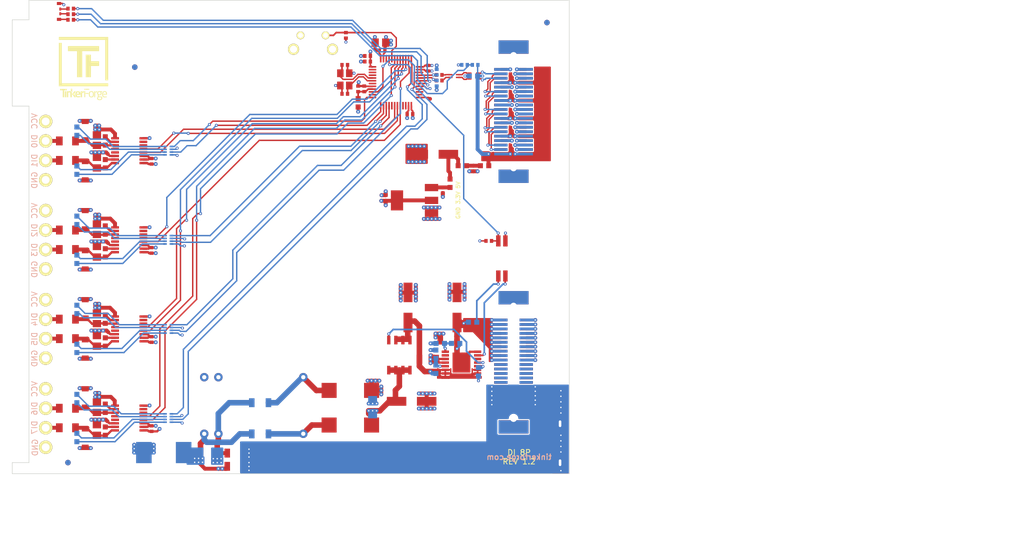
<source format=kicad_pcb>
(kicad_pcb (version 20221018) (generator pcbnew)
  (title_block (title "TNG DI 8P") (date "2020-09-04") (rev "1.2") (company "Tinkerforge GmbH") (comment 1 "Licensed under CERN OHL v.1.1") (comment 2 "Copyright (©) 2020, B.Nordmeyer <bastian@tinkerforge.com>"))
  (layers (0 "F.Cu" signal) (1 "In1.Cu" power "GND") (2 "In2.Cu" power "VCC") (31 "B.Cu" signal) (34 "B.Paste" user) (35 "F.Paste" user) (36 "B.SilkS" user "B.Silkscreen") (37 "F.SilkS" user "F.Silkscreen") (38 "B.Mask" user) (39 "F.Mask" user) (44 "Edge.Cuts" user))
  (net 0 "")
  (net 1 "GND")
  (net 2 "3V3")
  (net 3 "Net-(C102-Pad1)")
  (net 4 "Net-(C108-Pad2)")
  (net 5 "Net-(C109-Pad2)")
  (net 6 "+5V")
  (net 7 "Net-(C112-Pad1)")
  (net 8 "USB-DP")
  (net 9 "USB-DM")
  (net 10 "5VA")
  (net 11 "Net-(C117-Pad1)")
  (net 12 "Earth")
  (net 13 "AGND")
  (net 14 "Net-(C202-Pad2)")
  (net 15 "Net-(C203-Pad2)")
  (net 16 "Net-(C205-Pad2)")
  (net 17 "Net-(C206-Pad2)")
  (net 18 "Net-(C207-Pad2)")
  (net 19 "Net-(C208-Pad2)")
  (net 20 "Net-(C209-Pad2)")
  (net 21 "Net-(C210-Pad2)")
  (net 22 "Net-(D203-Pad2)")
  (net 23 "Net-(D203-Pad1)")
  (net 24 "Net-(D204-Pad1)")
  (net 25 "Net-(D204-Pad2)")
  (net 26 "Net-(D205-Pad2)")
  (net 27 "Net-(D205-Pad1)")
  (net 28 "Net-(D206-Pad1)")
  (net 29 "Net-(D206-Pad2)")
  (net 30 "Net-(D207-Pad2)")
  (net 31 "Net-(D207-Pad1)")
  (net 32 "Net-(D208-Pad1)")
  (net 33 "Net-(D208-Pad2)")
  (net 34 "Net-(D209-Pad2)")
  (net 35 "Net-(D209-Pad1)")
  (net 36 "Net-(D210-Pad1)")
  (net 37 "Net-(D210-Pad2)")
  (net 38 "VCC")
  (net 39 "Net-(J103-Pad29)")
  (net 40 "Net-(J103-Pad27)")
  (net 41 "Net-(J103-Pad21)")
  (net 42 "Net-(J103-Pad19)")
  (net 43 "Net-(J103-Pad13)")
  (net 44 "Net-(J103-Pad11)")
  (net 45 "Net-(J103-Pad5)")
  (net 46 "Net-(J103-Pad3)")
  (net 47 "Net-(LED101-Pad4)")
  (net 48 "Net-(LED101-Pad2)")
  (net 49 "Net-(LED101-Pad3)")
  (net 50 "LEDR")
  (net 51 "Net-(R203-Pad1)")
  (net 52 "Net-(R204-Pad1)")
  (net 53 "Net-(R211-Pad1)")
  (net 54 "Net-(R212-Pad1)")
  (net 55 "Net-(R213-Pad1)")
  (net 56 "Net-(R214-Pad1)")
  (net 57 "Net-(R215-Pad1)")
  (net 58 "Net-(R216-Pad1)")
  (net 59 "LED3")
  (net 60 "LED2")
  (net 61 "LED5")
  (net 62 "LED4")
  (net 63 "LED6")
  (net 64 "LED7")
  (net 65 "Net-(P201-Pad3)")
  (net 66 "Net-(P201-Pad2)")
  (net 67 "Net-(P202-Pad2)")
  (net 68 "Net-(P202-Pad3)")
  (net 69 "Net-(P203-Pad3)")
  (net 70 "Net-(P203-Pad2)")
  (net 71 "Net-(P204-Pad2)")
  (net 72 "Net-(P204-Pad3)")
  (net 73 "LEDG")
  (net 74 "LED1")
  (net 75 "LED0")
  (net 76 "IN0")
  (net 77 "IN1")
  (net 78 "IN2")
  (net 79 "IN3")
  (net 80 "IN5")
  (net 81 "IN4")
  (net 82 "IN7")
  (net 83 "IN6")
  (net 84 "LEDB")
  (net 85 "Net-(C119-Pad2)")
  (net 86 "USB-DMA")
  (net 87 "USB-DPA")
  (net 88 "USB-DMB")
  (net 89 "USB-DPB")
  (net 90 "AIN0")
  (net 91 "USB-DMC")
  (net 92 "USB-DPC")
  (net 93 "AGNDA")
  (net 94 "VCCPWRA")
  (net 95 "Net-(P102-Pad1)")
  (net 96 "Net-(C121-Pad1)")
  (net 97 "PWR_GOOD")
  (net 98 "Net-(R110-Pad2)")
  (net 99 "Net-(R111-Pad2)")
  (net 100 "Net-(R113-Pad2)")
  (net 101 "Net-(R114-Pad2)")
  (net 102 "PWR_PG")
  (net 103 "Net-(Q101-PadG)")
  (net 104 "Net-(C120-Pad2)")
  (net 105 "VO")
  (net 106 "Net-(R101-Pad2)")
  (net 107 "Net-(J101-Pad22)")
  (net 108 "Net-(J101-Pad24)")
  (net 109 "Net-(J101-Pad26)")
  (net 110 "Net-(J101-Pad28)")
  (net 111 "Net-(J101-Pad30)")
  (net 112 "Net-(J101-Pad21)")
  (net 113 "Net-(J101-Pad23)")
  (net 114 "Net-(J101-Pad25)")
  (net 115 "Net-(J101-Pad27)")
  (net 116 "Net-(J101-Pad29)")
  (net 117 "Net-(J102-Pad22)")
  (net 118 "Net-(J102-Pad24)")
  (net 119 "Net-(J102-Pad26)")
  (net 120 "Net-(J102-Pad28)")
  (net 121 "Net-(J102-Pad30)")
  (net 122 "Net-(J102-Pad21)")
  (net 123 "Net-(J102-Pad23)")
  (net 124 "Net-(J102-Pad25)")
  (net 125 "Net-(J102-Pad27)")
  (net 126 "Net-(J102-Pad29)")
  (net 127 "Net-(J103-Pad37)")
  (net 128 "Net-(J103-Pad35)")
  (net 129 "Net-(U101-Pad2)")
  (net 130 "Net-(U101-Pad3)")
  (net 131 "Net-(U101-Pad4)")
  (net 132 "Net-(U101-Pad7)")
  (net 133 "Net-(U101-Pad11)")
  (net 134 "Net-(U101-Pad17)")
  (net 135 "Net-(U101-Pad21)")
  (net 136 "Net-(U101-Pad22)")
  (net 137 "Net-(U101-Pad26)")
  (net 138 "Net-(U101-Pad27)")
  (net 139 "Net-(U101-Pad28)")
  (net 140 "Net-(U101-Pad46)")
  (net 141 "Net-(U104-Pad8)")
  (net 142 "Net-(U104-Pad7)")
  (net 143 "Net-(U106-Pad2)")
  (net 144 "Net-(U106-Pad12)")
  (net 145 "Net-(U201-Pad6)")
  (net 146 "Net-(U201-Pad7)")
  (net 147 "Net-(U201-Pad12)")
  (net 148 "Net-(U201-Pad13)")
  (net 149 "Net-(U202-Pad6)")
  (net 150 "Net-(U202-Pad7)")
  (net 151 "Net-(U202-Pad12)")
  (net 152 "Net-(U202-Pad13)")
  (net 153 "Net-(U203-Pad13)")
  (net 154 "Net-(U203-Pad12)")
  (net 155 "Net-(U203-Pad7)")
  (net 156 "Net-(U203-Pad6)")
  (net 157 "Net-(U204-Pad13)")
  (net 158 "Net-(U204-Pad12)")
  (net 159 "Net-(U204-Pad7)")
  (net 160 "Net-(U204-Pad6)")
  (footprint "kicad-libraries:LQFP48" (layer "F.Cu") (at 158.7 77.2 -90)
    (fp_text reference "U101")
    (fp_text value "STM32F070CBT6")
  )
  (footprint "kicad-libraries:CRYSTAL_3225" (layer "F.Cu") (at 149.5 76.7 90)
    (fp_text reference "X101")
    (fp_text value "8MHz")
  )
  (footprint "kicad-libraries:Logo_TF_10x12" (layer "F.Cu") (at 102.6 74.6)
    (fp_text reference "G***" hide)
    (fp_text value "LOGO" hide)
  )
  (footprint "kicad-libraries:DEBUG_PAD" (layer "F.Cu") (at 164.8 80.2)
    (fp_text reference "P102")
    (fp_text value "Debug")
  )
  (footprint "kicad-libraries:SOP4" (layer "F.Cu") (at 177.7 108.85 180)
    (fp_text reference "U105")
    (fp_text value "TLP293")
  )
  (footprint "kicad-libraries:SOT-223" (layer "F.Cu") (at 161.975 98.425 90)
    (fp_text reference "U102")
    (fp_text value "AZ1117EH")
  )
  (footprint "kicad-libraries:SOIC-8-MOSFET" (layer "F.Cu") (at 159.3 126.2 180)
    (fp_text reference "Q101")
    (fp_text value "FDS8449")
  )
  (footprint "kicad-libraries:PE_Hook" (layer "F.Cu") (at 188.3 139.6)
    (fp_text reference "P103")
    (fp_text value "PE")
  )
  (footprint "kicad-libraries:HTSSOP14" (layer "F.Cu") (at 170.45 127.55 180)
    (fp_text reference "U106")
    (fp_text value "STEF01")
  )
  (footprint "kicad-libraries:TEL10" (layer "F.Cu") (at 133.15 135.25 180)
    (fp_text reference "U104")
    (fp_text value "DNP")
  )
  (footprint "kicad-libraries:WE-SL5" (layer "F.Cu") (at 150.5 135.65 180)
    (fp_text reference "T101")
    (fp_text value "744273222")
  )
  (footprint "kicad-libraries:Fiducial_Mark" (layer "F.Cu") (at 185.8 66.5)
    (fp_text reference "Fiducial_Mark" hide)
    (fp_text value "VAL**" hide)
  )
  (footprint "kicad-libraries:Fiducial_Mark" (layer "F.Cu") (at 99.8 145.5)
    (fp_text reference "Fiducial_Mark" hide)
    (fp_text value "VAL**" hide)
  )
  (footprint "kicad-libraries:Fiducial_Mark" (layer "F.Cu") (at 111.8 74.5)
    (fp_text reference "Fiducial_Mark" hide)
    (fp_text value "VAL**" hide)
  )
  (footprint "kicad-libraries:Fiducial_Mark" (layer "F.Cu") (at 175.8 142.5)
    (fp_text reference "Fiducial_Mark" hide)
    (fp_text value "VAL**" hide)
  )
  (footprint "kicad-libraries:TACT-6MM-HOR" (layer "F.Cu") (at 143.8 68.8)
    (fp_text reference "SW101")
    (fp_text value "BOOT")
  )
  (footprint "kicad-libraries:ELKO_63" (layer "F.Cu") (at 165.4 90.15)
    (fp_text reference "C111")
    (fp_text value "100uF")
  )
  (footprint "kicad-libraries:ELKO_63" (layer "F.Cu") (at 169.65 117.65 -90)
    (fp_text reference "C122")
    (fp_text value "100uF/35V")
  )
  (footprint "kicad-libraries:ELKO_63" (layer "F.Cu") (at 161.5 134.5 180)
    (fp_text reference "C123")
    (fp_text value "100uF/35V")
  )
  (footprint "kicad-libraries:ELKO_63" (layer "F.Cu") (at 160.85 117.65 -90)
    (fp_text reference "C124")
    (fp_text value "100uF/35V")
  )
  (footprint "kicad-libraries:R0402F" (layer "F.Cu") (at 175.35 105.7 180)
    (fp_text reference "R109")
    (fp_text value "10k")
  )
  (footprint "kicad-libraries:SOD-123FL" (layer "F.Cu") (at 102.9 85.9 -90)
    (fp_text reference "D201")
    (fp_text value "SMF36CA")
  )
  (footprint "kicad-libraries:SOD-123FL" (layer "F.Cu") (at 102.9 93.1 90)
    (fp_text reference "D202")
    (fp_text value "SMF36CA")
  )
  (footprint "kicad-libraries:SOD-123FL" (layer "F.Cu") (at 102.9 101.9 -90)
    (fp_text reference "D211")
    (fp_text value "SMF36CA")
  )
  (footprint "kicad-libraries:SOD-123FL" (layer "F.Cu") (at 102.9 117.9 -90)
    (fp_text reference "D212")
    (fp_text value "SMF36CA")
  )
  (footprint "kicad-libraries:SOD-123FL" (layer "F.Cu") (at 102.9 133.9 -90)
    (fp_text reference "D213")
    (fp_text value "SMF36CA")
  )
  (footprint "kicad-libraries:SOD-123FL" (layer "F.Cu") (at 102.9 109.1 90)
    (fp_text reference "D214")
    (fp_text value "SMF36CA")
  )
  (footprint "kicad-libraries:SOD-123FL" (layer "F.Cu") (at 102.9 125.1 90)
    (fp_text reference "D215")
    (fp_text value "SMF36CA")
  )
  (footprint "kicad-libraries:SOD-123FL" (layer "F.Cu") (at 102.9 141.1 90)
    (fp_text reference "D216")
    (fp_text value "SMF36CA")
  )
  (footprint "kicad-libraries:C0805E" (layer "F.Cu") (at 155.9 70.1)
    (fp_text reference "C110")
    (fp_text value "10uF")
  )
  (footprint "kicad-libraries:C0805E" (layer "F.Cu") (at 105 91.65 -90)
    (fp_text reference "C202")
    (fp_text value "DNP")
  )
  (footprint "kicad-libraries:C0805E" (layer "F.Cu") (at 105 87.6 -90)
    (fp_text reference "C203")
    (fp_text value "DNP")
  )
  (footprint "kicad-libraries:C0805E" (layer "F.Cu") (at 105 107.65 -90)
    (fp_text reference "C205")
    (fp_text value "DNP")
  )
  (footprint "kicad-libraries:C0805E" (layer "F.Cu") (at 105 103.6 -90)
    (fp_text reference "C206")
    (fp_text value "DNP")
  )
  (footprint "kicad-libraries:C0805E" (layer "F.Cu") (at 105 123.65 -90)
    (fp_text reference "C207")
    (fp_text value "DNP")
  )
  (footprint "kicad-libraries:C0805E" (layer "F.Cu") (at 105 119.6 -90)
    (fp_text reference "C208")
    (fp_text value "DNP")
  )
  (footprint "kicad-libraries:C0805E" (layer "F.Cu") (at 105 139.65 -90)
    (fp_text reference "C209")
    (fp_text value "DNP")
  )
  (footprint "kicad-libraries:C0805E" (layer "F.Cu") (at 105 135.55 -90)
    (fp_text reference "C210")
    (fp_text value "DNP")
  )
  (footprint "kicad-libraries:C0402F" (layer "F.Cu") (at 153.6 72.5 180)
    (fp_text reference "C101")
    (fp_text value "1uF")
  )
  (footprint "kicad-libraries:C0402F" (layer "F.Cu") (at 151.9 78.4 90)
    (fp_text reference "C102")
    (fp_text value "1uF")
  )
  (footprint "kicad-libraries:C0402F" (layer "F.Cu") (at 161.2 82.9 180)
    (fp_text reference "C103")
    (fp_text value "100nF")
  )
  (footprint "kicad-libraries:C0402F" (layer "F.Cu") (at 164.4 74.7 -90)
    (fp_text reference "C104")
    (fp_text value "100nF")
  )
  (footprint "kicad-libraries:C0402F" (layer "F.Cu") (at 156.2 71.5)
    (fp_text reference "C105")
    (fp_text value "100nF")
  )
  (footprint "kicad-libraries:C0402F" (layer "F.Cu") (at 153.6 73.5 180)
    (fp_text reference "C106")
    (fp_text value "100nF")
  )
  (footprint "kicad-libraries:C0402F" (layer "F.Cu") (at 153 78.4 90)
    (fp_text reference "C107")
    (fp_text value "100nF")
  )
  (footprint "kicad-libraries:C0402F" (layer "F.Cu") (at 149.5 74.1 180)
    (fp_text reference "C108")
    (fp_text value "33pF")
  )
  (footprint "kicad-libraries:C0402F" (layer "F.Cu") (at 149.5 79.3)
    (fp_text reference "C109")
    (fp_text value "33pF")
  )
  (footprint "kicad-libraries:C0402F" (layer "F.Cu") (at 172.6 92.7 -90)
    (fp_text reference "C112")
    (fp_text value "100nF")
  )
  (footprint "kicad-libraries:C0402F" (layer "F.Cu") (at 156.85 98 90)
    (fp_text reference "C116")
    (fp_text value "1uF")
  )
  (footprint "kicad-libraries:C0402F" (layer "F.Cu") (at 167.1 96.6 -90)
    (fp_text reference "C117")
    (fp_text value "1uF")
  )
  (footprint "kicad-libraries:C1206" (layer "F.Cu") (at 125.1 143.6)
    (fp_text reference "C118")
    (fp_text value "10uF/50V")
  )
  (footprint "kicad-libraries:C1206" (layer "F.Cu") (at 164.4 126.95)
    (fp_text reference "C125")
    (fp_text value "10uF/35V")
  )
  (footprint "kicad-libraries:C1206" (layer "F.Cu") (at 168.15 123.5 180)
    (fp_text reference "C126")
    (fp_text value "10uF/35V")
  )
  (footprint "kicad-libraries:C1206" (layer "F.Cu") (at 129.9 146.175)
    (fp_text reference "C127")
    (fp_text value "1nF/2kV")
  )
  (footprint "kicad-libraries:C1206" (layer "F.Cu") (at 129.9 143.8 180)
    (fp_text reference "C128")
    (fp_text value "1nF/2kV")
  )
  (footprint "kicad-libraries:C0402F" (layer "F.Cu") (at 114.8 91.4 90)
    (fp_text reference "C204")
    (fp_text value "100nF")
  )
  (footprint "kicad-libraries:C0402F" (layer "F.Cu") (at 114.8 107.4 90)
    (fp_text reference "C211")
    (fp_text value "100nF")
  )
  (footprint "kicad-libraries:C0402F" (layer "F.Cu") (at 114.8 123.4 90)
    (fp_text reference "C212")
    (fp_text value "100nF")
  )
  (footprint "kicad-libraries:C0402F" (layer "F.Cu") (at 114.8 139.4 90)
    (fp_text reference "C213")
    (fp_text value "100nF")
  )
  (footprint "kicad-libraries:TNG-40-TOP" (layer "F.Cu") (at 179.8 127.5 -90)
    (fp_text reference "J101")
    (fp_text value "TNG-Power-TOP")
  )
  (footprint "kicad-libraries:TNG-40-TOP" (layer "F.Cu") (at 179.8 82.5 -90)
    (fp_text reference "J103")
    (fp_text value "TNG-Data-TOP")
  )
  (footprint "kicad-libraries:R0603F" (layer "F.Cu") (at 151.9 80.9 90)
    (fp_text reference "L101")
    (fp_text value "FB")
  )
  (footprint "kicad-libraries:R0603F" (layer "F.Cu") (at 168.4 95.35 -90)
    (fp_text reference "L102")
    (fp_text value "INDUCTs")
  )
  (footprint "kicad-libraries:R0603F" (layer "F.Cu") (at 170.6 92.2 180)
    (fp_text reference "L103")
    (fp_text value "INDUCTs")
  )
  (footprint "kicad-libraries:R0603F" (layer "F.Cu") (at 174.6 92.2 180)
    (fp_text reference "L104")
    (fp_text value "INDUCTs")
  )
  (footprint "kicad-libraries:WE-CNSW-0603" (layer "F.Cu") (at 169.15 76.1 180)
    (fp_text reference "L105")
    (fp_text value "744230900")
  )
  (footprint "kicad-libraries:LED-RGB-LP" (layer "F.Cu") (at 98.2 64.5 90)
    (fp_text reference "LED101")
    (fp_text value "EASV3015RGBA0")
  )
  (footprint "kicad-libraries:OQ_4P" (layer "F.Cu") (at 95.8 89.5 -90)
    (fp_text reference "P201")
    (fp_text value "INPUT0")
  )
  (footprint "kicad-libraries:OQ_4P" (layer "F.Cu") (at 95.8 105.5 -90)
    (fp_text reference "P202")
    (fp_text value "INPUT1")
  )
  (footprint "kicad-libraries:OQ_4P" (layer "F.Cu") (at 95.8 121.5 -90)
    (fp_text reference "P203")
    (fp_text value "INPUT2")
  )
  (footprint "kicad-libraries:OQ_4P" (layer "F.Cu") (at 95.8 137.5 -90)
    (fp_text reference "P204")
    (fp_text value "INPUT3")
  )
  (footprint "kicad-libraries:R0402F" (layer "F.Cu") (at 149.7 68.8 90)
    (fp_text reference "R101")
    (fp_text value "1k")
  )
  (footprint "kicad-libraries:R0402F" (layer "F.Cu") (at 100.3 66 180)
    (fp_text reference "R102")
    (fp_text value "0")
  )
  (footprint "kicad-libraries:R0402F" (layer "F.Cu") (at 166.45 75.9 180)
    (fp_text reference "R103")
    (fp_text value "22")
  )
  (footprint "kicad-libraries:R0402F" (layer "F.Cu") (at 166.45 76.9 180)
    (fp_text reference "R104")
    (fp_text value "22")
  )
  (footprint "kicad-libraries:R0402F" (layer "F.Cu") (at 100.3 65 180)
    (fp_text reference "R105")
    (fp_text value "0")
  )
  (footprint "kicad-libraries:R0402F" (layer "F.Cu") (at 100.3 64 180)
    (fp_text reference "R106")
    (fp_text value "56")
  )
  (footprint "kicad-libraries:RMELF" (layer "F.Cu") (at 99.7 91.25 180)
    (fp_text reference "R201")
    (fp_text value "1k")
  )
  (footprint "kicad-libraries:RMELF" (layer "F.Cu") (at 99.7 87.75 180)
    (fp_text reference "R202")
    (fp_text value "1k")
  )
  (footprint "kicad-libraries:R0603F" (layer "F.Cu") (at 106.5 91.85 -90)
    (fp_text reference "R203")
    (fp_text value "562")
  )
  (footprint "kicad-libraries:R0603F" (layer "F.Cu") (at 106.5 87.75 -90)
    (fp_text reference "R204")
    (fp_text value "562")
  )
  (footprint "kicad-libraries:RMELF" (layer "F.Cu") (at 99.7 107.25 180)
    (fp_text reference "R205")
    (fp_text value "1k")
  )
  (footprint "kicad-libraries:RMELF" (layer "F.Cu") (at 99.7 103.75 180)
    (fp_text reference "R206")
    (fp_text value "1k")
  )
  (footprint "kicad-libraries:RMELF" (layer "F.Cu") (at 99.7 123.25 180)
    (fp_text reference "R207")
    (fp_text value "1k")
  )
  (footprint "kicad-libraries:RMELF" (layer "F.Cu") (at 99.7 119.75 180)
    (fp_text reference "R208")
    (fp_text value "1k")
  )
  (footprint "kicad-libraries:RMELF" (layer "F.Cu") (at 99.7 139.25 180)
    (fp_text reference "R209")
    (fp_text value "1k")
  )
  (footprint "kicad-libraries:RMELF" (layer "F.Cu") (at 99.7 135.75 180)
    (fp_text reference "R210")
    (fp_text value "1k")
  )
  (footprint "kicad-libraries:R0603F" (layer "F.Cu") (at 106.5 107.85 -90)
    (fp_text reference "R211")
    (fp_text value "562")
  )
  (footprint "kicad-libraries:R0603F" (layer "F.Cu") (at 106.5 103.75 -90)
    (fp_text reference "R212")
    (fp_text value "562")
  )
  (footprint "kicad-libraries:R0603F" (layer "F.Cu") (at 106.5 123.85 -90)
    (fp_text reference "R213")
    (fp_text value "562")
  )
  (footprint "kicad-libraries:R0603F" (layer "F.Cu") (at 106.5 119.75 -90)
    (fp_text reference "R214")
    (fp_text value "562")
  )
  (footprint "kicad-libraries:R0603F" (layer "F.Cu") (at 106.5 139.85 -90)
    (fp_text reference "R215")
    (fp_text value "562")
  )
  (footprint "kicad-libraries:R0603F" (layer "F.Cu") (at 106.5 135.75 -90)
    (fp_text reference "R216")
    (fp_text value "562")
  )
  (footprint "kicad-libraries:SOT563-SPEC" (layer "F.Cu") (at 172.65 76.1 -90)
    (fp_text reference "U103")
    (fp_text value "82400152")
  )
  (footprint "kicad-libraries:SSOP16" (layer "F.Cu") (at 110.8 89.5 90)
    (fp_text reference "U201")
    (fp_text value "ISO1212")
  )
  (footprint "kicad-libraries:SSOP16" (layer "F.Cu") (at 110.8 105.5 90)
    (fp_text reference "U202")
    (fp_text value "ISO1212")
  )
  (footprint "kicad-libraries:SSOP16" (layer "F.Cu") (at 110.8 121.5 90)
    (fp_text reference "U203")
    (fp_text value "ISO1212")
  )
  (footprint "kicad-libraries:SSOP16" (layer "F.Cu") (at 110.8 137.5 90)
    (fp_text reference "U204")
    (fp_text value "ISO1212")
  )
  (footprint "kicad-libraries:4X0402" (layer "B.Cu") (at 117.8 89.5 -90)
    (fp_text reference "RP201")
    (fp_text value "470")
  )
  (footprint "kicad-libraries:4X0402" (layer "B.Cu") (at 117.8 105.5 -90)
    (fp_text reference "RP202")
    (fp_text value "470")
  )
  (footprint "kicad-libraries:4X0402" (layer "B.Cu") (at 117.8 121.5 -90)
    (fp_text reference "RP203")
    (fp_text value "470")
  )
  (footprint "kicad-libraries:4X0402" (layer "B.Cu") (at 117.8 137.5 -90)
    (fp_text reference "RP204")
    (fp_text value "470")
  )
  (footprint "kicad-libraries:R0603F" (layer "B.Cu") (at 172.45 120.3)
    (fp_text reference "R110")
    (fp_text value "10k")
  )
  (footprint "kicad-libraries:R0603F" (layer "B.Cu") (at 165.85 128.75 90)
    (fp_text reference "R111")
    (fp_text value "DNP")
  )
  (footprint "kicad-libraries:R0603F" (layer "B.Cu") (at 165.85 126.05 90)
    (fp_text reference "R112")
    (fp_text value "DNP")
  )
  (footprint "kicad-libraries:R0603F" (layer "B.Cu") (at 173.5 129.2 90)
    (fp_text reference "R113")
    (fp_text value "22")
  )
  (footprint "kicad-libraries:R0603F" (layer "B.Cu") (at 169.4 124.1 180)
    (fp_text reference "R114")
    (fp_text value "68k")
  )
  (footprint "kicad-libraries:R0603F" (layer "B.Cu") (at 166.65 124.1 180)
    (fp_text reference "R115")
    (fp_text value "10k")
  )
  (footprint "kicad-libraries:Fiducial_Mark" (layer "B.Cu") (at 111.8 74.5)
    (fp_text reference "Fiducial_Mark" hide)
    (fp_text value "VAL**" hide)
  )
  (footprint "kicad-libraries:Fiducial_Mark" (layer "B.Cu") (at 185.8 66.5)
    (fp_text reference "Fiducial_Mark" hide)
    (fp_text value "VAL**" hide)
  )
  (footprint "kicad-libraries:Fiducial_Mark" (layer "B.Cu") (at 99.8 145.5)
    (fp_text reference "Fiducial_Mark" hide)
    (fp_text value "VAL**" hide)
  )
  (footprint "kicad-libraries:SMC" (layer "B.Cu") (at 117 143.7 180)
    (fp_text reference "D101")
    (fp_text value "3.0SMI30CATR")
  )
  (footprint "kicad-libraries:R1206" (layer "B.Cu") (at 125.1 143.6)
    (fp_text reference "R116")
    (fp_text value "VC1206K201R030")
  )
  (footprint "kicad-libraries:C0402F" (layer "B.Cu") (at 166 75.4 90)
    (fp_text reference "C113")
    (fp_text value "47pF")
  )
  (footprint "kicad-libraries:C0402F" (layer "B.Cu") (at 166 77.4 -90)
    (fp_text reference "C114")
    (fp_text value "47pF")
  )
  (footprint "kicad-libraries:C0603F" (layer "B.Cu") (at 172.6 76.1 180)
    (fp_text reference "C115")
    (fp_text value "2.2uF")
  )
  (footprint "kicad-libraries:C1206" (layer "B.Cu") (at 134.3 140.35)
    (fp_text reference "C119")
    (fp_text value "0")
  )
  (footprint "kicad-libraries:C1206" (layer "B.Cu") (at 134.3 134.75)
    (fp_text reference "C120")
    (fp_text value "0")
  )
  (footprint "kicad-libraries:C1206" (layer "B.Cu") (at 154.5 135.55 90)
    (fp_text reference "C121")
    (fp_text value "10uF/35V")
  )
  (footprint "kicad-libraries:LED-LP" (layer "B.Cu") (at 101.4 86 90)
    (fp_text reference "D203")
    (fp_text value "LED")
  )
  (footprint "kicad-libraries:LED-LP" (layer "B.Cu") (at 101.4 93 90)
    (fp_text reference "D204")
    (fp_text value "LED")
  )
  (footprint "kicad-libraries:LED-LP" (layer "B.Cu") (at 101.4 102 90)
    (fp_text reference "D205")
    (fp_text value "LED")
  )
  (footprint "kicad-libraries:LED-LP" (layer "B.Cu") (at 101.4 109 90)
    (fp_text reference "D206")
    (fp_text value "LED")
  )
  (footprint "kicad-libraries:LED-LP" (layer "B.Cu") (at 101.4 118 90)
    (fp_text reference "D207")
    (fp_text value "LED")
  )
  (footprint "kicad-libraries:LED-LP" (layer "B.Cu") (at 101.4 125 90)
    (fp_text reference "D208")
    (fp_text value "LED")
  )
  (footprint "kicad-libraries:LED-LP" (layer "B.Cu") (at 101.4 134 90)
    (fp_text reference "D209")
    (fp_text value "LED")
  )
  (footprint "kicad-libraries:LED-LP" (layer "B.Cu") (at 101.4 141 90)
    (fp_text reference "D210")
    (fp_text value "LED")
  )
  (footprint "kicad-libraries:TNG-40-BTM" (layer "B.Cu") (at 179.8 127.5 -90)
    (fp_text reference "J102")
    (fp_text value "TNG-Power-BTM")
  )
  (footprint "kicad-libraries:TNG-40-BTM" (layer "B.Cu") (at 179.8 82.5 -90)
    (fp_text reference "J104")
    (fp_text value "TNG-Data-BTM")
  )
  (footprint "kicad-libraries:R0402F" (layer "B.Cu") (at 172.9 74.1 180)
    (fp_text reference "R107")
    (fp_text value "1k")
  )
  (footprint "kicad-libraries:R0402F" (layer "B.Cu") (at 171 74.1 180)
    (fp_text reference "R108")
    (fp_text value "1k")
  )
  (gr_line (start 89.8 145.5) (end 89.8 147.5) (stroke (width 0.1)) (layer "Edge.Cuts"))
  (gr_line (start 92.8 66) (end 89.8 66) (stroke (width 0.1)) (layer "Edge.Cuts"))
  (gr_line (start 89.8 81.5) (end 89.8 66) (stroke (width 0.1)) (layer "Edge.Cuts"))
  (gr_line (start 92.8 145.5) (end 92.8 81.5) (stroke (width 0.1)) (layer "Edge.Cuts"))
  (gr_line (start 92.8 62.5) (end 189.8 62.5) (stroke (width 0.1)) (layer "Edge.Cuts"))
  (gr_line (start 92.8 66) (end 92.8 62.5) (stroke (width 0.1)) (layer "Edge.Cuts"))
  (gr_line (start 92.8 81.5) (end 89.8 81.5) (stroke (width 0.1)) (layer "Edge.Cuts"))
  (gr_line (start 89.8 145.5) (end 92.8 145.5) (stroke (width 0.1)) (layer "Edge.Cuts"))
  (gr_line (start 89.8 147.5) (end 189.8 147.5) (stroke (width 0.1)) (layer "Edge.Cuts"))
  (gr_line (start 189.8 147.5) (end 189.8 62.5) (stroke (width 0.1)) (layer "Edge.Cuts"))
  (gr_text "VCC" (at 93.8 84.2 90) (layer "B.SilkS") (effects (font (size 1 1)) (justify mirror)))
  (gr_text "DI7" (at 93.8 139.2 90) (layer "B.SilkS") (effects (font (size 1 1)) (justify mirror)))
  (gr_text "DI4" (at 93.8 119.8 90) (layer "B.SilkS") (effects (font (size 1 1)) (justify mirror)))
  (gr_text "GND" (at 93.9 142.8 90) (layer "B.SilkS") (effects (font (size 1 1)) (justify mirror)))
  (gr_text "DI5" (at 93.8 123.3 90) (layer "B.SilkS") (effects (font (size 1 1)) (justify mirror)))
  (gr_text "VCC" (at 93.8 132.3 90) (layer "B.SilkS") (effects (font (size 1 1)) (justify mirror)))
  (gr_text "DI0" (at 93.8 87.8 90) (layer "B.SilkS") (effects (font (size 1 1)) (justify mirror)))
  (gr_text "GND" (at 93.8 94.8 90) (layer "B.SilkS") (effects (font (size 1 1)) (justify mirror)))
  (gr_text "tinkerforge.com" (at 180.8 144.5) (layer "B.SilkS") (effects (font (size 1 1) (thickness 0.2)) (justify mirror)))
  (gr_text "DI6" (at 93.8 135.8 90) (layer "B.SilkS") (effects (font (size 1 1)) (justify mirror)))
  (gr_text "DI1" (at 93.8 91.3 90) (layer "B.SilkS") (effects (font (size 1 1)) (justify mirror)))
  (gr_text "DI2" (at 93.8 103.8 90) (layer "B.SilkS") (effects (font (size 1 1)) (justify mirror)))
  (gr_text "DI3" (at 93.8 107.3 90) (layer "B.SilkS") (effects (font (size 1 1)) (justify mirror)))
  (gr_text "VCC" (at 93.8 100.3 90) (layer "B.SilkS") (effects (font (size 1 1)) (justify mirror)))
  (gr_text "GND" (at 93.8 126.8 90) (layer "B.SilkS") (effects (font (size 1 1)) (justify mirror)))
  (gr_text "VCC" (at 93.8 116.2 90) (layer "B.SilkS") (effects (font (size 1 1)) (justify mirror)))
  (gr_text "GND" (at 93.8 110.8 90) (layer "B.SilkS") (effects (font (size 1 1)) (justify mirror)))
  (gr_text "DI 8P\nREV 1.2" (at 180.8 144.5) (layer "F.SilkS") (effects (font (size 1 1))))
  (gr_text "GND 3.3V 5V" (at 169.85 98.4 90) (layer "F.SilkS") (effects (font (size 0.7 0.7))))
  (segment (start 156.4521 72.1479) (end 156.7 71.9) (width 0.3) (layer "F.Cu") (net 1))
  (segment (start 156.7 71.9) (end 156.7 71.5) (width 0.3) (layer "F.Cu") (net 1))
  (segment (start 153.0493 77.9493) (end 153 77.9) (width 0.3) (layer "F.Cu") (net 1))
  (segment (start 149 78.09992) (end 148.6999 77.79982) (width 0.3) (layer "F.Cu") (net 1))
  (segment (start 150 75.30008) (end 150.3001 75.60018) (width 0.3) (layer "F.Cu") (net 1))
  (segment (start 160.7 82.55) (end 160.9479 82.3021) (width 0.3) (layer "F.Cu") (net 1))
  (segment (start 160.9479 82.3021) (end 160.9479 81.42402) (width 0.3) (layer "F.Cu") (net 1))
  (segment (start 163.7521 74.9521) (end 164 75.2) (width 0.3) (layer "F.Cu") (net 1))
  (segment (start 164 75.2) (end 164.4 75.2) (width 0.3) (layer "F.Cu") (net 1))
  (segment (start 156.90076 70.69924) (end 156.7 70.9) (width 0.5) (layer "F.Cu") (net 1))
  (segment (start 156.7 70.9) (end 156.7 71.5) (width 0.5) (layer "F.Cu") (net 1))
  (segment (start 156.90076 69.10076) (end 156.9 69.1) (width 0.5) (layer "F.Cu") (net 1))
  (segment (start 157.45 70.1) (end 157.8 70.45) (width 0.5) (layer "F.Cu") (net 1))
  (segment (start 157.45 70.1) (end 157.8 69.75) (width 0.5) (layer "F.Cu") (net 1))
  (segment (start 151.9 77.3) (end 152 77.2) (width 0.4) (layer "F.Cu") (net 1))
  (segment (start 180.1 75.7) (end 182.075 75.7) (width 0.5) (layer "F.Cu") (net 1))
  (segment (start 180.1 78.9) (end 182.075 78.9) (width 0.5) (layer "F.Cu") (net 1))
  (segment (start 180.1 82.1) (end 182.075 82.1) (width 0.5) (layer "F.Cu") (net 1))
  (segment (start 180.4 84.5) (end 182.075 84.5) (width 0.5) (layer "F.Cu") (net 1))
  (segment (start 180.4 86.1) (end 182.075 86.1) (width 0.5) (layer "F.Cu") (net 1))
  (segment (start 180.4 87.7) (end 182.075 87.7) (width 0.5) (layer "F.Cu") (net 1))
  (segment (start 180.4 89.3) (end 182.075 89.3) (width 0.5) (layer "F.Cu") (net 1))
  (segment (start 162.34988 88.70012) (end 162.35 88.7) (width 0.7) (layer "F.Cu") (net 1))
  (segment (start 162.34988 91.49988) (end 162.35 91.5) (width 0.7) (layer "F.Cu") (net 1))
  (segment (start 114.4225 87.2775) (end 114.45 87.25) (width 0.4) (layer "F.Cu") (net 1))
  (segment (start 114.0725 91.7225) (end 114.25 91.9) (width 0.4) (layer "F.Cu") (net 1))
  (segment (start 114.25 91.9) (end 114.8 91.9) (width 0.4) (layer "F.Cu") (net 1))
  (segment (start 114.1225 139.7225) (end 114.3 139.9) (width 0.4) (layer "F.Cu") (net 1))
  (segment (start 114.3 139.9) (end 114.8 139.9) (width 0.4) (layer "F.Cu") (net 1))
  (segment (start 114.1725 123.7225) (end 114.35 123.9) (width 0.4) (layer "F.Cu") (net 1))
  (segment (start 114.35 123.9) (end 114.8 123.9) (width 0.4) (layer "F.Cu") (net 1))
  (segment (start 114.1725 107.7225) (end 114.35 107.9) (width 0.4) (layer "F.Cu") (net 1))
  (segment (start 114.35 107.9) (end 114.8 107.9) (width 0.4) (layer "F.Cu") (net 1))
  (segment (start 114.4225 103.2775) (end 114.45 103.25) (width 0.4) (layer "F.Cu") (net 1))
  (segment (start 114.4225 119.2775) (end 114.45 119.25) (width 0.4) (layer "F.Cu") (net 1))
  (segment (start 114.4225 135.2775) (end 114.45 135.25) (width 0.4) (layer "F.Cu") (net 1))
  (segment (start 151.14982 75.60018) (end 151.15 75.6) (width 0.5) (layer "F.Cu") (net 1))
  (segment (start 147.85018 77.79982) (end 147.85 77.8) (width 0.5) (layer "F.Cu") (net 1))
  (segment (start 115.8 139.9) (end 116.25 139.45) (width 0.4) (layer "F.Cu") (net 1))
  (segment (start 161.65 91.5) (end 160.95 91.5) (width 0.7) (layer "F.Cu") (net 1))
  (segment (start 153.1 73.5) (end 152.4 73.5) (width 0.5) (layer "F.Cu") (net 1))
  (segment (start 161.65 88.7) (end 160.95 88.7) (width 0.7) (layer "F.Cu") (net 1))
  (segment (start 182.075 85.3) (end 180.1 85.3) (width 0.5) (layer "F.Cu") (net 1))
  (segment (start 165.1 101.75) (end 164.4 101.75) (width 0.7) (layer "F.Cu") (net 1))
  (segment (start 177.525 74.9) (end 179.2 74.9) (width 0.5) (layer "F.Cu") (net 1))
  (segment (start 164.4 101.75) (end 163.7 101.75) (width 0.7) (layer "F.Cu") (net 1))
  (segment (start 160.7 82.9) (end 160.7 83.65) (width 0.5) (layer "F.Cu") (net 1))
  (segment (start 113.34 87.2775) (end 114.4225 87.2775) (width 0.4) (layer "F.Cu") (net 1))
  (segment (start 113.34 119.2775) (end 114.4225 119.2775) (width 0.4) (layer "F.Cu") (net 1))
  (segment (start 182.075 82.9) (end 180.4 82.9) (width 0.5) (layer "F.Cu") (net 1))
  (segment (start 178.335 105.7) (end 178.335 104.315) (width 0.25) (layer "F.Cu") (net 1))
  (segment (start 113.34 123.7225) (end 114.1725 123.7225) (width 0.4) (layer "F.Cu") (net 1))
  (segment (start 162.35 88.7) (end 161.65 88.7) (width 0.7) (layer "F.Cu") (net 1))
  (segment (start 154.47598 77.9493) (end 153.0493 77.9493) (width 0.3) (layer "F.Cu") (net 1))
  (segment (start 172.6 93.2) (end 171.85 93.2) (width 0.7) (layer "F.Cu") (net 1))
  (segment (start 165.0738 101.7238) (end 165.1 101.75) (width 0.7) (layer "F.Cu") (net 1))
  (segment (start 163.05 91.5) (end 163.75 91.5) (width 0.7) (layer "F.Cu") (net 1))
  (segment (start 182.075 88.5) (end 180.1 88.5) (width 0.5) (layer "F.Cu") (net 1))
  (segment (start 165.0738 100.72624) (end 165.0738 99.7262) (width 0.7) (layer "F.Cu") (net 1))
  (segment (start 164.4 75.2) (end 165.15 75.2) (width 0.5) (layer "F.Cu") (net 1))
  (segment (start 182.075 74.9) (end 180.4 74.9) (width 0.5) (layer "F.Cu") (net 1))
  (segment (start 162.92402 74.9521) (end 163.7521 74.9521) (width 0.3) (layer "F.Cu") (net 1))
  (segment (start 114.8 91.9) (end 115.55 91.9) (width 0.4) (layer "F.Cu") (net 1))
  (segment (start 182.075 76.5) (end 180.4 76.5) (width 0.5) (layer "F.Cu") (net 1))
  (segment (start 165.0738 99.7262) (end 165.1 99.7) (width 0.7) (layer "F.Cu") (net 1))
  (segment (start 156.4521 72.97598) (end 156.4521 72.1479) (width 0.3) (layer "F.Cu") (net 1))
  (segment (start 178.335 104.315) (end 178.35 104.3) (width 0.25) (layer "F.Cu") (net 1))
  (segment (start 156.90076 70.1) (end 157.45 70.1) (width 0.5) (layer "F.Cu") (net 1))
  (segment (start 177.525 84.5) (end 179.5 84.5) (width 0.5) (layer "F.Cu") (net 1))
  (segment (start 171.9 76.1) (end 171.1 76.1) (width 0.25) (layer "F.Cu") (net 1))
  (segment (start 164.4 99.7) (end 163.7 99.7) (width 0.7) (layer "F.Cu") (net 1))
  (segment (start 162.34988 90.1) (end 162.34988 91.49988) (width 0.7) (layer "F.Cu") (net 1))
  (segment (start 165.1 99.7) (end 165.8 99.7) (width 0.7) (layer "F.Cu") (net 1))
  (segment (start 150.3001 75.60018) (end 151.14982 75.60018) (width 0.5) (layer "F.Cu") (net 1))
  (segment (start 156.90076 70.1) (end 156.90076 70.69924) (width 0.5) (layer "F.Cu") (net 1))
  (segment (start 162.34988 90.1) (end 162.34988 88.70012) (width 0.7) (layer "F.Cu") (net 1))
  (segment (start 114.8 123.9) (end 115.55 123.9) (width 0.4) (layer "F.Cu") (net 1))
  (segment (start 153 77.9) (end 151.9 77.9) (width 0.4) (layer "F.Cu") (net 1))
  (segment (start 156.90076 70.1) (end 157.45 70.1) (width 0.5) (layer "F.Cu") (net 1))
  (segment (start 162.35 91.5) (end 163.05 91.5) (width 0.7) (layer "F.Cu") (net 1))
  (segment (start 113.34 107.7225) (end 114.1725 107.7225) (width 0.4) (layer "F.Cu") (net 1))
  (segment (start 113.34 103.2775) (end 114.4225 103.2775) (width 0.4) (layer "F.Cu") (net 1))
  (segment (start 182.075 79.7) (end 180.4 79.7) (width 0.5) (layer "F.Cu") (net 1))
  (segment (start 165.1 101.75) (end 165.8 101.75) (width 0.7) (layer "F.Cu") (net 1))
  (segment (start 113.34 139.7225) (end 114.1225 139.7225) (width 0.4) (layer "F.Cu") (net 1))
  (segment (start 153.1 72.5) (end 152.4 72.5) (width 0.5) (layer "F.Cu") (net 1))
  (segment (start 151.9 77.9) (end 151.9 77.3) (width 0.4) (layer "F.Cu") (net 1))
  (segment (start 165.8 99.7) (end 166.5 99.7) (width 0.7) (layer "F.Cu") (net 1))
  (segment (start 114.8 139.9) (end 115.8 139.9) (width 0.4) (layer "F.Cu") (net 1))
  (segment (start 156.85 97.5) (end 156.1 97.5) (width 0.7) (layer "F.Cu") (net 1))
  (segment (start 182.075 78.1) (end 180.4 78.1) (width 0.5) (layer "F.Cu") (net 1))
  (segment (start 148.6999 77.79982) (end 147.85018 77.79982) (width 0.5) (layer "F.Cu") (net 1))
  (segment (start 156.90076 70.1) (end 156.90076 69.10076) (width 0.5) (layer "F.Cu") (net 1))
  (segment (start 149.7 69.3) (end 149.7 70) (width 0.3) (layer "F.Cu") (net 1))
  (segment (start 113.34 91.7225) (end 114.0725 91.7225) (width 0.4) (layer "F.Cu") (net 1))
  (segment (start 165.8 101.75) (end 166.5 101.75) (width 0.7) (layer "F.Cu") (net 1))
  (segment (start 149 79.3) (end 149 78.09992) (width 0.3) (layer "F.Cu") (net 1))
  (segment (start 172.6 93.2) (end 173.35 93.2) (width 0.7) (layer "F.Cu") (net 1))
  (segment (start 165.1 99.7) (end 164.4 99.7) (width 0.7) (layer "F.Cu") (net 1))
  (segment (start 114.8 107.9) (end 115.55 107.9) (width 0.4) (layer "F.Cu") (net 1))
  (segment (start 163.05 88.7) (end 163.75 88.7) (width 0.7) (layer "F.Cu") (net 1))
  (segment (start 156.85 97.5) (end 156.85 96.8) (width 0.7) (layer "F.Cu") (net 1))
  (segment (start 177.525 87.7) (end 179.5 87.7) (width 0.5) (layer "F.Cu") (net 1))
  (segment (start 162.35 91.5) (end 161.65 91.5) (width 0.7) (layer "F.Cu") (net 1))
  (segment (start 150 74.1) (end 150 75.30008) (width 0.3) (layer "F.Cu") (net 1))
  (segment (start 177.525 81.3) (end 179.5 81.3) (width 0.5) (layer "F.Cu") (net 1))
  (segment (start 177.525 78.1) (end 179.5 78.1) (width 0.5) (layer "F.Cu") (net 1))
  (segment (start 160.7 82.9) (end 160.7 82.55) (width 0.3) (layer "F.Cu") (net 1))
  (segment (start 162.35 88.7) (end 163.05 88.7) (width 0.7) (layer "F.Cu") (net 1))
  (segment (start 165.0738 100.72624) (end 165.0738 101.7238) (width 0.7) (layer "F.Cu") (net 1))
  (segment (start 182.075 81.3) (end 180.4 81.3) (width 0.5) (layer "F.Cu") (net 1))
  (segment (start 167.1 97.1) (end 167.1 97.8) (width 0.7) (layer "F.Cu") (net 1))
  (segment (start 113.34 135.2775) (end 114.4225 135.2775) (width 0.4) (layer "F.Cu") (net 1))
  (via (at 178.35 104.3) (size 0.55) (drill 0.25) (layers "F.Cu" "B.Cu") (net 1))
  (via (at 163.05 91.5) (size 0.7) (drill 0.25) (layers "F.Cu" "B.Cu") (net 1))
  (via (at 165.15 75.2) (size 0.55) (drill 0.25) (layers "F.Cu" "B.Cu") (net 1))
  (via (at 180.4 84.5) (size 0.7) (drill 0.25) (layers "F.Cu" "B.Cu") (net 1))
  (via (at 163.75 91.5) (size 0.7) (drill 0.25) (layers "F.Cu" "B.Cu") (net 1))
  (via (at 114.45 135.25) (size 0.7) (drill 0.25) (layers "F.Cu" "B.Cu") (net 1))
  (via (at 166.5 101.75) (size 0.7) (drill 0.25) (layers "F.Cu" "B.Cu") (net 1))
  (via (at 171.85 93.2) (size 0.7) (drill 0.25) (layers "F.Cu" "B.Cu") (net 1))
  (via (at 180.4 76.5) (size 0.7) (drill 0.25) (layers "F.Cu" "B.Cu") (net 1))
  (via (at 152 77.2) (size 0.7) (drill 0.25) (layers "F.Cu" "B.Cu") (net 1))
  (via (at 156.85 96.8) (size 0.7) (drill 0.25) (layers "F.Cu" "B.Cu") (net 1))
  (via (at 179.5 84.5) (size 0.7) (drill 0.25) (layers "F.Cu" "B.Cu") (net 1))
  (via (at 161.65 88.7) (size 0.7) (drill 0.25) (layers "F.Cu" "B.Cu") (net 1))
  (via (at 116.25 139.45) (size 0.7) (drill 0.25) (layers "F.Cu" "B.Cu") (net 1))
  (via (at 115.55 107.9) (size 0.7) (drill 0.25) (layers "F.Cu" "B.Cu") (net 1))
  (via (at 161.65 91.5) (size 0.7) (drill 0.25) (layers "F.Cu" "B.Cu") (net 1))
  (via (at 180.4 81.3) (size 0.7) (drill 0.25) (layers "F.Cu" "B.Cu") (net 1))
  (via (at 167.1 97.8) (size 0.7) (drill 0.25) (layers "F.Cu" "B.Cu") (net 1))
  (via (at 164.4 99.7) (size 0.7) (drill 0.25) (layers "F.Cu" "B.Cu") (net 1))
  (via (at 180.1 88.5) (size 0.7) (drill 0.25) (layers "F.Cu" "B.Cu") (net 1))
  (via (at 163.7 99.7) (size 0.7) (drill 0.25) (layers "F.Cu" "B.Cu") (net 1))
  (via (at 157.8 70.45) (size 0.7) (drill 0.25) (layers "F.Cu" "B.Cu") (net 1))
  (via (at 156.1 97.5) (size 0.7) (drill 0.25) (layers "F.Cu" "B.Cu") (net 1))
  (via (at 160.7 83.65) (size 0.7) (drill 0.25) (layers "F.Cu" "B.Cu") (net 1))
  (via (at 115.55 91.9) (size 0.7) (drill 0.25) (layers "F.Cu" "B.Cu") (net 1))
  (via (at 114.45 87.25) (size 0.7) (drill 0.25) (layers "F.Cu" "B.Cu") (net 1))
  (via (at 179.2 74.9) (size 0.7) (drill 0.25) (layers "F.Cu" "B.Cu") (net 1))
  (via (at 163.75 88.7) (size 0.7) (drill 0.25) (layers "F.Cu" "B.Cu") (net 1))
  (via (at 180.4 74.9) (size 0.7) (drill 0.25) (layers "F.Cu" "B.Cu") (net 1))
  (via (at 164.4 101.75) (size 0.7) (drill 0.25) (layers "F.Cu" "B.Cu") (net 1))
  (via (at 114.45 103.25) (size 0.7) (drill 0.25) (layers "F.Cu" "B.Cu") (net 1))
  (via (at 165.8 99.7) (size 0.7) (drill 0.25) (layers "F.Cu" "B.Cu") (net 1))
  (via (at 163.05 88.7) (size 0.7) (drill 0.25) (layers "F.Cu" "B.Cu") (net 1))
  (via (at 149.7 70) (size 0.55) (drill 0.25) (layers "F.Cu" "B.Cu") (net 1))
  (via (at 114.45 119.25) (size 0.7) (drill 0.25) (layers "F.Cu" "B.Cu") (net 1))
  (via (at 162.35 91.5) (size 0.7) (drill 0.25) (layers "F.Cu" "B.Cu") (net 1))
  (via (at 166 74.2) (size 0.7) (drill 0.25) (layers "F.Cu" "B.Cu") (net 1))
  (via (at 179.5 81.3) (size 0.7) (drill 0.25) (layers "F.Cu" "B.Cu") (net 1))
  (via (at 180.4 78.1) (size 0.7) (drill 0.25) (layers "F.Cu" "B.Cu") (net 1))
  (via (at 165.1 99.7) (size 0.7) (drill 0.25) (layers "F.Cu" "B.Cu") (net 1))
  (via (at 151.15 75.6) (size 0.55) (drill 0.25) (layers "F.Cu" "B.Cu") (net 1))
  (via (at 179.5 78.1) (size 0.7) (drill 0.25) (layers "F.Cu" "B.Cu") (net 1))
  (via (at 166.5 99.7) (size 0.7) (drill 0.25) (layers "F.Cu" "B.Cu") (net 1))
  (via (at 171.1 76.1) (size 0.55) (drill 0.25) (layers "F.Cu" "B.Cu") (net 1))
  (via (at 147.85 77.8) (size 0.55) (drill 0.25) (layers "F.Cu" "B.Cu") (net 1))
  (via (at 180.1 85.3) (size 0.7) (drill 0.25) (layers "F.Cu" "B.Cu") (net 1))
  (via (at 156.9 69.1) (size 0.7) (drill 0.25) (layers "F.Cu" "B.Cu") (net 1))
  (via (at 179.5 87.7) (size 0.7) (drill 0.25) (layers "F.Cu" "B.Cu") (net 1))
  (via (at 180.1 78.9) (size 0.7) (drill 0.25) (layers "F.Cu" "B.Cu") (net 1))
  (via (at 160.95 88.7) (size 0.7) (drill 0.25) (layers "F.Cu" "B.Cu") (net 1))
  (via (at 115.55 123.9) (size 0.7) (drill 0.25) (layers "F.Cu" "B.Cu") (net 1))
  (via (at 162.35 88.7) (size 0.7) (drill 0.25) (layers "F.Cu" "B.Cu") (net 1))
  (via (at 152.4 73.5) (size 0.7) (drill 0.25) (layers "F.Cu" "B.Cu") (net 1))
  (via (at 163.7 101.75) (size 0.7) (drill 0.25) (layers "F.Cu" "B.Cu") (net 1))
  (via (at 157.8 69.75) (size 0.7) (drill 0.25) (layers "F.Cu" "B.Cu") (net 1))
  (via (at 152.4 72.5) (size 0.7) (drill 0.25) (layers "F.Cu" "B.Cu") (net 1))
  (via (at 160.95 91.5) (size 0.7) (drill 0.25) (layers "F.Cu" "B.Cu") (net 1))
  (via (at 165.1 101.75) (size 0.7) (drill 0.25) (layers "F.Cu" "B.Cu") (net 1))
  (via (at 180.4 89.3) (size 0.7) (drill 0.25) (layers "F.Cu" "B.Cu") (net 1))
  (via (at 180.4 87.7) (size 0.7) (drill 0.25) (layers "F.Cu" "B.Cu") (net 1))
  (via (at 165.8 101.75) (size 0.7) (drill 0.25) (layers "F.Cu" "B.Cu") (net 1))
  (via (at 173.35 93.2) (size 0.7) (drill 0.25) (layers "F.Cu" "B.Cu") (net 1))
  (via (at 180.4 79.7) (size 0.7) (drill 0.25) (layers "F.Cu" "B.Cu") (net 1))
  (via (at 180.4 86.1) (size 0.7) (drill 0.25) (layers "F.Cu" "B.Cu") (net 1))
  (via (at 180.1 75.7) (size 0.7) (drill 0.25) (layers "F.Cu" "B.Cu") (net 1))
  (via (at 169.9 74.1) (size 0.55) (drill 0.25) (layers "F.Cu" "B.Cu") (net 1))
  (via (at 180.1 82.1) (size 0.7) (drill 0.25) (layers "F.Cu" "B.Cu") (net 1))
  (via (at 166 78.6) (size 0.7) (drill 0.25) (layers "F.Cu" "B.Cu") (net 1))
  (via (at 180.4 82.9) (size 0.7) (drill 0.25) (layers "F.Cu" "B.Cu") (net 1))
  (segment (start 180.4 76.5) (end 182.075 76.5) (width 0.5) (layer "B.Cu") (net 1))
  (segment (start 180.4 78.1) (end 182.075 78.1) (width 0.5) (layer "B.Cu") (net 1))
  (segment (start 180.4 79.7) (end 182.075 79.7) (width 0.5) (layer "B.Cu") (net 1))
  (segment (start 180.4 81.3) (end 182.075 81.3) (width 0.5) (layer "B.Cu") (net 1))
  (segment (start 180.4 82.9) (end 182.075 82.9) (width 0.5) (layer "B.Cu") (net 1))
  (segment (start 180.1 85.3) (end 182.075 85.3) (width 0.5) (layer "B.Cu") (net 1))
  (segment (start 180.1 88.5) (end 182.075 88.5) (width 0.5) (layer "B.Cu") (net 1))
  (segment (start 179.5 78.1) (end 177.525 78.1) (width 0.5) (layer "B.Cu") (net 1))
  (segment (start 179.5 81.3) (end 177.525 81.3) (width 0.5) (layer "B.Cu") (net 1))
  (segment (start 179.5 84.5) (end 177.525 84.5) (width 0.5) (layer "B.Cu") (net 1))
  (segment (start 179.5 87.7) (end 177.525 87.7) (width 0.5) (layer "B.Cu") (net 1))
  (segment (start 179.2 74.9) (end 177.525 74.9) (width 0.5) (layer "B.Cu") (net 1))
  (segment (start 182.075 89.3) (end 180.4 89.3) (width 0.5) (layer "B.Cu") (net 1))
  (segment (start 170.5 74.1) (end 169.9 74.1) (width 0.4) (layer "B.Cu") (net 1))
  (segment (start 182.075 75.7) (end 180.1 75.7) (width 0.5) (layer "B.Cu") (net 1))
  (segment (start 171.1 76.1) (end 171.85 76.1) (width 0.5) (layer "B.Cu") (net 1))
  (segment (start 166 77.9) (end 166 78.6) (width 0.5) (layer "B.Cu") (net 1))
  (segment (start 182.075 84.5) (end 180.4 84.5) (width 0.5) (layer "B.Cu") (net 1))
  (segment (start 180.4 74.9) (end 182.075 74.9) (width 0.5) (layer "B.Cu") (net 1))
  (segment (start 166 74.9) (end 166 74.2) (width 0.5) (layer "B.Cu") (net 1))
  (segment (start 182.075 78.9) (end 180.1 78.9) (width 0.5) (layer "B.Cu") (net 1))
  (segment (start 182.075 82.1) (end 180.1 82.1) (width 0.5) (layer "B.Cu") (net 1))
  (segment (start 182.075 86.1) (end 180.4 86.1) (width 0.5) (layer "B.Cu") (net 1))
  (segment (start 182.075 87.7) (end 180.4 87.7) (width 0.5) (layer "B.Cu") (net 1))
  (segment (start 155.95172 72.25172) (end 155.7 72) (width 0.3) (layer "F.Cu") (net 2))
  (segment (start 155.7 72) (end 155.7 71.5) (width 0.3) (layer "F.Cu") (net 2))
  (segment (start 154.35172 74.45172) (end 154.1 74.2) (width 0.3) (layer "F.Cu") (net 2))
  (segment (start 154.1 74.2) (end 154.1 73.5) (width 0.3) (layer "F.Cu") (net 2))
  (segment (start 161.44828 82.14828) (end 161.7 82.4) (width 0.3) (layer "F.Cu") (net 2))
  (segment (start 161.7 82.4) (end 161.7 82.9) (width 0.3) (layer "F.Cu") (net 2))
  (segment (start 163.64828 74.45172) (end 163.9 74.2) (width 0.3) (layer "F.Cu") (net 2))
  (segment (start 163.9 74.2) (end 164.4 74.2) (width 0.3) (layer "F.Cu") (net 2))
  (segment (start 154.89924 71.19924) (end 155.2 71.5) (width 0.5) (layer "F.Cu") (net 2))
  (segment (start 155.2 71.5) (end 155.7 71.5) (width 0.5) (layer "F.Cu") (net 2))
  (segment (start 154.89924 69.10076) (end 154.9 69.1) (width 0.5) (layer "F.Cu") (net 2))
  (segment (start 114.2125 91.0875) (end 114.4 90.9) (width 0.4) (layer "F.Cu") (net 2))
  (segment (start 114.4 90.9) (end 114.8 90.9) (width 0.4) (layer "F.Cu") (net 2))
  (segment (start 114.1025 90.4525) (end 114.55 90.9) (width 0.4) (layer "F.Cu") (net 2))
  (segment (start 114.55 90.9) (end 114.8 90.9) (width 0.4) (layer "F.Cu") (net 2))
  (segment (start 114.2625 107.0875) (end 114.45 106.9) (width 0.4) (layer "F.Cu") (net 2))
  (segment (start 114.45 106.9) (end 114.8 106.9) (width 0.4) (layer "F.Cu") (net 2))
  (segment (start 114.1025 106.4525) (end 114.55 106.9) (width 0.4) (layer "F.Cu") (net 2))
  (segment (start 114.55 106.9) (end 114.8 106.9) (width 0.4) (layer "F.Cu") (net 2))
  (segment (start 114.1625 123.0875) (end 114.35 122.9) (width 0.4) (layer "F.Cu") (net 2))
  (segment (start 114.35 122.9) (end 114.8 122.9) (width 0.4) (layer "F.Cu") (net 2))
  (segment (start 114.1025 122.4525) (end 114.35 122.7) (width 0.4) (layer "F.Cu") (net 2))
  (segment (start 114.35 122.7) (end 114.35 122.9) (width 0.4) (layer "F.Cu") (net 2))
  (segment (start 114.1125 139.0875) (end 114.3 138.9) (width 0.4) (layer "F.Cu") (net 2))
  (segment (start 114.3 138.9) (end 114.8 138.9) (width 0.4) (layer "F.Cu") (net 2))
  (segment (start 114.1025 138.4525) (end 114.3 138.65) (width 0.4) (layer "F.Cu") (net 2))
  (segment (start 114.3 138.65) (end 114.3 138.9) (width 0.4) (layer "F.Cu") (net 2))
  (segment (start 98.825 63.075) (end 99.05 63.3) (width 0.25) (layer "F.Cu") (net 2))
  (segment (start 113.34 90.4525) (end 114.1025 90.4525) (width 0.4) (layer "F.Cu") (net 2))
  (segment (start 113.34 91.0875) (end 114.2125 91.0875) (width 0.4) (layer "F.Cu") (net 2))
  (segment (start 161.44828 81.42402) (end 161.44828 82.14828) (width 0.3) (layer "F.Cu") (net 2))
  (segment (start 162.92402 74.45172) (end 163.64828 74.45172) (width 0.3) (layer "F.Cu") (net 2))
  (segment (start 154.89924 70.1) (end 154.89924 69.10076) (width 0.5) (layer "F.Cu") (net 2))
  (segment (start 114.8 122.9) (end 115.55 122.9) (width 0.4) (layer "F.Cu") (net 2))
  (segment (start 113.34 123.0875) (end 114.1625 123.0875) (width 0.4) (layer "F.Cu") (net 2))
  (segment (start 113.34 107.0875) (end 114.2625 107.0875) (width 0.4) (layer "F.Cu") (net 2))
  (segment (start 98.2 63.075) (end 98.825 63.075) (width 0.25) (layer "F.Cu") (net 2))
  (segment (start 156.85 98.5) (end 156.85 99.3) (width 0.7) (layer "F.Cu") (net 2))
  (segment (start 113.34 122.4525) (end 114.1025 122.4525) (width 0.4) (layer "F.Cu") (net 2))
  (segment (start 156.85 98.5) (end 156.05 98.5) (width 0.7) (layer "F.Cu") (net 2))
  (segment (start 113.34 139.0875) (end 114.1125 139.0875) (width 0.4) (layer "F.Cu") (net 2))
  (segment (start 113.34 106.4525) (end 114.1025 106.4525) (width 0.4) (layer "F.Cu") (net 2))
  (segment (start 158.15 98.5) (end 156.85 98.5) (width 0.7) (layer "F.Cu") (net 2))
  (segment (start 161.7 82.9) (end 161.7 83.65) (width 0.5) (layer "F.Cu") (net 2))
  (segment (start 155.95172 72.97598) (end 155.95172 72.25172) (width 0.3) (layer "F.Cu") (net 2))
  (segment (start 114.8 106.9) (end 115.55 106.9) (width 0.4) (layer "F.Cu") (net 2))
  (segment (start 151.9 81.65) (end 151.9 82.5) (width 0.5) (layer "F.Cu") (net 2))
  (segment (start 114.8 138.9) (end 115.55 138.9) (width 0.4) (layer "F.Cu") (net 2))
  (segment (start 174.6 105.7) (end 173.75 105.7) (width 0.25) (layer "F.Cu") (net 2))
  (segment (start 154.47598 74.45172) (end 154.35172 74.45172) (width 0.3) (layer "F.Cu") (net 2))
  (segment (start 165.0738 98.425) (end 158.925 98.425) (width 0.7) (layer "F.Cu") (net 2))
  (segment (start 158.925 98.425) (end 158.9 98.45) (width 0.7) (layer "F.Cu") (net 2))
  (segment (start 164.4 74.2) (end 165.15 74.2) (width 0.5) (layer "F.Cu") (net 2))
  (segment (start 113.34 138.4525) (end 114.1025 138.4525) (width 0.4) (layer "F.Cu") (net 2))
  (segment (start 154.1 72.5) (end 154.1 71.7) (width 0.5) (layer "F.Cu") (net 2))
  (segment (start 114.8 90.9) (end 115.55 90.9) (width 0.4) (layer "F.Cu") (net 2))
  (segment (start 154.1 73.5) (end 154.1 72.5) (width 0.3) (layer "F.Cu") (net 2))
  (segment (start 158.225 98.425) (end 158.15 98.5) (width 0.7) (layer "F.Cu") (net 2))
  (segment (start 158.8762 98.425) (end 158.225 98.425) (width 0.7) (layer "F.Cu") (net 2))
  (segment (start 154.89924 70.1) (end 154.89924 71.19924) (width 0.5) (layer "F.Cu") (net 2))
  (via (at 165.15 74.2) (size 0.55) (drill 0.25) (layers "F.Cu" "B.Cu") (net 2))
  (via (at 154.9 69.1) (size 0.7) (drill 0.25) (layers "F.Cu" "B.Cu") (net 2))
  (via (at 156.85 99.3) (size 0.7) (drill 0.25) (layers "F.Cu" "B.Cu") (net 2))
  (via (at 151.9 82.5) (size 0.7) (drill 0.25) (layers "F.Cu" "B.Cu") (net 2))
  (via (at 120.3 138.4) (size 0.55) (drill 0.25) (layers "F.Cu" "B.Cu") (net 2))
  (via (at 119.4 89.05) (size 0.55) (drill 0.25) (layers "F.Cu" "B.Cu") (net 2))
  (via (at 120.35 121.35) (size 0.55) (drill 0.25) (layers "F.Cu" "B.Cu") (net 2))
  (via (at 120.75 105.35) (size 0.55) (drill 0.25) (layers "F.Cu" "B.Cu") (net 2))
  (via (at 120.3 122.6) (size 0.55) (drill 0.25) (layers "F.Cu" "B.Cu") (net 2))
  (via (at 161.7 83.65) (size 0.7) (drill 0.25) (layers "F.Cu" "B.Cu") (net 2))
  (via (at 115.55 90.9) (size 0.7) (drill 0.25) (layers "F.Cu" "B.Cu") (net 2))
  (via (at 115.55 122.9) (size 0.7) (drill 0.25) (layers "F.Cu" "B.Cu") (net 2))
  (via (at 115.55 106.9) (size 0.7) (drill 0.25) (layers "F.Cu" "B.Cu") (net 2))
  (via (at 99.05 63.3) (size 0.55) (drill 0.25) (layers "F.Cu" "B.Cu") (net 2))
  (via (at 156.05 98.5) (size 0.7) (drill 0.25) (layers "F.Cu" "B.Cu") (net 2))
  (via (at 115.55 138.9) (size 0.7) (drill 0.25) (layers "F.Cu" "B.Cu") (net 2))
  (via (at 120.7 106.6) (size 0.55) (drill 0.25) (layers "F.Cu" "B.Cu") (net 2))
  (via (at 154.1 71.7) (size 0.7) (drill 0.25) (layers "F.Cu" "B.Cu") (net 2))
  (via (at 120.25 137.05) (size 0.55) (drill 0.25) (layers "F.Cu" "B.Cu") (net 2))
  (via (at 119.4 90.35) (size 0.55) (drill 0.25) (layers "F.Cu" "B.Cu") (net 2))
  (via (at 173.75 105.7) (size 0.55) (drill 0.25) (layers "F.Cu" "B.Cu") (net 2))
  (segment (start 119.6493 106.2493) (end 120 106.6) (width 0.25) (layer "B.Cu") (net 2))
  (segment (start 120 106.6) (end 120.7 106.6) (width 0.25) (layer "B.Cu") (net 2))
  (segment (start 119.5493 122.2493) (end 119.9 122.6) (width 0.25) (layer "B.Cu") (net 2))
  (segment (start 119.9 122.6) (end 120.3 122.6) (width 0.25) (layer "B.Cu") (net 2))
  (segment (start 120.1493 138.2493) (end 120.3 138.4) (width 0.25) (layer "B.Cu") (net 2))
  (segment (start 119.19892 89.25108) (end 119.4 89.05) (width 0.25) (layer "B.Cu") (net 2))
  (segment (start 119.2993 90.2493) (end 119.4 90.35) (width 0.25) (layer "B.Cu") (net 2))
  (segment (start 120.65108 105.25108) (end 120.75 105.35) (width 0.25) (layer "B.Cu") (net 2))
  (segment (start 120.25108 121.25108) (end 120.35 121.35) (width 0.25) (layer "B.Cu") (net 2))
  (segment (start 120.04892 137.25108) (end 120.25 137.05) (width 0.25) (layer "B.Cu") (net 2))
  (segment (start 118.375 122.2493) (end 119.5493 122.2493) (width 0.25) (layer "B.Cu") (net 2))
  (segment (start 118.375 105.25108) (end 120.65108 105.25108) (width 0.25) (layer "B.Cu") (net 2))
  (segment (start 118.375 138.2493) (end 120.1493 138.2493) (width 0.25) (layer "B.Cu") (net 2))
  (segment (start 118.375 106.2493) (end 119.6493 106.2493) (width 0.25) (layer "B.Cu") (net 2))
  (segment (start 118.375 121.25108) (end 120.25108 121.25108) (width 0.25) (layer "B.Cu") (net 2))
  (segment (start 118.375 89.25108) (end 119.19892 89.25108) (width 0.25) (layer "B.Cu") (net 2))
  (segment (start 118.375 137.25108) (end 120.04892 137.25108) (width 0.25) (layer "B.Cu") (net 2))
  (segment (start 118.375 90.2493) (end 119.2993 90.2493) (width 0.25) (layer "B.Cu") (net 2))
  (segment (start 153.70032 78.44968) (end 153.25 78.9) (width 0.3) (layer "F.Cu") (net 3))
  (segment (start 153.25 78.9) (end 153 78.9) (width 0.3) (layer "F.Cu") (net 3))
  (segment (start 154.47598 78.44968) (end 153.70032 78.44968) (width 0.3) (layer "F.Cu") (net 3))
  (segment (start 153 78.9) (end 151.9 78.9) (width 0.3) (layer "F.Cu") (net 3))
  (segment (start 151.9 78.9) (end 151.9 80.15) (width 0.3) (layer "F.Cu") (net 3))
  (segment (start 149 75.30008) (end 148.6999 75.60018) (width 0.3) (layer "F.Cu") (net 4))
  (segment (start 153.7007 76.4507) (end 153.05 75.8) (width 0.25) (layer "F.Cu") (net 4))
  (segment (start 153.05 75.8) (end 151.85 75.8) (width 0.25) (layer "F.Cu") (net 4))
  (segment (start 151.85 75.8) (end 150.95 76.7) (width 0.25) (layer "F.Cu") (net 4))
  (segment (start 150.95 76.7) (end 149.2 76.7) (width 0.25) (layer "F.Cu") (net 4))
  (segment (start 149.2 76.7) (end 148.6999 76.1999) (width 0.25) (layer "F.Cu") (net 4))
  (segment (start 148.6999 76.1999) (end 148.6999 75.60018) (width 0.25) (layer "F.Cu") (net 4))
  (segment (start 149 74.1) (end 149 75.30008) (width 0.3) (layer "F.Cu") (net 4))
  (segment (start 154.47598 76.4507) (end 153.7007 76.4507) (width 0.25) (layer "F.Cu") (net 4))
  (segment (start 150 78.09992) (end 150.3001 77.79982) (width 0.3) (layer "F.Cu") (net 5))
  (segment (start 153.55108 76.95108) (end 152.85 76.25) (width 0.25) (layer "F.Cu") (net 5))
  (segment (start 152.85 76.25) (end 152 76.25) (width 0.25) (layer "F.Cu") (net 5))
  (segment (start 152 76.25) (end 150.45018 77.79982) (width 0.25) (layer "F.Cu") (net 5))
  (segment (start 150.45018 77.79982) (end 150.3001 77.79982) (width 0.25) (layer "F.Cu") (net 5))
  (segment (start 154.47598 76.95108) (end 153.55108 76.95108) (width 0.25) (layer "F.Cu") (net 5))
  (segment (start 150 79.3) (end 150 78.09992) (width 0.3) (layer "F.Cu") (net 5))
  (segment (start 168.9 90.1) (end 168.1 90.1) (width 0.7) (layer "F.Cu") (net 6))
  (segment (start 169.85 92.2) (end 169.85 91.05) (width 0.7) (layer "F.Cu") (net 6))
  (segment (start 169.85 91.05) (end 168.9 90.1) (width 0.7) (layer "F.Cu") (net 6))
  (segment (start 168.4 94.6) (end 168.4 93.45) (width 0.7) (layer "F.Cu") (net 6))
  (segment (start 168.1 93.15) (end 168.1 90.1) (width 0.7) (layer "F.Cu") (net 6))
  (segment (start 168.4 93.45) (end 168.1 93.15) (width 0.7) (layer "F.Cu") (net 6))
  (segment (start 172.6 92.2) (end 171.35 92.2) (width 0.7) (layer "F.Cu") (net 7))
  (segment (start 173.85 92.2) (end 172.6 92.2) (width 0.7) (layer "F.Cu") (net 7))
  (segment (start 165.89968 75.95032) (end 165.95 75.9) (width 0.25) (layer "F.Cu") (net 8))
  (segment (start 165.4 75.9) (end 165.95 75.9) (width 0.25) (layer "F.Cu") (net 8))
  (segment (start 162.92402 75.95032) (end 165.89968 75.95032) (width 0.25) (layer "F.Cu") (net 8))
  (via (at 165.4 75.9) (size 0.55) (drill 0.25) (layers "F.Cu" "B.Cu") (net 8))
  (segment (start 166 75.9) (end 165.4 75.9) (width 0.25) (layer "B.Cu") (net 8))
  (segment (start 165.6 76.9) (end 165.4 76.7) (width 0.25) (layer "F.Cu") (net 9))
  (segment (start 165.1 76.4) (end 163.9 76.4) (width 0.25) (layer "F.Cu") (net 9))
  (segment (start 163.9 76.4) (end 163.8493 76.4507) (width 0.25) (layer "F.Cu") (net 9))
  (segment (start 163.8493 76.4507) (end 162.92402 76.4507) (width 0.25) (layer "F.Cu") (net 9))
  (segment (start 165.4 76.7) (end 165.1 76.4) (width 0.25) (layer "F.Cu") (net 9))
  (segment (start 165.95 76.9) (end 165.6 76.9) (width 0.25) (layer "F.Cu") (net 9))
  (via (at 165.4 76.7) (size 0.55) (drill 0.25) (layers "F.Cu" "B.Cu") (net 9))
  (segment (start 165.4 76.7) (end 165.6 76.9) (width 0.25) (layer "B.Cu") (net 9))
  (segment (start 165.6 76.9) (end 166 76.9) (width 0.25) (layer "B.Cu") (net 9))
  (segment (start 180.1 77.3) (end 182.075 77.3) (width 0.5) (layer "F.Cu") (net 10))
  (segment (start 180.1 80.5) (end 182.075 80.5) (width 0.5) (layer "F.Cu") (net 10))
  (segment (start 179.2 80.5) (end 177.525 80.5) (width 0.5) (layer "F.Cu") (net 10))
  (segment (start 179.2 83.7) (end 177.525 83.7) (width 0.5) (layer "F.Cu") (net 10))
  (segment (start 179.2 86.9) (end 177.525 86.9) (width 0.5) (layer "F.Cu") (net 10))
  (segment (start 179.2 90.1) (end 177.525 90.1) (width 0.5) (layer "F.Cu") (net 10))
  (segment (start 175.3 90.1) (end 174.45 90.1) (width 0.7) (layer "F.Cu") (net 10))
  (segment (start 175.35 92.2) (end 175.35 90.15) (width 0.5) (layer "F.Cu") (net 10))
  (segment (start 182.075 86.9) (end 180.1 86.9) (width 0.5) (layer "F.Cu") (net 10))
  (segment (start 175.35 90.15) (end 175.3 90.1) (width 0.5) (layer "F.Cu") (net 10))
  (segment (start 175.3 92.15) (end 175.35 92.2) (width 0.7) (layer "F.Cu") (net 10))
  (segment (start 177.525 77.3) (end 179.2 77.3) (width 0.5) (layer "F.Cu") (net 10))
  (segment (start 182.075 90.1) (end 180.1 90.1) (width 0.5) (layer "F.Cu") (net 10))
  (segment (start 182.075 83.7) (end 180.1 83.7) (width 0.5) (layer "F.Cu") (net 10))
  (segment (start 175.3 90.1) (end 175.3 92.15) (width 0.7) (layer "F.Cu") (net 10))
  (segment (start 173.4 76.1) (end 174.25 76.1) (width 0.25) (layer "F.Cu") (net 10))
  (via (at 174.25 76.1) (size 0.55) (drill 0.25) (layers "F.Cu" "B.Cu") (net 10))
  (via (at 180.1 90.1) (size 0.7) (drill 0.25) (layers "F.Cu" "B.Cu") (net 10))
  (via (at 180.1 77.3) (size 0.7) (drill 0.25) (layers "F.Cu" "B.Cu") (net 10))
  (via (at 179.2 80.5) (size 0.7) (drill 0.25) (layers "F.Cu" "B.Cu") (net 10))
  (via (at 179.2 90.1) (size 0.7) (drill 0.25) (layers "F.Cu" "B.Cu") (net 10))
  (via (at 175.3 90.1) (size 0.7) (drill 0.25) (layers "F.Cu" "B.Cu") (net 10))
  (via (at 180.1 86.9) (size 0.7) (drill 0.25) (layers "F.Cu" "B.Cu") (net 10))
  (via (at 179.2 83.7) (size 0.7) (drill 0.25) (layers "F.Cu" "B.Cu") (net 10))
  (via (at 180.1 83.7) (size 0.7) (drill 0.25) (layers "F.Cu" "B.Cu") (net 10))
  (via (at 179.2 77.3) (size 0.7) (drill 0.25) (layers "F.Cu" "B.Cu") (net 10))
  (via (at 179.2 86.9) (size 0.7) (drill 0.25) (layers "F.Cu" "B.Cu") (net 10))
  (via (at 180.1 80.5) (size 0.7) (drill 0.25) (layers "F.Cu" "B.Cu") (net 10))
  (segment (start 174.25 76.1) (end 173.35 76.1) (width 0.5) (layer "B.Cu") (net 10))
  (segment (start 180.1 83.7) (end 182.075 83.7) (width 0.5) (layer "B.Cu") (net 10))
  (segment (start 180.1 86.9) (end 182.075 86.9) (width 0.5) (layer "B.Cu") (net 10))
  (segment (start 180.1 90.1) (end 182.075 90.1) (width 0.5) (layer "B.Cu") (net 10))
  (segment (start 179.2 77.3) (end 177.525 77.3) (width 0.5) (layer "B.Cu") (net 10))
  (segment (start 173.35 89.25) (end 174.2 90.1) (width 0.7) (layer "B.Cu") (net 10))
  (segment (start 174.2 90.1) (end 175.3 90.1) (width 0.7) (layer "B.Cu") (net 10))
  (segment (start 173.35 74.15) (end 173.4 74.1) (width 0.25) (layer "B.Cu") (net 10))
  (segment (start 177.525 80.5) (end 179.2 80.5) (width 0.5) (layer "B.Cu") (net 10))
  (segment (start 182.075 80.5) (end 180.1 80.5) (width 0.5) (layer "B.Cu") (net 10))
  (segment (start 173.35 76.1) (end 173.35 89.25) (width 0.7) (layer "B.Cu") (net 10))
  (segment (start 177.525 86.9) (end 179.2 86.9) (width 0.5) (layer "B.Cu") (net 10))
  (segment (start 173.35 76.1) (end 173.35 74.15) (width 0.25) (layer "B.Cu") (net 10))
  (segment (start 182.075 77.3) (end 180.1 77.3) (width 0.5) (layer "B.Cu") (net 10))
  (segment (start 177.525 83.7) (end 179.2 83.7) (width 0.5) (layer "B.Cu") (net 10))
  (segment (start 177.525 90.1) (end 179.2 90.1) (width 0.5) (layer "B.Cu") (net 10))
  (segment (start 167.1 96.1) (end 165.1 96.1) (width 0.7) (layer "F.Cu") (net 11))
  (segment (start 168.4 96.1) (end 167.1 96.1) (width 0.7) (layer "F.Cu") (net 11))
  (segment (start 183.7 132.7) (end 182.075 132.7) (width 0.5) (layer "F.Cu") (net 12))
  (segment (start 183.7 134.3) (end 182.075 134.3) (width 0.5) (layer "F.Cu") (net 12))
  (segment (start 175.9 133.5) (end 177.525 133.5) (width 0.5) (layer "F.Cu") (net 12))
  (segment (start 175.9 135.1) (end 177.525 135.1) (width 0.5) (layer "F.Cu") (net 12))
  (segment (start 132.275 146.175) (end 132.3 146.2) (width 0.7) (layer "F.Cu") (net 12))
  (segment (start 131.40114 146.175) (end 132.275 146.175) (width 0.7) (layer "F.Cu") (net 12))
  (segment (start 131.40114 143.8) (end 132.3 143.8) (width 0.7) (layer "F.Cu") (net 12))
  (segment (start 131.475 146.175) (end 132.2 146.9) (width 0.7) (layer "F.Cu") (net 12))
  (segment (start 131.40114 146.175) (end 131.475 146.175) (width 0.7) (layer "F.Cu") (net 12))
  (segment (start 132 145.5) (end 132.3 145.5) (width 0.7) (layer "F.Cu") (net 12))
  (segment (start 132.2 146.9) (end 132.3 146.9) (width 0.7) (layer "F.Cu") (net 12))
  (segment (start 182.075 135.1) (end 183.7 135.1) (width 0.5) (layer "F.Cu") (net 12))
  (segment (start 188.3 145.6) (end 188.3 146.455016) (width 0.7) (layer "F.Cu") (net 12))
  (segment (start 188.3 143.6) (end 188.3 144.6) (width 0.7) (layer "F.Cu") (net 12))
  (segment (start 188.3 139.6) (end 188.3 138.6) (width 0.7) (layer "F.Cu") (net 12))
  (segment (start 132.2 144.5) (end 132.3 144.5) (width 0.7) (layer "F.Cu") (net 12))
  (segment (start 188.3 139.6) (end 188.3 140.6) (width 0.7) (layer "F.Cu") (net 12))
  (segment (start 131.40114 143.8) (end 131.5 143.8) (width 0.7) (layer "F.Cu") (net 12))
  (segment (start 182.075 131.9) (end 183.7 131.9) (width 0.5) (layer "F.Cu") (net 12))
  (segment (start 182.075 133.5) (end 183.7 133.5) (width 0.5) (layer "F.Cu") (net 12))
  (segment (start 188.3 135.6) (end 188.3 134.6) (width 0.7) (layer "F.Cu") (net 12))
  (segment (start 188.3 139.6) (end 188.3 137.6) (width 0.7) (layer "F.Cu") (net 12))
  (segment (start 132.1 143.1) (end 132.3 143.1) (width 0.7) (layer "F.Cu") (net 12))
  (segment (start 131.40114 146.175) (end 131.40114 146.09886) (width 0.7) (layer "F.Cu") (net 12))
  (segment (start 188.3 141.6) (end 188.3 142.6) (width 0.7) (layer "F.Cu") (net 12))
  (segment (start 177.525 131.9) (end 175.9 131.9) (width 0.5) (layer "F.Cu") (net 12))
  (segment (start 177.525 134.3) (end 175.9 134.3) (width 0.5) (layer "F.Cu") (net 12))
  (segment (start 131.40114 146.09886) (end 132 145.5) (width 0.7) (layer "F.Cu") (net 12))
  (segment (start 188.3 133.6) (end 188.3 132.6) (width 0.7) (layer "F.Cu") (net 12))
  (segment (start 131.5 143.8) (end 132.2 144.5) (width 0.7) (layer "F.Cu") (net 12))
  (segment (start 131.40114 143.79886) (end 132.1 143.1) (width 0.7) (layer "F.Cu") (net 12))
  (segment (start 131.40114 143.8) (end 131.40114 143.79886) (width 0.7) (layer "F.Cu") (net 12))
  (segment (start 188.3 146.455016) (end 188.3 146.94999) (width 0.7) (layer "F.Cu") (net 12))
  (segment (start 177.525 132.7) (end 175.9 132.7) (width 0.5) (layer "F.Cu") (net 12))
  (via (at 175.9 135.1) (size 0.7) (drill 0.25) (layers "F.Cu" "B.Cu") (net 12))
  (via (at 188.3 142.6) (size 0.7) (drill 0.25) (layers "F.Cu" "B.Cu") (net 12))
  (via (at 132.3 143.1) (size 0.7) (drill 0.25) (layers "F.Cu" "B.Cu") (net 12))
  (via (at 132.3 145.5) (size 0.7) (drill 0.25) (layers "F.Cu" "B.Cu") (net 12))
  (via (at 188.3 132.6) (size 0.7) (drill 0.25) (layers "F.Cu" "B.Cu") (net 12))
  (via (at 183.7 134.3) (size 0.7) (drill 0.25) (layers "F.Cu" "B.Cu") (net 12))
  (via (at 132.3 146.9) (size 0.7) (drill 0.25) (layers "F.Cu" "B.Cu") (net 12))
  (via (at 175.9 134.3) (size 0.7) (drill 0.25) (layers "F.Cu" "B.Cu") (net 12))
  (via (at 188.3 143.6) (size 0.7) (drill 0.25) (layers "F.Cu" "B.Cu") (net 12))
  (via (at 188.3 136.6) (size 0.7) (drill 0.25) (layers "F.Cu" "B.Cu") (net 12))
  (via (at 175.9 133.5) (size 0.7) (drill 0.25) (layers "F.Cu" "B.Cu") (net 12))
  (via (at 183.7 131.9) (size 0.7) (drill 0.25) (layers "F.Cu" "B.Cu") (net 12))
  (via (at 175.9 131.9) (size 0.7) (drill 0.25) (layers "F.Cu" "B.Cu") (net 12))
  (via (at 175.9 132.7) (size 0.7) (drill 0.25) (layers "F.Cu" "B.Cu") (net 12))
  (via (at 132.3 144.5) (size 0.7) (drill 0.25) (layers "F.Cu" "B.Cu") (net 12))
  (via (at 188.3 134.6) (size 0.7) (drill 0.25) (layers "F.Cu" "B.Cu") (net 12))
  (via (at 132.3 146.2) (size 0.7) (drill 0.25) (layers "F.Cu" "B.Cu") (net 12))
  (via (at 188.3 141.6) (size 0.7) (drill 0.25) (layers "F.Cu" "B.Cu") (net 12))
  (via (at 188.3 135.6) (size 0.7) (drill 0.25) (layers "F.Cu" "B.Cu") (net 12))
  (via (at 188.3 133.6) (size 0.7) (drill 0.25) (layers "F.Cu" "B.Cu") (net 12))
  (via (at 183.7 135.1) (size 0.7) (drill 0.25) (layers "F.Cu" "B.Cu") (net 12))
  (via (at 132.3 143.8) (size 0.7) (drill 0.25) (layers "F.Cu" "B.Cu") (net 12))
  (via (at 188.3 146.94999) (size 0.7) (drill 0.25) (layers "F.Cu" "B.Cu") (net 12))
  (via (at 183.7 132.7) (size 0.7) (drill 0.25) (layers "F.Cu" "B.Cu") (net 12))
  (via (at 183.7 133.5) (size 0.7) (drill 0.25) (layers "F.Cu" "B.Cu") (net 12))
  (via (at 188.3 140.6) (size 0.7) (drill 0.25) (layers "F.Cu" "B.Cu") (net 12))
  (segment (start 183.7 131.9) (end 182.075 131.9) (width 0.5) (layer "B.Cu") (net 12))
  (segment (start 183.7 133.5) (end 182.075 133.5) (width 0.5) (layer "B.Cu") (net 12))
  (segment (start 183.7 135.1) (end 182.075 135.1) (width 0.5) (layer "B.Cu") (net 12))
  (segment (start 175.9 131.9) (end 177.525 131.9) (width 0.5) (layer "B.Cu") (net 12))
  (segment (start 175.9 132.7) (end 177.525 132.7) (width 0.5) (layer "B.Cu") (net 12))
  (segment (start 175.9 134.3) (end 177.525 134.3) (width 0.5) (layer "B.Cu") (net 12))
  (segment (start 188.3 137.6) (end 188.3 136.6) (width 0.7) (layer "B.Cu") (net 12))
  (segment (start 188.3 134.6) (end 188.3 133.6) (width 0.7) (layer "B.Cu") (net 12))
  (segment (start 188.3 140.6) (end 188.3 141.6) (width 0.7) (layer "B.Cu") (net 12))
  (segment (start 182.075 132.7) (end 183.7 132.7) (width 0.5) (layer "B.Cu") (net 12))
  (segment (start 188.3 142.6) (end 188.3 143.6) (width 0.7) (layer "B.Cu") (net 12))
  (segment (start 188.3 144.6) (end 188.3 145.6) (width 0.7) (layer "B.Cu") (net 12))
  (segment (start 177.525 133.5) (end 175.9 133.5) (width 0.5) (layer "B.Cu") (net 12))
  (segment (start 188.3 136.6) (end 188.3 135.6) (width 0.7) (layer "B.Cu") (net 12))
  (segment (start 177.525 135.1) (end 175.9 135.1) (width 0.5) (layer "B.Cu") (net 12))
  (segment (start 182.075 134.3) (end 183.7 134.3) (width 0.5) (layer "B.Cu") (net 12))
  (segment (start 105 134.1) (end 105.4 133.7) (width 0.7) (layer "F.Cu") (net 13))
  (segment (start 105 134) (end 104.7 133.7) (width 0.7) (layer "F.Cu") (net 13))
  (segment (start 107.5 133.7) (end 108.2 134.4) (width 0.7) (layer "F.Cu") (net 13))
  (segment (start 108.2 134.4) (end 108.2 135) (width 0.7) (layer "F.Cu") (net 13))
  (segment (start 105 138.2) (end 105.4 137.8) (width 0.7) (layer "F.Cu") (net 13))
  (segment (start 105 138.1) (end 104.7 137.8) (width 0.7) (layer "F.Cu") (net 13))
  (segment (start 106.6 137.8) (end 106.9 138.1) (width 0.7) (layer "F.Cu") (net 13))
  (segment (start 107.2525 138.4525) (end 106.6 137.8) (width 0.4) (layer "F.Cu") (net 13))
  (segment (start 105 122.2) (end 105.4 121.8) (width 0.7) (layer "F.Cu") (net 13))
  (segment (start 105 106.2) (end 105.4 105.8) (width 0.7) (layer "F.Cu") (net 13))
  (segment (start 105 90.2) (end 105.4 89.8) (width 0.7) (layer "F.Cu") (net 13))
  (segment (start 105 118.1) (end 105.4 117.7) (width 0.7) (layer "F.Cu") (net 13))
  (segment (start 105 102.1) (end 105.4 101.7) (width 0.7) (layer "F.Cu") (net 13))
  (segment (start 105 86.1) (end 105.4 85.7) (width 0.7) (layer "F.Cu") (net 13))
  (segment (start 107.4 101.7) (end 108.25 102.55) (width 0.7) (layer "F.Cu") (net 13))
  (segment (start 108.25 102.55) (end 108.25 103.05) (width 0.7) (layer "F.Cu") (net 13))
  (segment (start 107.35 117.7) (end 108.25 118.6) (width 0.7) (layer "F.Cu") (net 13))
  (segment (start 108.25 118.6) (end 108.25 119.05) (width 0.7) (layer "F.Cu") (net 13))
  (segment (start 107.5 85.7) (end 108.25 86.45) (width 0.7) (layer "F.Cu") (net 13))
  (segment (start 108.25 86.45) (end 108.25 87.05) (width 0.7) (layer "F.Cu") (net 13))
  (segment (start 106.75 121.8) (end 107.05 122.1) (width 0.7) (layer "F.Cu") (net 13))
  (segment (start 106.7 105.8) (end 107 106.1) (width 0.7) (layer "F.Cu") (net 13))
  (segment (start 106.65 89.8) (end 106.95 90.1) (width 0.7) (layer "F.Cu") (net 13))
  (segment (start 107.3025 90.4525) (end 106.95 90.1) (width 0.4) (layer "F.Cu") (net 13))
  (segment (start 107.3525 106.4525) (end 107 106.1) (width 0.4) (layer "F.Cu") (net 13))
  (segment (start 107.4025 122.4525) (end 107.05 122.1) (width 0.4) (layer "F.Cu") (net 13))
  (segment (start 103.899996 84.15) (end 103.9 84.150004) (width 0.7) (layer "F.Cu") (net 13))
  (segment (start 105 106.69924) (end 105 106.2) (width 0.7) (layer "F.Cu") (net 13))
  (segment (start 101.9 100.149994) (end 101.899994 100.15) (width 0.7) (layer "F.Cu") (net 13))
  (segment (start 105.4 121.8) (end 106.1 121.8) (width 0.7) (layer "F.Cu") (net 13))
  (segment (start 105.4 105.8) (end 104.7 105.8) (width 0.7) (layer "F.Cu") (net 13))
  (segment (start 105.4 105.8) (end 106.1 105.8) (width 0.7) (layer "F.Cu") (net 13))
  (segment (start 101.9 94.850004) (end 103.899996 94.850004) (width 0.7) (layer "F.Cu") (net 13))
  (segment (start 105.4 117) (end 104.7 117) (width 0.7) (layer "F.Cu") (net 13))
  (segment (start 105 138.64924) (end 105 138.2) (width 0.7) (layer "F.Cu") (net 13))
  (segment (start 126.60114 143.6) (end 126.60114 144.79886) (width 0.7) (layer "F.Cu") (net 13))
  (segment (start 104.7 85) (end 104.7 85.7) (width 0.7) (layer "F.Cu") (net 13))
  (segment (start 104.7 89.8) (end 104 89.8) (width 0.7) (layer "F.Cu") (net 13))
  (segment (start 104.7 133.7) (end 107.5 133.7) (width 0.7) (layer "F.Cu") (net 13))
  (segment (start 126.8 141.60104) (end 126.8 140.35) (width 1) (layer "F.Cu") (net 13))
  (segment (start 108.26 138.4525) (end 107.2525 138.4525) (width 0.4) (layer "F.Cu") (net 13))
  (segment (start 126.6 144.8) (end 125.9 144.8) (width 0.7) (layer "F.Cu") (net 13))
  (segment (start 108.26 90.4525) (end 107.3025 90.4525) (width 0.4) (layer "F.Cu") (net 13))
  (segment (start 105.4 85.7) (end 107.5 85.7) (width 0.7) (layer "F.Cu") (net 13))
  (segment (start 105.4 121.8) (end 104.7 121.8) (width 0.7) (layer "F.Cu") (net 13))
  (segment (start 103.9 100.149994) (end 101.9 100.149994) (width 0.7) (layer "F.Cu") (net 13))
  (segment (start 104.7 137.8) (end 104 137.8) (width 0.7) (layer "F.Cu") (net 13))
  (segment (start 105.4 85.7) (end 105.4 85) (width 0.7) (layer "F.Cu") (net 13))
  (segment (start 104.7 121.8) (end 104 121.8) (width 0.7) (layer "F.Cu") (net 13))
  (segment (start 105 102.59924) (end 105 102.1) (width 0.7) (layer "F.Cu") (net 13))
  (segment (start 105.4 101.7) (end 107.4 101.7) (width 0.7) (layer "F.Cu") (net 13))
  (segment (start 101.9 116.149998) (end 103.899998 116.149998) (width 0.7) (layer "F.Cu") (net 13))
  (segment (start 105.4 101.7) (end 105.4 101) (width 0.7) (layer "F.Cu") (net 13))
  (segment (start 101.900002 110.849998) (end 101.9 110.85) (width 0.7) (layer "F.Cu") (net 13))
  (segment (start 105.4 117.7) (end 107.35 117.7) (width 0.7) (layer "F.Cu") (net 13))
  (segment (start 126.8 143.8) (end 126.6 143.6) (width 0.7) (layer "F.Cu") (net 13))
  (segment (start 105.4 117.7) (end 105.4 117) (width 0.7) (layer "F.Cu") (net 13))
  (segment (start 103.899996 94.850004) (end 103.9 94.85) (width 0.7) (layer "F.Cu") (net 13))
  (segment (start 105.4 133) (end 104.7 133) (width 0.7) (layer "F.Cu") (net 13))
  (segment (start 105 134.54924) (end 105 134) (width 0.7) (layer "F.Cu") (net 13))
  (segment (start 103.9 110.849998) (end 101.900002 110.849998) (width 0.7) (layer "F.Cu") (net 13))
  (segment (start 106.1 137.8) (end 106.6 137.8) (width 0.7) (layer "F.Cu") (net 13))
  (segment (start 103.899998 116.149998) (end 103.9 116.15) (width 0.7) (layer "F.Cu") (net 13))
  (segment (start 126.6 144.8) (end 126.6 145.5) (width 0.7) (layer "F.Cu") (net 13))
  (segment (start 106.1 121.8) (end 106.75 121.8) (width 0.7) (layer "F.Cu") (net 13))
  (segment (start 126.60114 141.7999) (end 126.8 141.60104) (width 1) (layer "F.Cu") (net 13))
  (segment (start 106.1 89.8) (end 106.65 89.8) (width 0.7) (layer "F.Cu") (net 13))
  (segment (start 101.9 142.9) (end 103.9 142.9) (width 0.7) (layer "F.Cu") (net 13))
  (segment (start 105 138.64924) (end 105 138.1) (width 0.7) (layer "F.Cu") (net 13))
  (segment (start 105 122.69924) (end 105 122.2) (width 0.7) (layer "F.Cu") (net 13))
  (segment (start 105 134.54924) (end 105 134.1) (width 0.7) (layer "F.Cu") (net 13))
  (segment (start 108.26 106.4525) (end 107.3525 106.4525) (width 0.4) (layer "F.Cu") (net 13))
  (segment (start 105.4 89.8) (end 104.7 89.8) (width 0.7) (layer "F.Cu") (net 13))
  (segment (start 105.4 85) (end 104.7 85) (width 0.7) (layer "F.Cu") (net 13))
  (segment (start 101.9 132.15) (end 103.899998 132.15) (width 0.7) (layer "F.Cu") (net 13))
  (segment (start 101.899998 126.85) (end 103.899996 126.85) (width 0.7) (layer "F.Cu") (net 13))
  (segment (start 105.4 101) (end 104.7 101) (width 0.7) (layer "F.Cu") (net 13))
  (segment (start 126.60114 143.6) (end 126.60114 141.7999) (width 1) (layer "F.Cu") (net 13))
  (segment (start 104.7 117) (end 104.7 117.7) (width 0.7) (layer "F.Cu") (net 13))
  (segment (start 128.0506 143.8) (end 126.8 143.8) (width 0.7) (layer "F.Cu") (net 13))
  (segment (start 125.9 145.5) (end 127.3 145.5) (width 0.7) (layer "F.Cu") (net 13))
  (segment (start 127.3 144.8) (end 127.3 145.5) (width 0.7) (layer "F.Cu") (net 13))
  (segment (start 101.9 84.15) (end 103.899996 84.15) (width 0.7) (layer "F.Cu") (net 13))
  (segment (start 105.4 133.7) (end 105.4 133) (width 0.7) (layer "F.Cu") (net 13))
  (segment (start 103.899996 126.85) (end 103.9 126.849996) (width 0.7) (layer "F.Cu") (net 13))
  (segment (start 106.1 105.8) (end 106.7 105.8) (width 0.7) (layer "F.Cu") (net 13))
  (segment (start 105 118.59924) (end 105 118.1) (width 0.7) (layer "F.Cu") (net 13))
  (segment (start 104.7 105.8) (end 104 105.8) (width 0.7) (layer "F.Cu") (net 13))
  (segment (start 125.9 144.8) (end 125.9 145.5) (width 0.7) (layer "F.Cu") (net 13))
  (segment (start 104.7 101) (end 104.7 101.7) (width 0.7) (layer "F.Cu") (net 13))
  (segment (start 108.26 122.4525) (end 107.4025 122.4525) (width 0.4) (layer "F.Cu") (net 13))
  (segment (start 105.4 89.8) (end 106.1 89.8) (width 0.7) (layer "F.Cu") (net 13))
  (segment (start 105 90.69924) (end 105 90.2) (width 0.7) (layer "F.Cu") (net 13))
  (segment (start 126.6 144.8) (end 127.3 144.8) (width 0.7) (layer "F.Cu") (net 13))
  (segment (start 105 86.59924) (end 105 86.1) (width 0.7) (layer "F.Cu") (net 13))
  (segment (start 126.60114 144.79886) (end 126.6 144.8) (width 0.7) (layer "F.Cu") (net 13))
  (segment (start 104.7 137.8) (end 106.1 137.8) (width 0.7) (layer "F.Cu") (net 13))
  (via (at 104.7 85) (size 0.7) (drill 0.25) (layers "F.Cu" "B.Cu") (net 13))
  (via (at 105.4 117) (size 0.7) (drill 0.25) (layers "F.Cu" "B.Cu") (net 13))
  (via (at 115.2 143.7) (size 0.7) (drill 0.25) (layers "F.Cu" "B.Cu") (net 13))
  (via (at 125.9 145.5) (size 0.7) (drill 0.25) (layers "F.Cu" "B.Cu") (net 13))
  (via (at 105.4 85.7) (size 0.7) (drill 0.25) (layers "F.Cu" "B.Cu") (net 13))
  (via (at 105.4 85) (size 0.7) (drill 0.25) (layers "F.Cu" "B.Cu") (net 13))
  (via (at 104.7 101.7) (size 0.7) (drill 0.25) (layers "F.Cu" "B.Cu") (net 13))
  (via (at 106.1 137.8) (size 0.7) (drill 0.25) (layers "F.Cu" "B.Cu") (net 13))
  (via (at 101.9 132.15) (size 0.7) (drill 0.25) (layers "F.Cu" "B.Cu") (net 13))
  (via (at 104 137.8) (size 0.7) (drill 0.25) (layers "F.Cu" "B.Cu") (net 13))
  (via (at 103.9 110.849998) (size 0.7) (drill 0.25) (layers "F.Cu" "B.Cu") (net 13))
  (via (at 103.899998 132.15) (size 0.7) (drill 0.25) (layers "F.Cu" "B.Cu") (net 13))
  (via (at 101.899998 126.85) (size 0.7) (drill 0.25) (layers "F.Cu" "B.Cu") (net 13))
  (via (at 126.6 144.8) (size 0.7) (drill 0.25) (layers "F.Cu" "B.Cu") (net 13))
  (via (at 104 105.8) (size 0.7) (drill 0.25) (layers "F.Cu" "B.Cu") (net 13))
  (via (at 104.7 121.8) (size 0.7) (drill 0.25) (layers "F.Cu" "B.Cu") (net 13))
  (via (at 104.7 105.8) (size 0.7) (drill 0.25) (layers "F.Cu" "B.Cu") (net 13))
  (via (at 104.7 101) (size 0.7) (drill 0.25) (layers "F.Cu" "B.Cu") (net 13))
  (via (at 103.9 94.85) (size 0.7) (drill 0.25) (layers "F.Cu" "B.Cu") (net 13))
  (via (at 101.9 110.85) (size 0.7) (drill 0.25) (layers "F.Cu" "B.Cu") (net 13))
  (via (at 106.1 89.8) (size 0.7) (drill 0.25) (layers "F.Cu" "B.Cu") (net 13))
  (via (at 125.9 144.8) (size 0.7) (drill 0.25) (layers "F.Cu" "B.Cu") (net 13))
  (via (at 106.1 121.8) (size 0.7) (drill 0.25) (layers "F.Cu" "B.Cu") (net 13))
  (via (at 103.9 116.15) (size 0.7) (drill 0.25) (layers "F.Cu" "B.Cu") (net 13))
  (via (at 115.2 142.3) (size 0.7) (drill 0.25) (layers "F.Cu" "B.Cu") (net 13))
  (via (at 105.4 101) (size 0.7) (drill 0.25) (layers "F.Cu" "B.Cu") (net 13))
  (via (at 104.7 85.7) (size 0.7) (drill 0.25) (layers "F.Cu" "B.Cu") (net 13))
  (via (at 111.7 143.7) (size 0.7) (drill 0.25) (layers "F.Cu" "B.Cu") (net 13))
  (via (at 105.4 121.8) (size 0.7) (drill 0.25) (layers "F.Cu" "B.Cu") (net 13))
  (via (at 127.3 145.5) (size 0.7) (drill 0.25) (layers "F.Cu" "B.Cu") (net 13))
  (via (at 104.7 137.8) (size 0.7) (drill 0.25) (layers "F.Cu" "B.Cu") (net 13))
  (via (at 104.7 117.7) (size 0.7) (drill 0.25) (layers "F.Cu" "B.Cu") (net 13))
  (via (at 101.9 94.850004) (size 0.7) (drill 0.25) (layers "F.Cu" "B.Cu") (net 13))
  (via (at 104.7 133) (size 0.7) (drill 0.25) (layers "F.Cu" "B.Cu") (net 13))
  (via (at 105.4 105.8) (size 0.7) (drill 0.25) (layers "F.Cu" "B.Cu") (net 13))
  (via (at 111.7 142.3) (size 0.7) (drill 0.25) (layers "F.Cu" "B.Cu") (net 13))
  (via (at 101.899994 100.15) (size 0.7) (drill 0.25) (layers "F.Cu" "B.Cu") (net 13))
  (via (at 105.4 117.7) (size 0.7) (drill 0.25) (layers "F.Cu" "B.Cu") (net 13))
  (via (at 101.9 116.149998) (size 0.7) (drill 0.25) (layers "F.Cu" "B.Cu") (net 13))
  (via (at 101.9 84.15) (size 0.7) (drill 0.25) (layers "F.Cu" "B.Cu") (net 13))
  (via (at 105.4 101.7) (size 0.7) (drill 0.25) (layers "F.Cu" "B.Cu") (net 13))
  (via (at 126.6 145.5) (size 0.7) (drill 0.25) (layers "F.Cu" "B.Cu") (net 13))
  (via (at 101.9 142.9) (size 0.7) (drill 0.25) (layers "F.Cu" "B.Cu") (net 13))
  (via (at 103.9 126.849996) (size 0.7) (drill 0.25) (layers "F.Cu" "B.Cu") (net 13))
  (via (at 105.4 133) (size 0.7) (drill 0.25) (layers "F.Cu" "B.Cu") (net 13))
  (via (at 103.9 100.149994) (size 0.7) (drill 0.25) (layers "F.Cu" "B.Cu") (net 13))
  (via (at 104.7 89.8) (size 0.7) (drill 0.25) (layers "F.Cu" "B.Cu") (net 13))
  (via (at 104 121.8) (size 0.7) (drill 0.25) (layers "F.Cu" "B.Cu") (net 13))
  (via (at 106.1 105.8) (size 0.7) (drill 0.25) (layers "F.Cu" "B.Cu") (net 13))
  (via (at 127.3 144.8) (size 0.7) (drill 0.25) (layers "F.Cu" "B.Cu") (net 13))
  (via (at 105.4 137.8) (size 0.7) (drill 0.25) (layers "F.Cu" "B.Cu") (net 13))
  (via (at 103.9 142.9) (size 0.7) (drill 0.25) (layers "F.Cu" "B.Cu") (net 13))
  (via (at 111.7 143) (size 0.7) (drill 0.25) (layers "F.Cu" "B.Cu") (net 13))
  (via (at 105.4 133.7) (size 0.7) (drill 0.25) (layers "F.Cu" "B.Cu") (net 13))
  (via (at 104 89.8) (size 0.7) (drill 0.25) (layers "F.Cu" "B.Cu") (net 13))
  (via (at 105.4 89.8) (size 0.7) (drill 0.25) (layers "F.Cu" "B.Cu") (net 13))
  (via (at 115.2 143) (size 0.7) (drill 0.25) (layers "F.Cu" "B.Cu") (net 13))
  (via (at 103.9 84.150004) (size 0.7) (drill 0.25) (layers "F.Cu" "B.Cu") (net 13))
  (via (at 104.7 133.7) (size 0.7) (drill 0.25) (layers "F.Cu" "B.Cu") (net 13))
  (via (at 104.7 117) (size 0.7) (drill 0.25) (layers "F.Cu" "B.Cu") (net 13))
  (segment (start 113.4313 143.7) (end 111.7 143.7) (width 0.7) (layer "B.Cu") (net 13))
  (segment (start 115.2 143.7) (end 115.2 143) (width 0.7) (layer "B.Cu") (net 13))
  (segment (start 128.75 134.75) (end 126.8 136.7) (width 1) (layer "B.Cu") (net 13))
  (segment (start 111.7 143) (end 111.7 142.3) (width 0.7) (layer "B.Cu") (net 13))
  (segment (start 115.2 143) (end 115.2 142.3) (width 0.7) (layer "B.Cu") (net 13))
  (segment (start 132.79886 134.75) (end 128.75 134.75) (width 1) (layer "B.Cu") (net 13))
  (segment (start 115.2 142.3) (end 114.8 142.3) (width 0.7) (layer "B.Cu") (net 13))
  (segment (start 114.8 142.3) (end 114.8 143.2) (width 0.7) (layer "B.Cu") (net 13))
  (segment (start 126.8 136.7) (end 126.8 140.35) (width 1) (layer "B.Cu") (net 13))
  (segment (start 113.4313 143.7) (end 115.2 143.7) (width 0.7) (layer "B.Cu") (net 13))
  (segment (start 111.7 143.7) (end 111.7 143) (width 0.7) (layer "B.Cu") (net 13))
  (segment (start 103.29912 91.25) (end 103.3 91.25088) (width 0.7) (layer "F.Cu") (net 14))
  (segment (start 104.74988 92.70076) (end 103.3 91.25088) (width 0.4) (layer "F.Cu") (net 14))
  (segment (start 105.10076 92.6) (end 105 92.70076) (width 0.4) (layer "F.Cu") (net 14))
  (segment (start 107.6775 91.7225) (end 106.8 92.6) (width 0.4) (layer "F.Cu") (net 14))
  (segment (start 106.8 92.6) (end 106.5 92.6) (width 0.4) (layer "F.Cu") (net 14))
  (segment (start 108.26 91.7225) (end 107.6775 91.7225) (width 0.4) (layer "F.Cu") (net 14))
  (segment (start 101.55 91.25) (end 103.29912 91.25) (width 0.7) (layer "F.Cu") (net 14))
  (segment (start 105 92.70076) (end 104.74988 92.70076) (width 0.4) (layer "F.Cu") (net 14))
  (segment (start 106.5 92.6) (end 105.10076 92.6) (width 0.4) (layer "F.Cu") (net 14))
  (segment (start 103.29912 87.75) (end 103.3 87.74912) (width 0.7) (layer "F.Cu") (net 15))
  (segment (start 106.5475 88.5475) (end 106.5 88.5) (width 0.4) (layer "F.Cu") (net 15))
  (segment (start 105.10076 88.5) (end 105 88.60076) (width 0.4) (layer "F.Cu") (net 15))
  (segment (start 104.15164 88.60076) (end 103.3 87.74912) (width 0.4) (layer "F.Cu") (net 15))
  (segment (start 105 88.60076) (end 104.15164 88.60076) (width 0.4) (layer "F.Cu") (net 15))
  (segment (start 101.55 87.75) (end 103.29912 87.75) (width 0.7) (layer "F.Cu") (net 15))
  (segment (start 108.26 88.5475) (end 106.5475 88.5475) (width 0.4) (layer "F.Cu") (net 15))
  (segment (start 106.5 88.5) (end 105.10076 88.5) (width 0.4) (layer "F.Cu") (net 15))
  (segment (start 103.29912 107.25) (end 103.3 107.25088) (width 0.7) (layer "F.Cu") (net 16))
  (segment (start 104.74988 108.70076) (end 103.3 107.25088) (width 0.4) (layer "F.Cu") (net 16))
  (segment (start 106.39924 108.70076) (end 106.5 108.6) (width 0.4) (layer "F.Cu") (net 16))
  (segment (start 107.6775 107.7225) (end 106.8 108.6) (width 0.4) (layer "F.Cu") (net 16))
  (segment (start 106.8 108.6) (end 106.5 108.6) (width 0.4) (layer "F.Cu") (net 16))
  (segment (start 101.55 107.25) (end 103.29912 107.25) (width 0.7) (layer "F.Cu") (net 16))
  (segment (start 108.26 107.7225) (end 107.6775 107.7225) (width 0.4) (layer "F.Cu") (net 16))
  (segment (start 105 108.70076) (end 106.39924 108.70076) (width 0.4) (layer "F.Cu") (net 16))
  (segment (start 105 108.70076) (end 104.74988 108.70076) (width 0.4) (layer "F.Cu") (net 16))
  (segment (start 103.29912 103.75) (end 103.3 103.74912) (width 0.7) (layer "F.Cu") (net 17))
  (segment (start 104.15164 104.60076) (end 103.3 103.74912) (width 0.4) (layer "F.Cu") (net 17))
  (segment (start 106.5475 104.5475) (end 106.5 104.5) (width 0.4) (layer "F.Cu") (net 17))
  (segment (start 106.39924 104.60076) (end 106.5 104.5) (width 0.4) (layer "F.Cu") (net 17))
  (segment (start 105 104.60076) (end 106.39924 104.60076) (width 0.4) (layer "F.Cu") (net 17))
  (segment (start 105 104.60076) (end 104.15164 104.60076) (width 0.4) (layer "F.Cu") (net 17))
  (segment (start 108.26 104.5475) (end 106.5475 104.5475) (width 0.4) (layer "F.Cu") (net 17))
  (segment (start 101.55 103.75) (end 103.29912 103.75) (width 0.7) (layer "F.Cu") (net 17))
  (segment (start 103.29912 123.25) (end 103.3 123.25088) (width 0.7) (layer "F.Cu") (net 18))
  (segment (start 104.74988 124.70076) (end 103.3 123.25088) (width 0.4) (layer "F.Cu") (net 18))
  (segment (start 105.10076 124.6) (end 105 124.70076) (width 0.4) (layer "F.Cu") (net 18))
  (segment (start 107.6775 123.7225) (end 106.8 124.6) (width 0.4) (layer "F.Cu") (net 18))
  (segment (start 106.8 124.6) (end 106.5 124.6) (width 0.4) (layer "F.Cu") (net 18))
  (segment (start 105 124.70076) (end 104.74988 124.70076) (width 0.4) (layer "F.Cu") (net 18))
  (segment (start 101.55 123.25) (end 103.29912 123.25) (width 0.7) (layer "F.Cu") (net 18))
  (segment (start 108.26 123.7225) (end 107.6775 123.7225) (width 0.4) (layer "F.Cu") (net 18))
  (segment (start 106.5 124.6) (end 105.10076 124.6) (width 0.4) (layer "F.Cu") (net 18))
  (segment (start 103.29912 119.75) (end 103.3 119.74912) (width 0.7) (layer "F.Cu") (net 19))
  (segment (start 104.15164 120.60076) (end 103.3 119.74912) (width 0.4) (layer "F.Cu") (net 19))
  (segment (start 105.10076 120.5) (end 105 120.60076) (width 0.4) (layer "F.Cu") (net 19))
  (segment (start 106.0475 120.5475) (end 106.095 120.5) (width 0.4) (layer "F.Cu") (net 19))
  (segment (start 106.095 120.5) (end 106.5 120.5) (width 0.4) (layer "F.Cu") (net 19))
  (segment (start 108.26 120.5475) (end 106.0475 120.5475) (width 0.4) (layer "F.Cu") (net 19))
  (segment (start 105 120.60076) (end 104.15164 120.60076) (width 0.4) (layer "F.Cu") (net 19))
  (segment (start 101.55 119.75) (end 103.29912 119.75) (width 0.7) (layer "F.Cu") (net 19))
  (segment (start 106.5 120.5) (end 105.10076 120.5) (width 0.4) (layer "F.Cu") (net 19))
  (segment (start 103.29912 139.25) (end 103.3 139.25088) (width 0.25) (layer "F.Cu") (net 20))
  (segment (start 103.3 139.4) (end 104.55076 140.65076) (width 0.4) (layer "F.Cu") (net 20))
  (segment (start 104.55076 140.65076) (end 105 140.65076) (width 0.25) (layer "F.Cu") (net 20))
  (segment (start 106.44924 140.65076) (end 106.5 140.6) (width 0.25) (layer "F.Cu") (net 20))
  (segment (start 107.6275 139.7225) (end 106.75 140.6) (width 0.4) (layer "F.Cu") (net 20))
  (segment (start 106.75 140.6) (end 106.5 140.6) (width 0.25) (layer "F.Cu") (net 20))
  (segment (start 101.55 139.25) (end 103.29912 139.25) (width 0.7) (layer "F.Cu") (net 20))
  (segment (start 105 140.65076) (end 106.44924 140.65076) (width 0.4) (layer "F.Cu") (net 20))
  (segment (start 103.3 139.25088) (end 103.3 139.4) (width 0.25) (layer "F.Cu") (net 20))
  (segment (start 108.26 139.7225) (end 107.6275 139.7225) (width 0.25) (layer "F.Cu") (net 20))
  (segment (start 106.5475 136.5475) (end 106.5 136.5) (width 0.25) (layer "F.Cu") (net 21))
  (segment (start 106.44924 136.55076) (end 106.5 136.5) (width 0.25) (layer "F.Cu") (net 21))
  (segment (start 103.44912 135.74912) (end 104.25076 136.55076) (width 0.4) (layer "F.Cu") (net 21))
  (segment (start 104.25076 136.55076) (end 105 136.55076) (width 0.4) (layer "F.Cu") (net 21))
  (segment (start 103.29912 135.75) (end 103.3 135.74912) (width 0.25) (layer "F.Cu") (net 21))
  (segment (start 101.55 135.75) (end 103.29912 135.75) (width 0.7) (layer "F.Cu") (net 21))
  (segment (start 105 136.55076) (end 106.44924 136.55076) (width 0.4) (layer "F.Cu") (net 21))
  (segment (start 103.3 135.74912) (end 103.44912 135.74912) (width 0.25) (layer "F.Cu") (net 21))
  (segment (start 108.26 136.5475) (end 106.5475 136.5475) (width 0.4) (layer "F.Cu") (net 21))
  (segment (start 103.825 87.425) (end 101.65 85.25) (width 0.25) (layer "B.Cu") (net 22))
  (segment (start 101.65 85.25) (end 101.4 85.25) (width 0.25) (layer "B.Cu") (net 22))
  (segment (start 107.9257 88.7507) (end 106.6 87.425) (width 0.25) (layer "B.Cu") (net 22))
  (segment (start 117.225 88.7507) (end 107.9257 88.7507) (width 0.25) (layer "B.Cu") (net 22))
  (segment (start 106.6 87.425) (end 103.825 87.425) (width 0.25) (layer "B.Cu") (net 22))
  (segment (start 107.30108 89.25108) (end 106.3 88.25) (width 0.25) (layer "B.Cu") (net 23))
  (segment (start 106.3 88.25) (end 103.5 88.25) (width 0.25) (layer "B.Cu") (net 23))
  (segment (start 103.5 88.25) (end 102 86.75) (width 0.25) (layer "B.Cu") (net 23))
  (segment (start 102 86.75) (end 101.4 86.75) (width 0.25) (layer "B.Cu") (net 23))
  (segment (start 117.225 89.25108) (end 107.30108 89.25108) (width 0.25) (layer "B.Cu") (net 23))
  (segment (start 111.2007 90.2493) (end 107.7 93.75) (width 0.25) (layer "B.Cu") (net 24))
  (segment (start 107.7 93.75) (end 101.4 93.75) (width 0.25) (layer "B.Cu") (net 24))
  (segment (start 117.225 90.2493) (end 111.2007 90.2493) (width 0.25) (layer "B.Cu") (net 24))
  (segment (start 110.65108 89.74892) (end 107.5 92.9) (width 0.25) (layer "B.Cu") (net 25))
  (segment (start 107.5 92.9) (end 102.05 92.9) (width 0.25) (layer "B.Cu") (net 25))
  (segment (start 102.05 92.9) (end 101.4 92.25) (width 0.25) (layer "B.Cu") (net 25))
  (segment (start 117.225 89.74892) (end 110.65108 89.74892) (width 0.25) (layer "B.Cu") (net 25))
  (segment (start 107.3 103.4) (end 103.55 103.4) (width 0.25) (layer "B.Cu") (net 26))
  (segment (start 117.225 104.7507) (end 108.6507 104.7507) (width 0.25) (layer "B.Cu") (net 26))
  (segment (start 108.6507 104.7507) (end 107.3 103.4) (width 0.25) (layer "B.Cu") (net 26))
  (segment (start 102.25 102.1) (end 101.4 101.25) (width 0.25) (layer "B.Cu") (net 26))
  (segment (start 103.55 103.4) (end 102.25 102.1) (width 0.25) (layer "B.Cu") (net 26))
  (segment (start 108.15108 105.25108) (end 107 104.1) (width 0.25) (layer "B.Cu") (net 27))
  (segment (start 107 104.1) (end 102.75 104.1) (width 0.25) (layer "B.Cu") (net 27))
  (segment (start 102.75 104.1) (end 101.4 102.75) (width 0.25) (layer "B.Cu") (net 27))
  (segment (start 117.225 105.25108) (end 108.15108 105.25108) (width 0.25) (layer "B.Cu") (net 27))
  (segment (start 109.65 109.75) (end 113.15 106.25) (width 0.25) (layer "B.Cu") (net 28))
  (segment (start 113.15 106.25) (end 117.2243 106.25) (width 0.25) (layer "B.Cu") (net 28))
  (segment (start 117.2243 106.25) (end 117.225 106.2493) (width 0.25) (layer "B.Cu") (net 28))
  (segment (start 101.4 109.75) (end 109.65 109.75) (width 0.25) (layer "B.Cu") (net 28))
  (segment (start 109.625 108.875) (end 102.025 108.875) (width 0.25) (layer "B.Cu") (net 29))
  (segment (start 117.225 105.74892) (end 112.75108 105.74892) (width 0.25) (layer "B.Cu") (net 29))
  (segment (start 112.75108 105.74892) (end 109.625 108.875) (width 0.25) (layer "B.Cu") (net 29))
  (segment (start 102.025 108.875) (end 101.4 108.25) (width 0.25) (layer "B.Cu") (net 29))
  (segment (start 107 118.725) (end 102.875 118.725) (width 0.25) (layer "B.Cu") (net 30))
  (segment (start 109.0257 120.7507) (end 107 118.725) (width 0.25) (layer "B.Cu") (net 30))
  (segment (start 102.875 118.725) (end 101.4 117.25) (width 0.25) (layer "B.Cu") (net 30))
  (segment (start 117.225 120.7507) (end 109.0257 120.7507) (width 0.25) (layer "B.Cu") (net 30))
  (segment (start 106.65 119.5) (end 102.625 119.5) (width 0.25) (layer "B.Cu") (net 31))
  (segment (start 108.40108 121.25108) (end 106.65 119.5) (width 0.25) (layer "B.Cu") (net 31))
  (segment (start 117.225 121.25108) (end 108.40108 121.25108) (width 0.25) (layer "B.Cu") (net 31))
  (segment (start 102.625 119.5) (end 101.875 118.75) (width 0.25) (layer "B.Cu") (net 31))
  (segment (start 101.875 118.75) (end 101.4 118.75) (width 0.25) (layer "B.Cu") (net 31))
  (segment (start 113.3507 122.2493) (end 109.85 125.75) (width 0.25) (layer "B.Cu") (net 32))
  (segment (start 101.4 125.75) (end 109.85 125.75) (width 0.25) (layer "B.Cu") (net 32))
  (segment (start 117.225 122.2493) (end 113.3507 122.2493) (width 0.25) (layer "B.Cu") (net 32))
  (segment (start 112.75108 121.74892) (end 109.475 125.025) (width 0.25) (layer "B.Cu") (net 33))
  (segment (start 117.225 121.74892) (end 112.75108 121.74892) (width 0.25) (layer "B.Cu") (net 33))
  (segment (start 109.475 125.025) (end 102.175 125.025) (width 0.25) (layer "B.Cu") (net 33))
  (segment (start 102.175 125.025) (end 101.4 124.25) (width 0.25) (layer "B.Cu") (net 33))
  (segment (start 108 135.375) (end 103.525 135.375) (width 0.25) (layer "B.Cu") (net 34))
  (segment (start 109.3757 136.7507) (end 108 135.375) (width 0.25) (layer "B.Cu") (net 34))
  (segment (start 117.225 136.7507) (end 109.3757 136.7507) (width 0.25) (layer "B.Cu") (net 34))
  (segment (start 103.525 135.375) (end 101.4 133.25) (width 0.25) (layer "B.Cu") (net 34))
  (segment (start 108.95108 137.25108) (end 107.75 136.05) (width 0.25) (layer "B.Cu") (net 35))
  (segment (start 107.75 136.05) (end 102.7 136.05) (width 0.25) (layer "B.Cu") (net 35))
  (segment (start 102.7 136.05) (end 101.4 134.75) (width 0.25) (layer "B.Cu") (net 35))
  (segment (start 117.225 137.25108) (end 108.95108 137.25108) (width 0.25) (layer "B.Cu") (net 35))
  (segment (start 111.7507 138.2493) (end 108.25 141.75) (width 0.25) (layer "B.Cu") (net 36))
  (segment (start 101.4 141.75) (end 108.25 141.75) (width 0.25) (layer "B.Cu") (net 36))
  (segment (start 117.225 138.2493) (end 111.7507 138.2493) (width 0.25) (layer "B.Cu") (net 36))
  (segment (start 108.05 141.075) (end 102.225 141.075) (width 0.25) (layer "B.Cu") (net 37))
  (segment (start 102.225 141.075) (end 101.4 140.25) (width 0.25) (layer "B.Cu") (net 37))
  (segment (start 111.37608 137.74892) (end 108.05 141.075) (width 0.25) (layer "B.Cu") (net 37))
  (segment (start 117.225 137.74892) (end 111.37608 137.74892) (width 0.25) (layer "B.Cu") (net 37))
  (segment (start 124.27 140.33) (end 124.27 141.40763) (width 1) (layer "F.Cu") (net 38))
  (segment (start 122.55 144.75) (end 122.55 145.45) (width 0.7) (layer "F.Cu") (net 38))
  (segment (start 128.39886 146.175) (end 128.39886 146.30114) (width 0.7) (layer "F.Cu") (net 38))
  (segment (start 122.55 145.45) (end 123.25 145.45) (width 0.7) (layer "F.Cu") (net 38))
  (segment (start 123.59886 144.39886) (end 123.95 144.75) (width 0.7) (layer "F.Cu") (net 38))
  (segment (start 123.59886 144.40114) (end 123.25 144.75) (width 0.7) (layer "F.Cu") (net 38))
  (segment (start 123.95 145.45) (end 123.25 145.45) (width 0.7) (layer "F.Cu") (net 38))
  (segment (start 128.39886 146.175) (end 128.3 146.27386) (width 0.7) (layer "F.Cu") (net 38))
  (segment (start 128.3 146.6) (end 127.5 146.6) (width 0.7) (layer "F.Cu") (net 38))
  (segment (start 123.25 144.75) (end 123.25 145.45) (width 0.7) (layer "F.Cu") (net 38))
  (segment (start 123.25 144.75) (end 122.55 144.75) (width 0.7) (layer "F.Cu") (net 38))
  (segment (start 123.59886 143.6) (end 123.59886 144.39886) (width 0.7) (layer "F.Cu") (net 38))
  (segment (start 127.5 146.6) (end 126.800002 146.6) (width 0.7) (layer "F.Cu") (net 38))
  (segment (start 124.4 146.6) (end 123.2 145.4) (width 0.7) (layer "F.Cu") (net 38))
  (segment (start 128.1 146.6) (end 124.4 146.6) (width 0.7) (layer "F.Cu") (net 38))
  (segment (start 123.59886 143.6) (end 123.59886 144.40114) (width 0.7) (layer "F.Cu") (net 38))
  (segment (start 123.6 142.07763) (end 123.6 143.6) (width 1) (layer "F.Cu") (net 38))
  (segment (start 126.800002 146.6) (end 126.8 146.599998) (width 0.7) (layer "F.Cu") (net 38))
  (segment (start 128.3 146.27386) (end 128.3 146.6) (width 0.7) (layer "F.Cu") (net 38))
  (segment (start 123.95 144.75) (end 123.95 145.45) (width 0.7) (layer "F.Cu") (net 38))
  (segment (start 124.27 141.40763) (end 123.6 142.07763) (width 1) (layer "F.Cu") (net 38))
  (segment (start 128.39886 146.30114) (end 128.1 146.6) (width 0.7) (layer "F.Cu") (net 38))
  (via (at 126.8 146.599998) (size 0.7) (drill 0.25) (layers "F.Cu" "B.Cu") (net 38))
  (via (at 123.25 144.75) (size 0.7) (drill 0.25) (layers "F.Cu" "B.Cu") (net 38))
  (via (at 123.25 145.45) (size 0.7) (drill 0.25) (layers "F.Cu" "B.Cu") (net 38))
  (via (at 123.95 145.45) (size 0.7) (drill 0.25) (layers "F.Cu" "B.Cu") (net 38))
  (via (at 123.95 144.75) (size 0.7) (drill 0.25) (layers "F.Cu" "B.Cu") (net 38))
  (via (at 122.55 144.75) (size 0.7) (drill 0.25) (layers "F.Cu" "B.Cu") (net 38))
  (via (at 122.55 145.45) (size 0.7) (drill 0.25) (layers "F.Cu" "B.Cu") (net 38))
  (via (at 127.5 146.6) (size 0.7) (drill 0.25) (layers "F.Cu" "B.Cu") (net 38))
  (segment (start 130.65 140.35) (end 132.8 140.35) (width 1) (layer "B.Cu") (net 38))
  (segment (start 124.27 140.33) (end 124.27 141.40763) (width 1) (layer "B.Cu") (net 38))
  (segment (start 129.15 141.85) (end 130.65 140.35) (width 1) (layer "B.Cu") (net 38))
  (segment (start 121.005026 143.7) (end 120.5 143.7) (width 0.7) (layer "B.Cu") (net 38))
  (segment (start 122.55 144.75) (end 122.055026 144.75) (width 0.7) (layer "B.Cu") (net 38))
  (segment (start 124.27 141.40763) (end 124.71237 141.85) (width 1) (layer "B.Cu") (net 38))
  (segment (start 124.71237 141.85) (end 129.15 141.85) (width 1) (layer "B.Cu") (net 38))
  (segment (start 122.055026 144.75) (end 121.005026 143.7) (width 0.7) (layer "B.Cu") (net 38))
  (segment (start 175.8 89.3) (end 175.8 86.6) (width 0.25) (layer "F.Cu") (net 39))
  (segment (start 175.8 86.6) (end 176.3 86.1) (width 0.25) (layer "F.Cu") (net 39))
  (segment (start 176.3 86.1) (end 177.525 86.1) (width 0.25) (layer "F.Cu") (net 39))
  (via (at 175.8 89.3) (size 0.55) (drill 0.25) (layers "F.Cu" "B.Cu") (net 39))
  (segment (start 177.525 89.3) (end 175.8 89.3) (width 0.25) (layer "B.Cu") (net 39))
  (segment (start 175.2 88.5) (end 175.4 88.3) (width 0.25) (layer "F.Cu") (net 40))
  (segment (start 175.4 88.3) (end 175.4 86.3) (width 0.25) (layer "F.Cu") (net 40))
  (segment (start 175.4 86.3) (end 176.4 85.3) (width 0.25) (layer "F.Cu") (net 40))
  (segment (start 176.4 85.3) (end 177.525 85.3) (width 0.25) (layer "F.Cu") (net 40))
  (segment (start 175.4 88.3) (end 175.4 86.3) (width 0.25) (layer "F.Cu") (net 40))
  (via (at 175.2 88.5) (size 0.55) (drill 0.25) (layers "F.Cu" "B.Cu") (net 40))
  (segment (start 177.525 88.5) (end 175.2 88.5) (width 0.25) (layer "B.Cu") (net 40))
  (segment (start 176.4 82.9) (end 177.525 82.9) (width 0.25) (layer "F.Cu") (net 41))
  (segment (start 175.4 85.5) (end 175.4 83.9) (width 0.25) (layer "F.Cu") (net 41))
  (segment (start 175.4 83.9) (end 176.4 82.9) (width 0.25) (layer "F.Cu") (net 41))
  (segment (start 174.8 86.1) (end 175.4 85.5) (width 0.25) (layer "F.Cu") (net 41))
  (via (at 174.8 86.1) (size 0.55) (drill 0.25) (layers "F.Cu" "B.Cu") (net 41))
  (segment (start 177.525 86.1) (end 174.8 86.1) (width 0.25) (layer "B.Cu") (net 41))
  (segment (start 176.3 82.1) (end 177.525 82.1) (width 0.25) (layer "F.Cu") (net 42))
  (segment (start 174.7 85.4) (end 174.999998 85.100002) (width 0.25) (layer "F.Cu") (net 42))
  (segment (start 176.3 82.1) (end 177.525 82.1) (width 0.25) (layer "F.Cu") (net 42))
  (segment (start 174.999998 83.700002) (end 176 82.7) (width 0.25) (layer "F.Cu") (net 42))
  (segment (start 176 82.7) (end 176 82.4) (width 0.25) (layer "F.Cu") (net 42))
  (segment (start 176 82.4) (end 176.3 82.1) (width 0.25) (layer "F.Cu") (net 42))
  (segment (start 176.3 82.1) (end 176 82.4) (width 0.25) (layer "F.Cu") (net 42))
  (segment (start 177.525 82.1) (end 176.3 82.1) (width 0.25) (layer "F.Cu") (net 42))
  (segment (start 174.999998 85.100002) (end 174.999998 83.700002) (width 0.25) (layer "F.Cu") (net 42))
  (via (at 174.7 85.4) (size 0.55) (drill 0.25) (layers "F.Cu" "B.Cu") (net 42))
  (segment (start 177.425 85.4) (end 174.7 85.4) (width 0.25) (layer "B.Cu") (net 42))
  (segment (start 177.525 85.3) (end 177.425 85.4) (width 0.25) (layer "B.Cu") (net 42))
  (segment (start 175.3 82.4) (end 175.3 80.8) (width 0.25) (layer "F.Cu") (net 43))
  (segment (start 175.3 80.8) (end 176.4 79.7) (width 0.25) (layer "F.Cu") (net 43))
  (segment (start 176.4 79.7) (end 177.525 79.7) (width 0.25) (layer "F.Cu") (net 43))
  (segment (start 174.8 82.9) (end 175.3 82.4) (width 0.25) (layer "F.Cu") (net 43))
  (via (at 174.8 82.9) (size 0.55) (drill 0.25) (layers "F.Cu" "B.Cu") (net 43))
  (segment (start 177.525 82.9) (end 174.8 82.9) (width 0.25) (layer "B.Cu") (net 43))
  (segment (start 174.9 81.9) (end 174.9 80.6) (width 0.25) (layer "F.Cu") (net 44))
  (segment (start 174.9 80.6) (end 176 79.5) (width 0.25) (layer "F.Cu") (net 44))
  (segment (start 176 79.5) (end 176 79.3) (width 0.25) (layer "F.Cu") (net 44))
  (segment (start 176 79.3) (end 176.4 78.9) (width 0.25) (layer "F.Cu") (net 44))
  (segment (start 176.4 78.9) (end 177.525 78.9) (width 0.25) (layer "F.Cu") (net 44))
  (segment (start 174.7 82.1) (end 174.9 81.9) (width 0.25) (layer "F.Cu") (net 44))
  (via (at 174.7 82.1) (size 0.55) (drill 0.25) (layers "F.Cu" "B.Cu") (net 44))
  (segment (start 177.525 82.1) (end 174.7 82.1) (width 0.25) (layer "B.Cu") (net 44))
  (segment (start 174.8 79.7) (end 175.6 78.9) (width 0.25) (layer "F.Cu") (net 45))
  (segment (start 175.6 78.9) (end 175.6 77.3) (width 0.25) (layer "F.Cu") (net 45))
  (segment (start 175.6 77.3) (end 176.4 76.5) (width 0.25) (layer "F.Cu") (net 45))
  (segment (start 176.4 76.5) (end 177.525 76.5) (width 0.25) (layer "F.Cu") (net 45))
  (via (at 174.8 79.7) (size 0.55) (drill 0.25) (layers "F.Cu" "B.Cu") (net 45))
  (segment (start 177.525 79.7) (end 174.8 79.7) (width 0.25) (layer "B.Cu") (net 45))
  (segment (start 174.7 78.9) (end 175.199998 78.400002) (width 0.25) (layer "F.Cu") (net 46))
  (segment (start 175.199998 78.400002) (end 175.199998 77.100002) (width 0.25) (layer "F.Cu") (net 46))
  (segment (start 175.199998 77.100002) (end 176 76.3) (width 0.25) (layer "F.Cu") (net 46))
  (segment (start 176 76.3) (end 176 76.1) (width 0.25) (layer "F.Cu") (net 46))
  (segment (start 176 76.1) (end 176.4 75.7) (width 0.25) (layer "F.Cu") (net 46))
  (segment (start 176.4 75.7) (end 177.525 75.7) (width 0.25) (layer "F.Cu") (net 46))
  (via (at 174.7 78.9) (size 0.55) (drill 0.25) (layers "F.Cu" "B.Cu") (net 46))
  (segment (start 177.525 78.9) (end 174.7 78.9) (width 0.25) (layer "B.Cu") (net 46))
  (segment (start 99.725 65.925) (end 99.8 66) (width 0.25) (layer "F.Cu") (net 47))
  (segment (start 98.2 65.925) (end 99.725 65.925) (width 0.25) (layer "F.Cu") (net 47))
  (segment (start 99.725 64.075) (end 99.8 64) (width 0.25) (layer "F.Cu") (net 48))
  (segment (start 98.42 64.075) (end 99.725 64.075) (width 0.25) (layer "F.Cu") (net 48))
  (segment (start 99.725 64.925) (end 99.8 65) (width 0.25) (layer "F.Cu") (net 49))
  (segment (start 98.42 64.925) (end 99.725 64.925) (width 0.25) (layer "F.Cu") (net 49))
  (segment (start 163.8493 77.9493) (end 164.25 78.35) (width 0.25) (layer "F.Cu") (net 50))
  (segment (start 164.25 78.35) (end 164.8 78.35) (width 0.25) (layer "F.Cu") (net 50))
  (segment (start 101.55 66) (end 100.8 66) (width 0.25) (layer "F.Cu") (net 50))
  (segment (start 162.92402 77.9493) (end 163.8493 77.9493) (width 0.25) (layer "F.Cu") (net 50))
  (via (at 101.55 66) (size 0.55) (drill 0.25) (layers "F.Cu" "B.Cu") (net 50))
  (via (at 164.8 78.35) (size 0.55) (drill 0.25) (layers "F.Cu" "B.Cu") (net 50))
  (segment (start 164.2 78.35) (end 162.55 76.7) (width 0.25) (layer "B.Cu") (net 50))
  (segment (start 162.55 73.35) (end 161.65 72.45) (width 0.25) (layer "B.Cu") (net 50))
  (segment (start 161.65 72.45) (end 155.75 72.45) (width 0.25) (layer "B.Cu") (net 50))
  (segment (start 103.85 66) (end 101.55 66) (width 0.25) (layer "B.Cu") (net 50))
  (segment (start 164.8 78.35) (end 164.2 78.35) (width 0.25) (layer "B.Cu") (net 50))
  (segment (start 155.75 72.45) (end 150.6 67.3) (width 0.25) (layer "B.Cu") (net 50))
  (segment (start 150.6 67.3) (end 105.15 67.3) (width 0.25) (layer "B.Cu") (net 50))
  (segment (start 162.55 76.7) (end 162.55 73.35) (width 0.25) (layer "B.Cu") (net 50))
  (segment (start 105.15 67.3) (end 103.85 66) (width 0.25) (layer "B.Cu") (net 50))
  (segment (start 106.5125 91.0875) (end 106.5 91.1) (width 0.4) (layer "F.Cu") (net 51))
  (segment (start 108.26 91.0875) (end 106.5125 91.0875) (width 0.4) (layer "F.Cu") (net 51))
  (segment (start 107.4125 87.9125) (end 106.5 87) (width 0.4) (layer "F.Cu") (net 52))
  (segment (start 108.26 87.9125) (end 107.4125 87.9125) (width 0.4) (layer "F.Cu") (net 52))
  (segment (start 106.5125 107.0875) (end 106.5 107.1) (width 0.4) (layer "F.Cu") (net 53))
  (segment (start 108.26 107.0875) (end 106.5125 107.0875) (width 0.4) (layer "F.Cu") (net 53))
  (segment (start 107.4125 103.9125) (end 106.5 103) (width 0.4) (layer "F.Cu") (net 54))
  (segment (start 108.26 103.9125) (end 107.4125 103.9125) (width 0.4) (layer "F.Cu") (net 54))
  (segment (start 106.5125 123.0875) (end 106.5 123.1) (width 0.4) (layer "F.Cu") (net 55))
  (segment (start 108.26 123.0875) (end 106.5125 123.0875) (width 0.4) (layer "F.Cu") (net 55))
  (segment (start 107.4125 119.9125) (end 106.5 119) (width 0.4) (layer "F.Cu") (net 56))
  (segment (start 108.26 119.9125) (end 107.4125 119.9125) (width 0.4) (layer "F.Cu") (net 56))
  (segment (start 106.5125 139.0875) (end 106.5 139.1) (width 0.25) (layer "F.Cu") (net 57))
  (segment (start 108.26 139.0875) (end 106.5125 139.0875) (width 0.4) (layer "F.Cu") (net 57))
  (segment (start 107.4625 135.9125) (end 106.55 135) (width 0.4) (layer "F.Cu") (net 58))
  (segment (start 106.55 135) (end 106.5 135) (width 0.25) (layer "F.Cu") (net 58))
  (segment (start 108.26 135.9125) (end 107.4625 135.9125) (width 0.4) (layer "F.Cu") (net 58))
  (segment (start 155.85 84.25) (end 156.95248 83.14752) (width 0.25) (layer "F.Cu") (net 59))
  (segment (start 156.95248 83.14752) (end 156.95248 81.42402) (width 0.25) (layer "F.Cu") (net 59))
  (via (at 155.85 84.25) (size 0.55) (drill 0.25) (layers "F.Cu" "B.Cu") (net 59))
  (segment (start 118.375 105.74892) (end 119.94892 105.74892) (width 0.25) (layer "B.Cu") (net 59))
  (segment (start 119.94892 105.74892) (end 120.15 105.95) (width 0.25) (layer "B.Cu") (net 59))
  (segment (start 150.625 89.475) (end 155.85 84.25) (width 0.25) (layer "B.Cu") (net 59))
  (segment (start 120.15 105.95) (end 125.4 105.95) (width 0.25) (layer "B.Cu") (net 59))
  (segment (start 141.875 89.475) (end 150.625 89.475) (width 0.25) (layer "B.Cu") (net 59))
  (segment (start 125.4 105.95) (end 141.875 89.475) (width 0.25) (layer "B.Cu") (net 59))
  (segment (start 155.05 84.25) (end 156.4521 82.8479) (width 0.25) (layer "F.Cu") (net 60))
  (segment (start 156.4521 82.8479) (end 156.4521 81.42402) (width 0.25) (layer "F.Cu") (net 60))
  (via (at 155.05 84.25) (size 0.55) (drill 0.25) (layers "F.Cu" "B.Cu") (net 60))
  (segment (start 118.375 104.7507) (end 125.3243 104.7507) (width 0.25) (layer "B.Cu") (net 60))
  (segment (start 141.375 88.7) (end 150.6 88.7) (width 0.25) (layer "B.Cu") (net 60))
  (segment (start 125.3243 104.7507) (end 141.375 88.7) (width 0.25) (layer "B.Cu") (net 60))
  (segment (start 150.6 88.7) (end 155.05 84.25) (width 0.25) (layer "B.Cu") (net 60))
  (segment (start 160.9479 74.3979) (end 161.05 74.5) (width 0.25) (layer "F.Cu") (net 61))
  (segment (start 161.05 74.5) (end 161.05 75.55) (width 0.25) (layer "F.Cu") (net 61))
  (segment (start 161.05 75.55) (end 159.5 77.1) (width 0.25) (layer "F.Cu") (net 61))
  (segment (start 159.5 77.1) (end 159.5 78.35) (width 0.25) (layer "F.Cu") (net 61))
  (segment (start 160.9479 72.97598) (end 160.9479 74.3979) (width 0.25) (layer "F.Cu") (net 61))
  (via (at 159.5 78.35) (size 0.55) (drill 0.25) (layers "F.Cu" "B.Cu") (net 61))
  (segment (start 119.79892 121.74892) (end 120 121.95) (width 0.25) (layer "B.Cu") (net 61))
  (segment (start 130.1 107.8) (end 144.9 93) (width 0.25) (layer "B.Cu") (net 61))
  (segment (start 149.3 93) (end 159.5 82.8) (width 0.25) (layer "B.Cu") (net 61))
  (segment (start 144.9 93) (end 149.3 93) (width 0.25) (layer "B.Cu") (net 61))
  (segment (start 159.5 82.8) (end 159.5 78.35) (width 0.25) (layer "B.Cu") (net 61))
  (segment (start 130.1 112.85) (end 130.1 107.8) (width 0.25) (layer "B.Cu") (net 61))
  (segment (start 118.375 121.74892) (end 119.79892 121.74892) (width 0.25) (layer "B.Cu") (net 61))
  (segment (start 121 121.95) (end 130.1 112.85) (width 0.25) (layer "B.Cu") (net 61))
  (segment (start 120 121.95) (end 121 121.95) (width 0.25) (layer "B.Cu") (net 61))
  (segment (start 155.95 85.05) (end 157.45032 83.54968) (width 0.25) (layer "F.Cu") (net 62))
  (segment (start 157.45032 83.54968) (end 157.45032 81.42402) (width 0.25) (layer "F.Cu") (net 62))
  (via (at 155.95 85.05) (size 0.55) (drill 0.25) (layers "F.Cu" "B.Cu") (net 62))
  (segment (start 121.1493 120.7507) (end 129.4 112.5) (width 0.25) (layer "B.Cu") (net 62))
  (segment (start 129.4 112.5) (end 129.4 107.35) (width 0.25) (layer "B.Cu") (net 62))
  (segment (start 129.4 107.35) (end 144.6 92.15) (width 0.25) (layer "B.Cu") (net 62))
  (segment (start 144.6 92.15) (end 148.85 92.15) (width 0.25) (layer "B.Cu") (net 62))
  (segment (start 148.85 92.15) (end 155.95 85.05) (width 0.25) (layer "B.Cu") (net 62))
  (segment (start 118.375 120.7507) (end 121.1493 120.7507) (width 0.25) (layer "B.Cu") (net 62))
  (segment (start 161.024999 77.775001) (end 160.75 78.05) (width 0.25) (layer "F.Cu") (net 63))
  (segment (start 161.55 74.00207) (end 161.55 77.25) (width 0.25) (layer "F.Cu") (net 63))
  (segment (start 161.44828 72.97598) (end 161.44828 73.90035) (width 0.25) (layer "F.Cu") (net 63))
  (segment (start 161.44828 73.90035) (end 161.55 74.00207) (width 0.25) (layer "F.Cu") (net 63))
  (segment (start 161.55 77.25) (end 161.024999 77.775001) (width 0.25) (layer "F.Cu") (net 63))
  (via (at 160.75 78.05) (size 0.55) (drill 0.25) (layers "F.Cu" "B.Cu") (net 63))
  (segment (start 163.4 83.8) (end 163.4 81.214002) (width 0.25) (layer "B.Cu") (net 63))
  (segment (start 160.6 85.1) (end 162.1 85.1) (width 0.25) (layer "B.Cu") (net 63))
  (segment (start 162.1 85.1) (end 163.4 83.8) (width 0.25) (layer "B.Cu") (net 63))
  (segment (start 120.525 135.625) (end 120.525 125.175) (width 0.25) (layer "B.Cu") (net 63))
  (segment (start 120.525 125.175) (end 160.6 85.1) (width 0.25) (layer "B.Cu") (net 63))
  (segment (start 118.375 136.7507) (end 119.3993 136.7507) (width 0.25) (layer "B.Cu") (net 63))
  (segment (start 119.3993 136.7507) (end 120.525 135.625) (width 0.25) (layer "B.Cu") (net 63))
  (segment (start 163.4 81.214002) (end 160.75 78.564002) (width 0.25) (layer "B.Cu") (net 63))
  (segment (start 160.75 78.564002) (end 160.75 78.438908) (width 0.25) (layer "B.Cu") (net 63))
  (segment (start 160.75 78.438908) (end 160.75 78.05) (width 0.25) (layer "B.Cu") (net 63))
  (segment (start 161.95 78.1) (end 161.824999 78.225001) (width 0.25) (layer "F.Cu") (net 64))
  (segment (start 161.99965 75.45248) (end 161.95 75.50213) (width 0.25) (layer "F.Cu") (net 64))
  (segment (start 161.824999 78.225001) (end 161.55 78.5) (width 0.25) (layer "F.Cu") (net 64))
  (segment (start 162.92402 75.45248) (end 161.99965 75.45248) (width 0.25) (layer "F.Cu") (net 64))
  (segment (start 161.95 75.50213) (end 161.95 78.1) (width 0.25) (layer "F.Cu") (net 64))
  (via (at 161.55 78.5) (size 0.55) (drill 0.25) (layers "F.Cu" "B.Cu") (net 64))
  (segment (start 121.4 125.55) (end 161.35 85.6) (width 0.25) (layer "B.Cu") (net 64))
  (segment (start 120.40108 137.74892) (end 121.4 136.75) (width 0.25) (layer "B.Cu") (net 64))
  (segment (start 118.375 137.74892) (end 120.40108 137.74892) (width 0.25) (layer "B.Cu") (net 64))
  (segment (start 164.25 81.2) (end 161.824999 78.774999) (width 0.25) (layer "B.Cu") (net 64))
  (segment (start 164.25 83.9) (end 164.25 81.2) (width 0.25) (layer "B.Cu") (net 64))
  (segment (start 161.824999 78.774999) (end 161.55 78.5) (width 0.25) (layer "B.Cu") (net 64))
  (segment (start 162.55 85.6) (end 164.25 83.9) (width 0.25) (layer "B.Cu") (net 64))
  (segment (start 161.35 85.6) (end 162.55 85.6) (width 0.25) (layer "B.Cu") (net 64))
  (segment (start 121.4 136.75) (end 121.4 125.55) (width 0.25) (layer "B.Cu") (net 64))
  (segment (start 98.24994 91.25006) (end 98.3 91.2) (width 0.7) (layer "F.Cu") (net 65))
  (segment (start 95.8 91.25006) (end 98.24994 91.25006) (width 0.7) (layer "F.Cu") (net 65))
  (segment (start 98.19994 87.74994) (end 98.25 87.8) (width 0.7) (layer "F.Cu") (net 66))
  (segment (start 95.8 87.74994) (end 98.19994 87.74994) (width 0.7) (layer "F.Cu") (net 66))
  (segment (start 95.8 103.74994) (end 98.30006 103.74994) (width 0.7) (layer "F.Cu") (net 67))
  (segment (start 98.30006 103.74994) (end 98.35 103.7) (width 0.7) (layer "F.Cu") (net 67))
  (segment (start 95.8 107.25006) (end 98.29994 107.25006) (width 0.7) (layer "F.Cu") (net 68))
  (segment (start 98.29994 107.25006) (end 98.3 107.25) (width 0.7) (layer "F.Cu") (net 68))
  (segment (start 95.8 123.25006) (end 98.3 123.25006) (width 0.7) (layer "F.Cu") (net 69))
  (segment (start 95.8 119.74994) (end 98.24994 119.74994) (width 0.7) (layer "F.Cu") (net 70))
  (segment (start 98.24994 119.74994) (end 98.25 119.75) (width 0.7) (layer "F.Cu") (net 70))
  (segment (start 95.80006 135.75) (end 95.8 135.74994) (width 0.25) (layer "F.Cu") (net 71))
  (segment (start 98.25 135.75) (end 95.80006 135.75) (width 0.7) (layer "F.Cu") (net 71))
  (segment (start 98.35 135.85) (end 98.25 135.75) (width 0.7) (layer "F.Cu") (net 71))
  (segment (start 98.64994 139.25006) (end 98.65 139.25) (width 0.25) (layer "F.Cu") (net 72))
  (segment (start 98.35006 139.25006) (end 98.4 139.3) (width 0.7) (layer "F.Cu") (net 72))
  (segment (start 95.8 139.25006) (end 98.35006 139.25006) (width 0.7) (layer "F.Cu") (net 72))
  (segment (start 164.14892 77.44892) (end 164.4 77.7) (width 0.25) (layer "F.Cu") (net 73))
  (segment (start 101.55 65) (end 100.8 65) (width 0.25) (layer "F.Cu") (net 73))
  (segment (start 162.92402 77.44892) (end 164.14892 77.44892) (width 0.25) (layer "F.Cu") (net 73))
  (via (at 164.4 77.7) (size 0.55) (drill 0.25) (layers "F.Cu" "B.Cu") (net 73))
  (via (at 101.55 65) (size 0.55) (drill 0.25) (layers "F.Cu" "B.Cu") (net 73))
  (segment (start 163.2 72.55) (end 162.4 71.75) (width 0.25) (layer "B.Cu") (net 73))
  (segment (start 163.8 77.1) (end 163.8 76.15) (width 0.25) (layer "B.Cu") (net 73))
  (segment (start 164.4 77.7) (end 163.8 77.1) (width 0.25) (layer "B.Cu") (net 73))
  (segment (start 162.4 71.75) (end 155.8 71.75) (width 0.25) (layer "B.Cu") (net 73))
  (segment (start 163.8 76.15) (end 163.2 75.55) (width 0.25) (layer "B.Cu") (net 73))
  (segment (start 105.65 66.7) (end 103.95 65) (width 0.25) (layer "B.Cu") (net 73))
  (segment (start 150.75 66.7) (end 105.65 66.7) (width 0.25) (layer "B.Cu") (net 73))
  (segment (start 163.2 75.55) (end 163.2 72.55) (width 0.25) (layer "B.Cu") (net 73))
  (segment (start 155.8 71.75) (end 150.75 66.7) (width 0.25) (layer "B.Cu") (net 73))
  (segment (start 103.95 65) (end 101.55 65) (width 0.25) (layer "B.Cu") (net 73))
  (segment (start 155.95172 82.49828) (end 153.5 84.95) (width 0.25) (layer "F.Cu") (net 74))
  (segment (start 153.5 84.95) (end 126.45 84.95) (width 0.25) (layer "F.Cu") (net 74))
  (segment (start 155.95172 81.42402) (end 155.95172 82.49828) (width 0.25) (layer "F.Cu") (net 74))
  (via (at 126.45 84.95) (size 0.55) (drill 0.25) (layers "F.Cu" "B.Cu") (net 74))
  (segment (start 126.45 84.95) (end 122.8 88.6) (width 0.25) (layer "B.Cu") (net 74))
  (segment (start 122.8 88.6) (end 121.2 88.6) (width 0.25) (layer "B.Cu") (net 74))
  (segment (start 121.2 88.6) (end 120.05108 89.74892) (width 0.25) (layer "B.Cu") (net 74))
  (segment (start 120.05108 89.74892) (end 118.375 89.74892) (width 0.25) (layer "B.Cu") (net 74))
  (segment (start 153.45172 79.94828) (end 153.05 80.35) (width 0.25) (layer "F.Cu") (net 75))
  (segment (start 153.05 80.35) (end 153.05 83.65) (width 0.25) (layer "F.Cu") (net 75))
  (segment (start 153.05 83.65) (end 152.5 84.2) (width 0.25) (layer "F.Cu") (net 75))
  (segment (start 125.8 84.2) (end 152.5 84.2) (width 0.25) (layer "F.Cu") (net 75))
  (segment (start 154.47598 79.94828) (end 153.45172 79.94828) (width 0.25) (layer "F.Cu") (net 75))
  (segment (start 125.2 84.8) (end 125.8 84.2) (width 0.25) (layer "F.Cu") (net 75))
  (via (at 125.2 84.8) (size 0.55) (drill 0.25) (layers "F.Cu" "B.Cu") (net 75))
  (segment (start 125.2 84.8) (end 122.3 87.7) (width 0.25) (layer "B.Cu") (net 75))
  (segment (start 118.8993 88.7507) (end 119.95 87.7) (width 0.25) (layer "B.Cu") (net 75))
  (segment (start 119.95 87.7) (end 122.3 87.7) (width 0.25) (layer "B.Cu") (net 75))
  (segment (start 118.375 88.7507) (end 118.8993 88.7507) (width 0.25) (layer "B.Cu") (net 75))
  (segment (start 158.45108 83.74892) (end 156.55 85.65) (width 0.25) (layer "F.Cu") (net 76))
  (segment (start 156.55 85.65) (end 120.55 85.65) (width 0.25) (layer "F.Cu") (net 76))
  (segment (start 120.55 85.65) (end 116.38504 89.81496) (width 0.25) (layer "F.Cu") (net 76))
  (segment (start 116.38504 89.81496) (end 113.34 89.81496) (width 0.25) (layer "F.Cu") (net 76))
  (segment (start 158.45108 81.42402) (end 158.45108 83.74892) (width 0.25) (layer "F.Cu") (net 76))
  (segment (start 158.94892 84.10108) (end 156.65 86.4) (width 0.25) (layer "F.Cu") (net 77))
  (segment (start 156.65 86.4) (end 121.4 86.4) (width 0.25) (layer "F.Cu") (net 77))
  (segment (start 118.8 86.35) (end 115.9675 89.1825) (width 0.25) (layer "F.Cu") (net 77))
  (segment (start 115.9675 89.1825) (end 113.34 89.1825) (width 0.25) (layer "F.Cu") (net 77))
  (segment (start 158.94892 81.42402) (end 158.94892 84.10108) (width 0.25) (layer "F.Cu") (net 77))
  (via (at 121.4 86.4) (size 0.55) (drill 0.25) (layers "F.Cu" "B.Cu") (net 77))
  (via (at 118.8 86.35) (size 0.55) (drill 0.25) (layers "F.Cu" "B.Cu") (net 77))
  (segment (start 121.4 86.4) (end 121.35 86.35) (width 0.25) (layer "B.Cu") (net 77))
  (segment (start 121.35 86.35) (end 118.8 86.35) (width 0.25) (layer "B.Cu") (net 77))
  (segment (start 159.4493 84.8007) (end 156.6 87.65) (width 0.25) (layer "F.Cu") (net 78))
  (segment (start 156.6 87.65) (end 134.15 87.65) (width 0.25) (layer "F.Cu") (net 78))
  (segment (start 134.15 87.65) (end 115.98504 105.81496) (width 0.25) (layer "F.Cu") (net 78))
  (segment (start 115.98504 105.81496) (end 113.34 105.81496) (width 0.25) (layer "F.Cu") (net 78))
  (segment (start 159.4493 81.42402) (end 159.4493 84.8007) (width 0.25) (layer "F.Cu") (net 78))
  (segment (start 117.55 103.15) (end 115.5175 105.1825) (width 0.25) (layer "F.Cu") (net 79))
  (segment (start 115.5175 105.1825) (end 113.34 105.1825) (width 0.25) (layer "F.Cu") (net 79))
  (segment (start 160.44752 74.89752) (end 160.45 74.9) (width 0.25) (layer "F.Cu") (net 79))
  (segment (start 160.44752 72.97598) (end 160.44752 74.89752) (width 0.25) (layer "F.Cu") (net 79))
  (via (at 117.55 103.15) (size 0.55) (drill 0.25) (layers "F.Cu" "B.Cu") (net 79))
  (via (at 160.45 74.9) (size 0.55) (drill 0.25) (layers "F.Cu" "B.Cu") (net 79))
  (segment (start 158.55 75.15) (end 153.45 80.25) (width 0.25) (layer "B.Cu") (net 79))
  (segment (start 153.45 80.25) (end 150.85 80.25) (width 0.25) (layer "B.Cu") (net 79))
  (segment (start 150.85 80.25) (end 148.1 83) (width 0.25) (layer "B.Cu") (net 79))
  (segment (start 148.1 83) (end 132.45 83) (width 0.25) (layer "B.Cu") (net 79))
  (segment (start 132.45 83) (end 117.55 97.9) (width 0.25) (layer "B.Cu") (net 79))
  (segment (start 117.55 97.9) (end 117.55 103.15) (width 0.25) (layer "B.Cu") (net 79))
  (segment (start 160.45 74.9) (end 160.2 75.15) (width 0.25) (layer "B.Cu") (net 79))
  (segment (start 160.2 75.15) (end 158.55 75.15) (width 0.25) (layer "B.Cu") (net 79))
  (segment (start 159.4493 74.4007) (end 159.1 74.75) (width 0.25) (layer "F.Cu") (net 80))
  (segment (start 159.1 74.75) (end 159.1 76.55) (width 0.25) (layer "F.Cu") (net 80))
  (segment (start 119.3 103.5) (end 119.3 116.05) (width 0.25) (layer "F.Cu") (net 80))
  (segment (start 159.4493 72.97598) (end 159.4493 74.4007) (width 0.25) (layer "F.Cu") (net 80))
  (segment (start 114.1675 121.1825) (end 113.34 121.1825) (width 0.25) (layer "F.Cu") (net 80))
  (segment (start 120.8 102) (end 119.3 103.5) (width 0.25) (layer "F.Cu") (net 80))
  (segment (start 119.3 116.05) (end 114.1675 121.1825) (width 0.25) (layer "F.Cu") (net 80))
  (segment (start 121.1 102) (end 120.8 102) (width 0.25) (layer "F.Cu") (net 80))
  (via (at 121.1 102) (size 0.55) (drill 0.25) (layers "F.Cu" "B.Cu") (net 80))
  (via (at 159.1 76.55) (size 0.55) (drill 0.25) (layers "F.Cu" "B.Cu") (net 80))
  (segment (start 159.1 76.55) (end 152.25 83.4) (width 0.25) (layer "B.Cu") (net 80))
  (segment (start 152.25 83.4) (end 149.25 83.4) (width 0.25) (layer "B.Cu") (net 80))
  (segment (start 149.25 83.4) (end 148 84.65) (width 0.25) (layer "B.Cu") (net 80))
  (segment (start 148 84.65) (end 132.9 84.65) (width 0.25) (layer "B.Cu") (net 80))
  (segment (start 132.9 84.65) (end 121.1 96.45) (width 0.25) (layer "B.Cu") (net 80))
  (segment (start 121.1 96.45) (end 121.1 102) (width 0.25) (layer "B.Cu") (net 80))
  (segment (start 159.94968 74.60032) (end 159.7 74.85) (width 0.25) (layer "F.Cu") (net 81))
  (segment (start 159.7 74.85) (end 159.7 75.7) (width 0.25) (layer "F.Cu") (net 81))
  (segment (start 120 103.9) (end 120 116.35) (width 0.25) (layer "F.Cu") (net 81))
  (segment (start 120 116.35) (end 114.53504 121.81496) (width 0.25) (layer "F.Cu") (net 81))
  (segment (start 159.94968 72.97598) (end 159.94968 74.60032) (width 0.25) (layer "F.Cu") (net 81))
  (segment (start 114.53504 121.81496) (end 113.34 121.81496) (width 0.25) (layer "F.Cu") (net 81))
  (via (at 120 103.9) (size 0.55) (drill 0.25) (layers "F.Cu" "B.Cu") (net 81))
  (via (at 159.7 75.7) (size 0.55) (drill 0.25) (layers "F.Cu" "B.Cu") (net 81))
  (segment (start 159.7 75.7) (end 159.45 75.95) (width 0.25) (layer "B.Cu") (net 81))
  (segment (start 159.45 75.95) (end 158.75 75.95) (width 0.25) (layer "B.Cu") (net 81))
  (segment (start 158.75 75.95) (end 153.95 80.75) (width 0.25) (layer "B.Cu") (net 81))
  (segment (start 153.95 80.75) (end 151.1 80.75) (width 0.25) (layer "B.Cu") (net 81))
  (segment (start 151.1 80.75) (end 148.15 83.7) (width 0.25) (layer "B.Cu") (net 81))
  (segment (start 148.15 83.7) (end 132.8 83.7) (width 0.25) (layer "B.Cu") (net 81))
  (segment (start 132.8 83.7) (end 120 96.5) (width 0.25) (layer "B.Cu") (net 81))
  (segment (start 120 96.5) (end 120 103.9) (width 0.25) (layer "B.Cu") (net 81))
  (segment (start 158.45108 74.04892) (end 157.85 74.65) (width 0.25) (layer "F.Cu") (net 82))
  (segment (start 157.85 74.65) (end 157.85 79.6) (width 0.25) (layer "F.Cu") (net 82))
  (segment (start 123.6 100.8) (end 123.1 100.8) (width 0.25) (layer "F.Cu") (net 82))
  (segment (start 123.1 100.8) (end 122.2 101.7) (width 0.25) (layer "F.Cu") (net 82))
  (segment (start 114.4675 137.1825) (end 113.34 137.1825) (width 0.25) (layer "F.Cu") (net 82))
  (segment (start 158.45108 72.97598) (end 158.45108 74.04892) (width 0.25) (layer "F.Cu") (net 82))
  (segment (start 116.3 135.35) (end 116.3 121.5) (width 0.25) (layer "F.Cu") (net 82))
  (segment (start 116.3 135.35) (end 114.4675 137.1825) (width 0.25) (layer "F.Cu") (net 82))
  (segment (start 116.3 121.5) (end 122.2 115.6) (width 0.25) (layer "F.Cu") (net 82))
  (segment (start 122.2 115.6) (end 122.2 101.7) (width 0.25) (layer "F.Cu") (net 82))
  (via (at 123.6 100.8) (size 0.55) (drill 0.25) (layers "F.Cu" "B.Cu") (net 82))
  (via (at 157.85 79.6) (size 0.55) (drill 0.25) (layers "F.Cu" "B.Cu") (net 82))
  (segment (start 157.85 79.6) (end 152.9 84.55) (width 0.25) (layer "B.Cu") (net 82))
  (segment (start 152.9 84.55) (end 150.05 84.55) (width 0.25) (layer "B.Cu") (net 82))
  (segment (start 150.05 84.55) (end 148.1 86.5) (width 0.25) (layer "B.Cu") (net 82))
  (segment (start 148.1 86.5) (end 133.45 86.5) (width 0.25) (layer "B.Cu") (net 82))
  (segment (start 133.45 86.5) (end 123.6 96.35) (width 0.25) (layer "B.Cu") (net 82))
  (segment (start 123.6 96.35) (end 123.6 100.8) (width 0.25) (layer "B.Cu") (net 82))
  (segment (start 158.94892 74.25108) (end 158.5 74.7) (width 0.25) (layer "F.Cu") (net 83))
  (segment (start 158.5 74.7) (end 158.5 78.05) (width 0.25) (layer "F.Cu") (net 83))
  (segment (start 115.03504 137.81496) (end 113.34 137.81496) (width 0.25) (layer "F.Cu") (net 83))
  (segment (start 122.9 116.2) (end 122.9 102) (width 0.25) (layer "F.Cu") (net 83))
  (segment (start 117.225 135.625) (end 117.225 121.875) (width 0.25) (layer "F.Cu") (net 83))
  (segment (start 117.225 121.875) (end 122.9 116.2) (width 0.25) (layer "F.Cu") (net 83))
  (segment (start 158.94892 72.97598) (end 158.94892 74.25108) (width 0.25) (layer "F.Cu") (net 83))
  (segment (start 115.03504 137.81496) (end 117.225 135.625) (width 0.25) (layer "F.Cu") (net 83))
  (via (at 122.9 102) (size 0.55) (drill 0.25) (layers "F.Cu" "B.Cu") (net 83))
  (via (at 158.5 78.05) (size 0.55) (drill 0.25) (layers "F.Cu" "B.Cu") (net 83))
  (segment (start 158.5 78.05) (end 152.55 84) (width 0.25) (layer "B.Cu") (net 83))
  (segment (start 152.55 84) (end 149.5 84) (width 0.25) (layer "B.Cu") (net 83))
  (segment (start 149.5 84) (end 148 85.5) (width 0.25) (layer "B.Cu") (net 83))
  (segment (start 148 85.5) (end 133.3 85.5) (width 0.25) (layer "B.Cu") (net 83))
  (segment (start 133.3 85.5) (end 122.9 95.9) (width 0.25) (layer "B.Cu") (net 83))
  (segment (start 122.9 95.9) (end 122.9 102) (width 0.25) (layer "B.Cu") (net 83))
  (segment (start 164.65108 76.95108) (end 164.75 77.05) (width 0.25) (layer "F.Cu") (net 84))
  (segment (start 162.92402 76.95108) (end 164.65108 76.95108) (width 0.25) (layer "F.Cu") (net 84))
  (segment (start 101.55 64) (end 100.8 64) (width 0.25) (layer "F.Cu") (net 84))
  (via (at 164.75 77.05) (size 0.55) (drill 0.25) (layers "F.Cu" "B.Cu") (net 84))
  (via (at 101.55 64) (size 0.55) (drill 0.25) (layers "F.Cu" "B.Cu") (net 84))
  (segment (start 150.9 66.1) (end 106.15 66.1) (width 0.25) (layer "B.Cu") (net 84))
  (segment (start 155.95 71.15) (end 150.9 66.1) (width 0.25) (layer "B.Cu") (net 84))
  (segment (start 164.3 72.45) (end 163 71.15) (width 0.25) (layer "B.Cu") (net 84))
  (segment (start 163 71.15) (end 155.95 71.15) (width 0.25) (layer "B.Cu") (net 84))
  (segment (start 164.65 77.05) (end 164.4 76.8) (width 0.25) (layer "B.Cu") (net 84))
  (segment (start 164.4 75.5) (end 164.3 75.4) (width 0.25) (layer "B.Cu") (net 84))
  (segment (start 164.4 76.8) (end 164.4 75.5) (width 0.25) (layer "B.Cu") (net 84))
  (segment (start 164.75 77.05) (end 164.65 77.05) (width 0.25) (layer "B.Cu") (net 84))
  (segment (start 104.05 64) (end 101.55 64) (width 0.25) (layer "B.Cu") (net 84))
  (segment (start 106.15 66.1) (end 104.05 64) (width 0.25) (layer "B.Cu") (net 84))
  (segment (start 164.3 75.4) (end 164.3 72.45) (width 0.25) (layer "B.Cu") (net 84))
  (segment (start 143.59 138.76) (end 142 140.35) (width 1) (layer "F.Cu") (net 85))
  (segment (start 146.69 138.76) (end 143.59 138.76) (width 1) (layer "F.Cu") (net 85))
  (segment (start 135.80114 140.35) (end 142 140.35) (width 1) (layer "B.Cu") (net 85))
  (segment (start 173.99784 76.59784) (end 174.2 76.8) (width 0.25) (layer "F.Cu") (net 86))
  (segment (start 173.4 76.59784) (end 173.99784 76.59784) (width 0.25) (layer "F.Cu") (net 86))
  (via (at 174.2 76.8) (size 0.55) (drill 0.25) (layers "F.Cu" "B.Cu") (net 86))
  (segment (start 174.2 76.8) (end 174.3 76.7) (width 0.25) (layer "B.Cu") (net 86))
  (segment (start 174.3 76.7) (end 174.7 76.7) (width 0.25) (layer "B.Cu") (net 86))
  (segment (start 174.7 76.7) (end 174.9 76.5) (width 0.25) (layer "B.Cu") (net 86))
  (segment (start 174.9 76.5) (end 176.525 76.5) (width 0.25) (layer "B.Cu") (net 86))
  (segment (start 174.9 76.5) (end 174.7 76.7) (width 0.25) (layer "B.Cu") (net 86))
  (segment (start 177.525 76.5) (end 174.9 76.5) (width 0.25) (layer "B.Cu") (net 86))
  (segment (start 173.89784 75.60216) (end 174.1 75.4) (width 0.25) (layer "F.Cu") (net 87))
  (segment (start 174.1 75.4) (end 174.2 75.4) (width 0.25) (layer "F.Cu") (net 87))
  (segment (start 173.4 75.60216) (end 173.89784 75.60216) (width 0.25) (layer "F.Cu") (net 87))
  (via (at 174.2 75.4) (size 0.55) (drill 0.25) (layers "F.Cu" "B.Cu") (net 87))
  (segment (start 174.8 75.7) (end 174.6 75.5) (width 0.25) (layer "B.Cu") (net 87))
  (segment (start 174.3 75.5) (end 174.6 75.5) (width 0.25) (layer "B.Cu") (net 87))
  (segment (start 174.8 75.7) (end 174.6 75.5) (width 0.25) (layer "B.Cu") (net 87))
  (segment (start 177.525 75.7) (end 174.8 75.7) (width 0.25) (layer "B.Cu") (net 87))
  (segment (start 174.2 75.4) (end 174.3 75.5) (width 0.25) (layer "B.Cu") (net 87))
  (segment (start 176.525 75.7) (end 174.8 75.7) (width 0.25) (layer "B.Cu") (net 87))
  (segment (start 170.55 76.35) (end 170.9 76.7) (width 0.25) (layer "F.Cu") (net 88))
  (segment (start 170.9 76.7) (end 171.3 76.7) (width 0.25) (layer "F.Cu") (net 88))
  (segment (start 171.3 76.7) (end 171.40216 76.59784) (width 0.25) (layer "F.Cu") (net 88))
  (segment (start 171.40216 76.59784) (end 171.9 76.59784) (width 0.25) (layer "F.Cu") (net 88))
  (segment (start 169.875 76.35) (end 170.55 76.35) (width 0.25) (layer "F.Cu") (net 88))
  (segment (start 171.40216 75.60216) (end 171.3 75.5) (width 0.25) (layer "F.Cu") (net 89))
  (segment (start 171.3 75.5) (end 170.9 75.5) (width 0.25) (layer "F.Cu") (net 89))
  (segment (start 170.9 75.5) (end 170.55 75.85) (width 0.25) (layer "F.Cu") (net 89))
  (segment (start 170.55 75.85) (end 169.875 75.85) (width 0.25) (layer "F.Cu") (net 89))
  (segment (start 171.9 75.60216) (end 171.40216 75.60216) (width 0.25) (layer "F.Cu") (net 89))
  (segment (start 155.40035 78.94752) (end 156.35 77.99787) (width 0.25) (layer "F.Cu") (net 90))
  (segment (start 156.35 77.99787) (end 156.35 74.738908) (width 0.25) (layer "F.Cu") (net 90))
  (segment (start 154.47598 78.94752) (end 155.40035 78.94752) (width 0.25) (layer "F.Cu") (net 90))
  (segment (start 156.35 74.738908) (end 156.35 74.35) (width 0.25) (layer "F.Cu") (net 90))
  (via (at 156.35 74.35) (size 0.55) (drill 0.25) (layers "F.Cu" "B.Cu") (net 90))
  (segment (start 162.000011 76.934311) (end 162.000011 74.250011) (width 0.25) (layer "B.Cu") (net 90))
  (segment (start 164.3157 79.25) (end 162.000011 76.934311) (width 0.25) (layer "B.Cu") (net 90))
  (segment (start 157.5 73.2) (end 156.624999 74.075001) (width 0.25) (layer "B.Cu") (net 90))
  (segment (start 167.9 78.4) (end 167.05 79.25) (width 0.25) (layer "B.Cu") (net 90))
  (segment (start 162.000011 74.250011) (end 160.95 73.2) (width 0.25) (layer "B.Cu") (net 90))
  (segment (start 160.95 73.2) (end 157.5 73.2) (width 0.25) (layer "B.Cu") (net 90))
  (segment (start 171.5 74.45) (end 170.85 75.1) (width 0.25) (layer "B.Cu") (net 90))
  (segment (start 170.85 75.1) (end 169.8 75.1) (width 0.25) (layer "B.Cu") (net 90))
  (segment (start 167.9 77) (end 167.9 78.4) (width 0.25) (layer "B.Cu") (net 90))
  (segment (start 167.05 79.25) (end 164.3157 79.25) (width 0.25) (layer "B.Cu") (net 90))
  (segment (start 172.4 74.1) (end 171.5 74.1) (width 0.25) (layer "B.Cu") (net 90))
  (segment (start 171.5 74.1) (end 171.5 74.45) (width 0.25) (layer "B.Cu") (net 90))
  (segment (start 169.8 75.1) (end 167.9 77) (width 0.25) (layer "B.Cu") (net 90))
  (segment (start 156.624999 74.075001) (end 156.35 74.35) (width 0.25) (layer "B.Cu") (net 90))
  (segment (start 167.1 76.9) (end 167.65 76.35) (width 0.25) (layer "F.Cu") (net 91))
  (segment (start 167.65 76.35) (end 168.425 76.35) (width 0.25) (layer "F.Cu") (net 91))
  (segment (start 166.95 76.9) (end 167.1 76.9) (width 0.25) (layer "F.Cu") (net 91))
  (segment (start 167.65 75.85) (end 167.6 75.9) (width 0.25) (layer "F.Cu") (net 92))
  (segment (start 167.6 75.9) (end 166.95 75.9) (width 0.25) (layer "F.Cu") (net 92))
  (segment (start 168.425 75.85) (end 167.65 75.85) (width 0.25) (layer "F.Cu") (net 92))
  (segment (start 183.7 123.1) (end 182.075 123.1) (width 0.5) (layer "F.Cu") (net 93))
  (segment (start 183.7 125.5) (end 182.075 125.5) (width 0.5) (layer "F.Cu") (net 93))
  (segment (start 183.7 127.1) (end 182.075 127.1) (width 0.5) (layer "F.Cu") (net 93))
  (segment (start 168.3 114.85) (end 168.3 114.15) (width 0.7) (layer "F.Cu") (net 93))
  (segment (start 171 114.85) (end 171 114.15) (width 0.7) (layer "F.Cu") (net 93))
  (segment (start 168.30012 114.84988) (end 168.3 114.85) (width 0.7) (layer "F.Cu") (net 93))
  (segment (start 164.9 133.1) (end 165.6 133.1) (width 0.7) (layer "F.Cu") (net 93))
  (segment (start 155 130.8) (end 155.7 130.8) (width 0.7) (layer "F.Cu") (net 93))
  (segment (start 154.31 130.81) (end 154.3 130.8) (width 0.7) (layer "F.Cu") (net 93))
  (segment (start 165.25 126.5) (end 165.55 126.5) (width 0.7) (layer "F.Cu") (net 93))
  (segment (start 168.3 114.15) (end 168.3 113.45) (width 0.7) (layer "F.Cu") (net 93))
  (segment (start 164.2 135.8) (end 164.9 135.8) (width 0.7) (layer "F.Cu") (net 93))
  (segment (start 182.075 123.9) (end 183.7 123.9) (width 0.5) (layer "F.Cu") (net 93))
  (segment (start 164.20012 135.79988) (end 164.2 135.8) (width 0.7) (layer "F.Cu") (net 93))
  (segment (start 164.2 133.1) (end 164.9 133.1) (width 0.7) (layer "F.Cu") (net 93))
  (segment (start 165.90114 126.95) (end 164.899998 126.95) (width 0.7) (layer "F.Cu") (net 93))
  (segment (start 164.9 135.8) (end 165.6 135.8) (width 0.7) (layer "F.Cu") (net 93))
  (segment (start 169.65 114.84988) (end 168.30012 114.84988) (width 0.7) (layer "F.Cu") (net 93))
  (segment (start 164.899998 127.649998) (end 164.9 127.65) (width 0.7) (layer "F.Cu") (net 93))
  (segment (start 170.99988 114.84988) (end 171 114.85) (width 0.7) (layer "F.Cu") (net 93))
  (segment (start 164.20012 134.45) (end 164.20012 135.79988) (width 0.7) (layer "F.Cu") (net 93))
  (segment (start 182.075 122.3) (end 183.7 122.3) (width 0.5) (layer "F.Cu") (net 93))
  (segment (start 182.075 124.7) (end 183.7 124.7) (width 0.5) (layer "F.Cu") (net 93))
  (segment (start 164.899998 126.95) (end 164.899998 126.250002) (width 0.7) (layer "F.Cu") (net 93))
  (segment (start 168.3 114.85) (end 168.3 115.55) (width 0.7) (layer "F.Cu") (net 93))
  (segment (start 159.55012 114.99988) (end 159.55 115) (width 0.7) (layer "F.Cu") (net 93))
  (segment (start 162.25 115.7) (end 162.25 116.4) (width 0.7) (layer "F.Cu") (net 93))
  (segment (start 166.5 127.55) (end 165.9 126.95) (width 0.4) (layer "F.Cu") (net 93))
  (segment (start 165.55 126.5) (end 165.8 126.75) (width 0.7) (layer "F.Cu") (net 93))
  (segment (start 164.9 127.65) (end 165.250001 127.300001) (width 0.7) (layer "F.Cu") (net 93))
  (segment (start 166.5 122.35) (end 167.2 122.35) (width 0.7) (layer "F.Cu") (net 93))
  (segment (start 162.25 115) (end 162.25 114.3) (width 0.7) (layer "F.Cu") (net 93))
  (segment (start 162.25 115) (end 162.25 115.7) (width 0.7) (layer "F.Cu") (net 93))
  (segment (start 154.31 132.54) (end 156.04 132.54) (width 0.7) (layer "F.Cu") (net 93))
  (segment (start 162.25 114.3) (end 162.25 113.6) (width 0.7) (layer "F.Cu") (net 93))
  (segment (start 167.55 126.9) (end 166.5 126.9) (width 0.4) (layer "F.Cu") (net 93))
  (segment (start 164.9 126.25) (end 165 126.25) (width 0.7) (layer "F.Cu") (net 93))
  (segment (start 164.20012 134.45) (end 164.20012 133.10012) (width 0.7) (layer "F.Cu") (net 93))
  (segment (start 154.31 132.54) (end 154.31 130.81) (width 0.7) (layer "F.Cu") (net 93))
  (segment (start 171 114.15) (end 171 113.45) (width 0.7) (layer "F.Cu") (net 93))
  (segment (start 159.55 115) (end 159.55 114.3) (width 0.7) (layer "F.Cu") (net 93))
  (segment (start 163.5 135.8) (end 162.8 135.8) (width 0.7) (layer "F.Cu") (net 93))
  (segment (start 164.2 133.1) (end 163.5 133.1) (width 0.7) (layer "F.Cu") (net 93))
  (segment (start 154.3 130.8) (end 153.6 130.8) (width 0.7) (layer "F.Cu") (net 93))
  (segment (start 156.04 132.54) (end 156.05 132.55) (width 0.7) (layer "F.Cu") (net 93))
  (segment (start 171 115.55) (end 171 116.25) (width 0.7) (layer "F.Cu") (net 93))
  (segment (start 167.55 127.55) (end 166.5 127.55) (width 0.4) (layer "F.Cu") (net 93))
  (segment (start 156.05 132.55) (end 156.05 131.85) (width 0.7) (layer "F.Cu") (net 93))
  (segment (start 154.3 130.8) (end 155 130.8) (width 0.7) (layer "F.Cu") (net 93))
  (segment (start 166.64886 123.5) (end 166.64886 123.19886) (width 0.7) (layer "F.Cu") (net 93))
  (segment (start 165.8 122.35) (end 165.8 123.05) (width 0.7) (layer "F.Cu") (net 93))
  (segment (start 166.64886 123.19886) (end 165.8 122.35) (width 0.7) (layer "F.Cu") (net 93))
  (segment (start 182.075 120.7) (end 183.7 120.7) (width 0.5) (layer "F.Cu") (net 93))
  (segment (start 169.65 114.84988) (end 170.99988 114.84988) (width 0.7) (layer "F.Cu") (net 93))
  (segment (start 156.05 132.55) (end 156.05 133.25) (width 0.7) (layer "F.Cu") (net 93))
  (segment (start 182.075 121.5) (end 183.7 121.5) (width 0.5) (layer "F.Cu") (net 93))
  (segment (start 165.8 122.35) (end 166.5 122.35) (width 0.7) (layer "F.Cu") (net 93))
  (segment (start 166.5 126.9) (end 166.45 126.95) (width 0.4) (layer "F.Cu") (net 93))
  (segment (start 160.9 114.99988) (end 159.55012 114.99988) (width 0.7) (layer "F.Cu") (net 93))
  (segment (start 164.2 135.8) (end 163.5 135.8) (width 0.7) (layer "F.Cu") (net 93))
  (segment (start 163.5 133.1) (end 162.8 133.1) (width 0.7) (layer "F.Cu") (net 93))
  (segment (start 168.3 115.55) (end 168.3 116.25) (width 0.7) (layer "F.Cu") (net 93))
  (segment (start 159.55 115.7) (end 159.55 116.4) (width 0.7) (layer "F.Cu") (net 93))
  (segment (start 164.899998 126.95) (end 164.899998 127.649998) (width 0.7) (layer "F.Cu") (net 93))
  (segment (start 159.55 114.3) (end 159.55 113.6) (width 0.7) (layer "F.Cu") (net 93))
  (segment (start 164.20012 133.10012) (end 164.2 133.1) (width 0.7) (layer "F.Cu") (net 93))
  (segment (start 162.24988 114.99988) (end 162.25 115) (width 0.7) (layer "F.Cu") (net 93))
  (segment (start 165.35 127.4) (end 165.45 127.4) (width 0.7) (layer "F.Cu") (net 93))
  (segment (start 165.45 127.4) (end 165.9 126.95) (width 0.7) (layer "F.Cu") (net 93))
  (segment (start 164.899998 126.250002) (end 164.9 126.25) (width 0.7) (layer "F.Cu") (net 93))
  (segment (start 165.250001 127.300001) (end 165.35 127.4) (width 0.7) (layer "F.Cu") (net 93))
  (segment (start 182.075 126.3) (end 183.7 126.3) (width 0.5) (layer "F.Cu") (net 93))
  (segment (start 160.9 114.99988) (end 162.24988 114.99988) (width 0.7) (layer "F.Cu") (net 93))
  (segment (start 165 126.25) (end 165.25 126.5) (width 0.7) (layer "F.Cu") (net 93))
  (segment (start 166.45 126.95) (end 165.9 126.95) (width 0.4) (layer "F.Cu") (net 93))
  (segment (start 159.55 115) (end 159.55 115.7) (width 0.7) (layer "F.Cu") (net 93))
  (segment (start 182.075 119.9) (end 183.7 119.9) (width 0.5) (layer "F.Cu") (net 93))
  (segment (start 171 114.85) (end 171 115.55) (width 0.7) (layer "F.Cu") (net 93))
  (via (at 164.9 135.8) (size 0.7) (drill 0.25) (layers "F.Cu" "B.Cu") (net 93))
  (via (at 164.2 135.8) (size 0.7) (drill 0.25) (layers "F.Cu" "B.Cu") (net 93))
  (via (at 155.2 134.9) (size 0.7) (drill 0.25) (layers "F.Cu" "B.Cu") (net 93))
  (via (at 166.5 122.35) (size 0.7) (drill 0.25) (layers "F.Cu" "B.Cu") (net 93))
  (via (at 168.3 115.55) (size 0.7) (drill 0.25) (layers "F.Cu" "B.Cu") (net 93))
  (via (at 165.8 122.35) (size 0.7) (drill 0.25) (layers "F.Cu" "B.Cu") (net 93))
  (via (at 171 115.55) (size 0.7) (drill 0.25) (layers "F.Cu" "B.Cu") (net 93))
  (via (at 183.7 127.1) (size 0.7) (drill 0.25) (layers "F.Cu" "B.Cu") (net 93))
  (via (at 162.25 115) (size 0.7) (drill 0.25) (layers "F.Cu" "B.Cu") (net 93))
  (via (at 183.7 123.9) (size 0.7) (drill 0.25) (layers "F.Cu" "B.Cu") (net 93))
  (via (at 164.899998 126.95) (size 0.7) (drill 0.25) (layers "F.Cu" "B.Cu") (net 93))
  (via (at 183.7 121.5) (size 0.7) (drill 0.25) (layers "F.Cu" "B.Cu") (net 93))
  (via (at 162.25 113.6) (size 0.7) (drill 0.25) (layers "F.Cu" "B.Cu") (net 93))
  (via (at 159.55 113.6) (size 0.7) (drill 0.25) (layers "F.Cu" "B.Cu") (net 93))
  (via (at 159.55 115) (size 0.7) (drill 0.25) (layers "F.Cu" "B.Cu") (net 93))
  (via (at 164.9 125.3) (size 0.7) (drill 0.25) (layers "F.Cu" "B.Cu") (net 93))
  (via (at 183.7 126.3) (size 0.7) (drill 0.25) (layers "F.Cu" "B.Cu") (net 93))
  (via (at 183.7 120.7) (size 0.7) (drill 0.25) (layers "F.Cu" "B.Cu") (net 93))
  (via (at 183.7 125.5) (size 0.7) (drill 0.25) (layers "F.Cu" "B.Cu") (net 93))
  (via (at 171 116.25) (size 0.7) (drill 0.25) (layers "F.Cu" "B.Cu") (net 93))
  (via (at 183.7 124.7) (size 0.7) (drill 0.25) (layers "F.Cu" "B.Cu") (net 93))
  (via (at 164.9 127.65) (size 0.7) (drill 0.25) (layers "F.Cu" "B.Cu") (net 93))
  (via (at 167.2 122.35) (size 0.7) (drill 0.25) (layers "F.Cu" "B.Cu") (net 93))
  (via (at 168.3 113.45) (size 0.7) (drill 0.25) (layers "F.Cu" "B.Cu") (net 93))
  (via (at 168.3 116.25) (size 0.7) (drill 0.25) (layers "F.Cu" "B.Cu") (net 93))
  (via (at 163.5 135.8) (size 0.7) (drill 0.25) (layers "F.Cu" "B.Cu") (net 93))
  (via (at 159.55 116.4) (size 0.7) (drill 0.25) (layers "F.Cu" "B.Cu") (net 93))
  (via (at 165.8 123.05) (size 0.7) (drill 0.25) (layers "F.Cu" "B.Cu") (net 93))
  (via (at 164.9 126.25) (size 0.7) (drill 0.25) (layers "F.Cu" "B.Cu") (net 93))
  (via (at 153.6 130.8) (size 0.7) (drill 0.25) (layers "F.Cu" "B.Cu") (net 93))
  (via (at 183.7 123.1) (size 0.7) (drill 0.25) (layers "F.Cu" "B.Cu") (net 93))
  (via (at 183.7 119.9) (size 0.7) (drill 0.25) (layers "F.Cu" "B.Cu") (net 93))
  (via (at 162.8 135.8) (size 0.7) (drill 0.25) (layers "F.Cu" "B.Cu") (net 93))
  (via (at 162.8 133.1) (size 0.7) (drill 0.25) (layers "F.Cu" "B.Cu") (net 93))
  (via (at 168.3 114.85) (size 0.7) (drill 0.25) (layers "F.Cu" "B.Cu") (net 93))
  (via (at 168.3 114.15) (size 0.7) (drill 0.25) (layers "F.Cu" "B.Cu") (net 93))
  (via (at 164.2 133.1) (size 0.7) (drill 0.25) (layers "F.Cu" "B.Cu") (net 93))
  (via (at 154.5 134.9) (size 0.7) (drill 0.25) (layers "F.Cu" "B.Cu") (net 93))
  (via (at 154.3 130.8) (size 0.7) (drill 0.25) (layers "F.Cu" "B.Cu") (net 93))
  (via (at 164.9 124.1) (size 0.7) (drill 0.25) (layers "F.Cu" "B.Cu") (net 93))
  (via (at 164.9 133.1) (size 0.7) (drill 0.25) (layers "F.Cu" "B.Cu") (net 93))
  (via (at 156.05 133.25) (size 0.7) (drill 0.25) (layers "F.Cu" "B.Cu") (net 93))
  (via (at 183.7 122.3) (size 0.7) (drill 0.25) (layers "F.Cu" "B.Cu") (net 93))
  (via (at 165.6 133.1) (size 0.7) (drill 0.25) (layers "F.Cu" "B.Cu") (net 93))
  (via (at 171 113.45) (size 0.7) (drill 0.25) (layers "F.Cu" "B.Cu") (net 93))
  (via (at 155 130.8) (size 0.7) (drill 0.25) (layers "F.Cu" "B.Cu") (net 93))
  (via (at 165.6 135.8) (size 0.7) (drill 0.25) (layers "F.Cu" "B.Cu") (net 93))
  (via (at 155.7 130.8) (size 0.7) (drill 0.25) (layers "F.Cu" "B.Cu") (net 93))
  (via (at 171 114.85) (size 0.7) (drill 0.25) (layers "F.Cu" "B.Cu") (net 93))
  (via (at 162.25 114.3) (size 0.7) (drill 0.25) (layers "F.Cu" "B.Cu") (net 93))
  (via (at 163.5 133.1) (size 0.7) (drill 0.25) (layers "F.Cu" "B.Cu") (net 93))
  (via (at 159.55 115.7) (size 0.7) (drill 0.25) (layers "F.Cu" "B.Cu") (net 93))
  (via (at 156.05 131.85) (size 0.7) (drill 0.25) (layers "F.Cu" "B.Cu") (net 93))
  (via (at 159.55 114.3) (size 0.7) (drill 0.25) (layers "F.Cu" "B.Cu") (net 93))
  (via (at 156.05 132.55) (size 0.7) (drill 0.25) (layers "F.Cu" "B.Cu") (net 93))
  (via (at 162.25 115.7) (size 0.7) (drill 0.25) (layers "F.Cu" "B.Cu") (net 93))
  (via (at 162.25 116.4) (size 0.7) (drill 0.25) (layers "F.Cu" "B.Cu") (net 93))
  (via (at 153.8 134.9) (size 0.7) (drill 0.25) (layers "F.Cu" "B.Cu") (net 93))
  (via (at 171 114.15) (size 0.7) (drill 0.25) (layers "F.Cu" "B.Cu") (net 93))
  (segment (start 183.7 120.7) (end 182.075 120.7) (width 0.5) (layer "B.Cu") (net 93))
  (segment (start 183.7 121.5) (end 182.075 121.5) (width 0.5) (layer "B.Cu") (net 93))
  (segment (start 183.7 122.3) (end 182.075 122.3) (width 0.5) (layer "B.Cu") (net 93))
  (segment (start 183.7 123.9) (end 182.075 123.9) (width 0.5) (layer "B.Cu") (net 93))
  (segment (start 183.7 124.7) (end 182.075 124.7) (width 0.5) (layer "B.Cu") (net 93))
  (segment (start 183.7 126.3) (end 182.075 126.3) (width 0.5) (layer "B.Cu") (net 93))
  (segment (start 154.5 134.9) (end 155.2 134.9) (width 0.7) (layer "B.Cu") (net 93))
  (segment (start 182.075 123.1) (end 183.7 123.1) (width 0.5) (layer "B.Cu") (net 93))
  (segment (start 182.075 125.5) (end 183.7 125.5) (width 0.5) (layer "B.Cu") (net 93))
  (segment (start 165.85 125.3) (end 164.9 125.3) (width 0.7) (layer "B.Cu") (net 93))
  (segment (start 165.9 124.1) (end 164.9 124.1) (width 0.7) (layer "B.Cu") (net 93))
  (segment (start 182.075 127.1) (end 183.7 127.1) (width 0.5) (layer "B.Cu") (net 93))
  (segment (start 182.075 123.1) (end 183.7 123.1) (width 0.5) (layer "B.Cu") (net 93))
  (segment (start 154.5 134.9) (end 153.8 134.9) (width 0.7) (layer "B.Cu") (net 93))
  (segment (start 182.075 119.9) (end 183.7 119.9) (width 0.5) (layer "B.Cu") (net 93))
  (segment (start 154.5 134.04886) (end 154.5 134.9) (width 0.7) (layer "B.Cu") (net 93))
  (segment (start 175.9 120.7) (end 177.525 120.7) (width 0.5) (layer "F.Cu") (net 94))
  (segment (start 175.9 122.3) (end 177.525 122.3) (width 0.5) (layer "F.Cu") (net 94))
  (segment (start 175.9 123.9) (end 177.525 123.9) (width 0.5) (layer "F.Cu") (net 94))
  (segment (start 175.9 125.5) (end 177.525 125.5) (width 0.5) (layer "F.Cu") (net 94))
  (segment (start 175.9 127.1) (end 177.525 127.1) (width 0.5) (layer "F.Cu") (net 94))
  (segment (start 170.35 120.4) (end 171.7 120.4) (width 1) (layer "F.Cu") (net 94))
  (segment (start 169.75012 120.10012) (end 170.5 120.85) (width 1) (layer "F.Cu") (net 94))
  (segment (start 170.44886 127.54886) (end 170.45 127.55) (width 0.5) (layer "F.Cu") (net 94))
  (segment (start 174.35 120.85) (end 175 121.5) (width 1) (layer "F.Cu") (net 94))
  (segment (start 171.95 125.6) (end 171.6 125.95) (width 0.4) (layer "F.Cu") (net 94))
  (segment (start 170.05012 120.10012) (end 170.35 120.4) (width 1) (layer "F.Cu") (net 94))
  (segment (start 169.65114 126.75114) (end 170.45 127.55) (width 0.7) (layer "F.Cu") (net 94))
  (segment (start 177.525 124.7) (end 175.9 124.7) (width 0.5) (layer "F.Cu") (net 94))
  (segment (start 177.525 121.5) (end 175.9 121.5) (width 0.5) (layer "F.Cu") (net 94))
  (segment (start 169.65 120.10012) (end 169.75012 120.10012) (width 1) (layer "F.Cu") (net 94))
  (segment (start 177.525 123.1) (end 175.9 123.1) (width 0.5) (layer "F.Cu") (net 94))
  (segment (start 177.525 119.9) (end 175.9 119.9) (width 0.5) (layer "F.Cu") (net 94))
  (segment (start 170.5 120.85) (end 174.35 120.85) (width 1) (layer "F.Cu") (net 94))
  (segment (start 171.6 125.95) (end 170.55 125.95) (width 0.4) (layer "F.Cu") (net 94))
  (segment (start 169.65 120.10012) (end 170.05012 120.10012) (width 1) (layer "F.Cu") (net 94))
  (segment (start 170.55 125.95) (end 170.45 126.05) (width 0.4) (layer "F.Cu") (net 94))
  (segment (start 169.65 122.80037) (end 169.65 123.55) (width 0.7) (layer "F.Cu") (net 94))
  (segment (start 169.65114 123.5) (end 169.65114 126.75114) (width 1) (layer "F.Cu") (net 94))
  (segment (start 173.35 125.6) (end 171.95 125.6) (width 0.4) (layer "F.Cu") (net 94))
  (segment (start 169.65 120.10012) (end 169.65 122.80037) (width 1) (layer "F.Cu") (net 94))
  (segment (start 177.525 126.3) (end 175.9 126.3) (width 0.5) (layer "F.Cu") (net 94))
  (via (at 175.9 120.7) (size 0.7) (drill 0.25) (layers "F.Cu" "B.Cu") (net 94))
  (via (at 175.9 125.5) (size 0.7) (drill 0.25) (layers "F.Cu" "B.Cu") (net 94))
  (via (at 175.9 119.9) (size 0.7) (drill 0.25) (layers "F.Cu" "B.Cu") (net 94))
  (via (at 175.9 124.7) (size 0.7) (drill 0.25) (layers "F.Cu" "B.Cu") (net 94))
  (via (at 170.85 120.5) (size 0.55) (drill 0.25) (layers "F.Cu" "B.Cu") (net 94))
  (via (at 175.9 122.3) (size 0.7) (drill 0.25) (layers "F.Cu" "B.Cu") (net 94))
  (via (at 175.9 126.3) (size 0.7) (drill 0.25) (layers "F.Cu" "B.Cu") (net 94))
  (via (at 175.9 123.1) (size 0.7) (drill 0.25) (layers "F.Cu" "B.Cu") (net 94))
  (via (at 175.9 121.5) (size 0.7) (drill 0.25) (layers "F.Cu" "B.Cu") (net 94))
  (via (at 175.9 123.9) (size 0.7) (drill 0.25) (layers "F.Cu" "B.Cu") (net 94))
  (via (at 169.65 125.05) (size 0.55) (drill 0.25) (layers "F.Cu" "B.Cu") (net 94))
  (via (at 175.9 127.1) (size 0.7) (drill 0.25) (layers "F.Cu" "B.Cu") (net 94))
  (segment (start 175.9 119.9) (end 177.525 119.9) (width 0.5) (layer "B.Cu") (net 94))
  (segment (start 175.9 121.5) (end 177.525 121.5) (width 0.5) (layer "B.Cu") (net 94))
  (segment (start 175.9 123.1) (end 177.525 123.1) (width 0.5) (layer "B.Cu") (net 94))
  (segment (start 175.9 124.7) (end 177.525 124.7) (width 0.5) (layer "B.Cu") (net 94))
  (segment (start 175.9 126.3) (end 177.525 126.3) (width 0.5) (layer "B.Cu") (net 94))
  (segment (start 170.15 124.55) (end 169.65 125.05) (width 0.4) (layer "B.Cu") (net 94))
  (segment (start 177.525 120.7) (end 175.9 120.7) (width 0.5) (layer "B.Cu") (net 94))
  (segment (start 177.525 127.1) (end 175.9 127.1) (width 0.5) (layer "B.Cu") (net 94))
  (segment (start 177.525 122.3) (end 175.9 122.3) (width 0.5) (layer "B.Cu") (net 94))
  (segment (start 171.7 120.3) (end 171.05 120.3) (width 0.3) (layer "B.Cu") (net 94))
  (segment (start 170.15 124.1) (end 170.15 124.55) (width 0.4) (layer "B.Cu") (net 94))
  (segment (start 171.05 120.3) (end 170.85 120.5) (width 0.3) (layer "B.Cu") (net 94))
  (segment (start 177.525 125.5) (end 175.9 125.5) (width 0.5) (layer "B.Cu") (net 94))
  (segment (start 177.525 123.9) (end 175.9 123.9) (width 0.5) (layer "B.Cu") (net 94))
  (segment (start 164.54828 79.94828) (end 164.8 80.2) (width 0.25) (layer "F.Cu") (net 95))
  (segment (start 162.92402 79.94828) (end 164.54828 79.94828) (width 0.25) (layer "F.Cu") (net 95))
  (segment (start 158.59988 132.50051) (end 159.3 131.80039) (width 1) (layer "F.Cu") (net 96))
  (segment (start 153.8 136.694974) (end 154.35 137.244974) (width 1) (layer "F.Cu") (net 96))
  (segment (start 153.8 136.2) (end 153.8 136.694974) (width 1) (layer "F.Cu") (net 96))
  (segment (start 159.3 128.9) (end 160.9 128.9) (width 1) (layer "F.Cu") (net 96))
  (segment (start 158.59988 134.5) (end 157.5 134.5) (width 1) (layer "F.Cu") (net 96))
  (segment (start 158.59988 134.5) (end 158.59988 132.50051) (width 1) (layer "F.Cu") (net 96))
  (segment (start 157.5 134.5) (end 155.8 136.2) (width 1) (layer "F.Cu") (net 96))
  (segment (start 159.3 128.9) (end 157.7 128.9) (width 1) (layer "F.Cu") (net 96))
  (segment (start 159.3 131.80039) (end 159.3 128.9) (width 1) (layer "F.Cu") (net 96))
  (segment (start 154.35 137.244974) (end 154.35 138.75) (width 1) (layer "F.Cu") (net 96))
  (segment (start 155.8 136.2) (end 153.8 136.2) (width 1) (layer "F.Cu") (net 96))
  (via (at 153.8 136.2) (size 0.7) (drill 0.25) (layers "F.Cu" "B.Cu") (net 96))
  (via (at 155.2 136.2) (size 0.7) (drill 0.25) (layers "F.Cu" "B.Cu") (net 96))
  (via (at 154.5 136.2) (size 0.7) (drill 0.25) (layers "F.Cu" "B.Cu") (net 96))
  (segment (start 154.5 136.2) (end 153.8 136.2) (width 0.7) (layer "B.Cu") (net 96))
  (segment (start 154.5 136.2) (end 155.2 136.2) (width 0.7) (layer "B.Cu") (net 96))
  (segment (start 154.5 137.05114) (end 154.5 136.2) (width 0.7) (layer "B.Cu") (net 96))
  (segment (start 177.05 104.3) (end 177.05 105.7) (width 0.25) (layer "F.Cu") (net 97))
  (segment (start 175.85 105.7) (end 177.05 105.7) (width 0.25) (layer "F.Cu") (net 97))
  (segment (start 157.45032 72.97598) (end 157.45032 73.95032) (width 0.2) (layer "F.Cu") (net 97))
  (segment (start 157.45032 73.95032) (end 157.55 74.05) (width 0.2) (layer "F.Cu") (net 97))
  (via (at 157.55 74.05) (size 0.55) (drill 0.25) (layers "F.Cu" "B.Cu") (net 97))
  (via (at 177.05 104.3) (size 0.55) (drill 0.25) (layers "F.Cu" "B.Cu") (net 97))
  (segment (start 170.85 98.1) (end 177.05 104.3) (width 0.25) (layer "B.Cu") (net 97))
  (segment (start 170.85 86.75) (end 170.85 98.1) (width 0.25) (layer "B.Cu") (net 97))
  (segment (start 161.35 77.25) (end 170.85 86.75) (width 0.25) (layer "B.Cu") (net 97))
  (segment (start 161.35 74.65) (end 161.35 77.25) (width 0.25) (layer "B.Cu") (net 97))
  (segment (start 160.75 74.05) (end 161.35 74.65) (width 0.25) (layer "B.Cu") (net 97))
  (segment (start 157.55 74.05) (end 160.75 74.05) (width 0.25) (layer "B.Cu") (net 97))
  (segment (start 177.05 113.45) (end 177.05 111.9) (width 0.3) (layer "F.Cu") (net 98))
  (via (at 177.05 113.45) (size 0.55) (drill 0.25) (layers "F.Cu" "B.Cu") (net 98))
  (segment (start 176.2 113.45) (end 177.05 113.45) (width 0.3) (layer "B.Cu") (net 98))
  (segment (start 173.2 120.3) (end 173.2 116.45) (width 0.3) (layer "B.Cu") (net 98))
  (segment (start 173.2 116.45) (end 176.2 113.45) (width 0.3) (layer "B.Cu") (net 98))
  (segment (start 167.55 128.2) (end 166.6 128.2) (width 0.4) (layer "F.Cu") (net 99))
  (via (at 166.6 128.2) (size 0.55) (drill 0.25) (layers "F.Cu" "B.Cu") (net 99))
  (segment (start 166.05 128.2) (end 165.85 128) (width 0.4) (layer "B.Cu") (net 99))
  (segment (start 165.85 126.8) (end 165.85 128) (width 0.7) (layer "B.Cu") (net 99))
  (segment (start 166.6 128.2) (end 166.05 128.2) (width 0.4) (layer "B.Cu") (net 99))
  (segment (start 173.35 128.2) (end 174.25 128.2) (width 0.4) (layer "F.Cu") (net 100))
  (segment (start 174.25 128.2) (end 174.3 128.25) (width 0.4) (layer "F.Cu") (net 100))
  (via (at 174.3 128.25) (size 0.55) (drill 0.25) (layers "F.Cu" "B.Cu") (net 100))
  (segment (start 174.1 128.45) (end 174.3 128.25) (width 0.5) (layer "B.Cu") (net 100))
  (segment (start 173.5 128.45) (end 174.1 128.45) (width 0.5) (layer "B.Cu") (net 100))
  (segment (start 167.55 125.6) (end 167.55 125) (width 0.4) (layer "F.Cu") (net 101))
  (via (at 167.55 125) (size 0.55) (drill 0.25) (layers "F.Cu" "B.Cu") (net 101))
  (segment (start 167.4 124.85) (end 167.55 125) (width 0.4) (layer "B.Cu") (net 101))
  (segment (start 167.4 124.1) (end 167.4 124.85) (width 0.4) (layer "B.Cu") (net 101))
  (segment (start 168.65 124.1) (end 167.4 124.1) (width 0.4) (layer "B.Cu") (net 101))
  (segment (start 174.3 126.25) (end 174.5 126.05) (width 0.3) (layer "F.Cu") (net 102))
  (segment (start 178.3 112.05) (end 178.35 112) (width 0.3) (layer "F.Cu") (net 102))
  (segment (start 178.3 113.45) (end 178.3 112.05) (width 0.3) (layer "F.Cu") (net 102))
  (segment (start 173.35 126.25) (end 174.3 126.25) (width 0.3) (layer "F.Cu") (net 102))
  (segment (start 174.5 126.05) (end 174.55 126) (width 0.3) (layer "F.Cu") (net 102))
  (via (at 178.3 113.45) (size 0.55) (drill 0.25) (layers "F.Cu" "B.Cu") (net 102))
  (via (at 174.55 126) (size 0.55) (drill 0.25) (layers "F.Cu" "B.Cu") (net 102))
  (segment (start 174.55 116.811092) (end 177.911092 113.45) (width 0.3) (layer "B.Cu") (net 102))
  (segment (start 174.55 126) (end 174.55 116.811092) (width 0.3) (layer "B.Cu") (net 102))
  (segment (start 177.911092 113.45) (end 178.3 113.45) (width 0.3) (layer "B.Cu") (net 102))
  (segment (start 157.39754 123.50252) (end 157.39754 122.40246) (width 0.3) (layer "F.Cu") (net 103))
  (segment (start 157.39754 122.40246) (end 157.4 122.4) (width 0.3) (layer "F.Cu") (net 103))
  (segment (start 173.35 127.55) (end 174.3 127.55) (width 0.3) (layer "F.Cu") (net 103))
  (via (at 174.3 127.55) (size 0.55) (drill 0.25) (layers "F.Cu" "B.Cu") (net 103))
  (via (at 157.4 122.4) (size 0.55) (drill 0.25) (layers "F.Cu" "B.Cu") (net 103))
  (segment (start 173.4 127.55) (end 171.35 125.5) (width 0.3) (layer "B.Cu") (net 103))
  (segment (start 171.35 123.859998) (end 169.090002 121.6) (width 0.3) (layer "B.Cu") (net 103))
  (segment (start 171.35 125.5) (end 171.35 123.859998) (width 0.3) (layer "B.Cu") (net 103))
  (segment (start 158.2 121.6) (end 157.4 122.4) (width 0.3) (layer "B.Cu") (net 103))
  (segment (start 169.090002 121.6) (end 158.2 121.6) (width 0.3) (layer "B.Cu") (net 103))
  (segment (start 174.3 127.55) (end 173.4 127.55) (width 0.3) (layer "B.Cu") (net 103))
  (segment (start 142.02 130.17) (end 144.4 132.55) (width 1) (layer "F.Cu") (net 104))
  (segment (start 142 130.17) (end 142.02 130.17) (width 1) (layer "F.Cu") (net 104))
  (segment (start 144.4 132.55) (end 146.7 132.55) (width 1) (layer "F.Cu") (net 104))
  (segment (start 137.30152 134.75) (end 141.85152 130.2) (width 1) (layer "B.Cu") (net 104))
  (segment (start 141.85152 130.2) (end 142.05 130.2) (width 1) (layer "B.Cu") (net 104))
  (segment (start 135.80114 134.75) (end 137.30152 134.75) (width 1) (layer "B.Cu") (net 104))
  (segment (start 169.55 129.7) (end 168.6 129.7) (width 0.4) (layer "F.Cu") (net 105))
  (segment (start 168.2 130.25) (end 166.95 130.25) (width 0.4) (layer "F.Cu") (net 105))
  (segment (start 163.85 129.15) (end 166.3 129.15) (width 1) (layer "F.Cu") (net 105))
  (segment (start 172.925 129.5) (end 172.725 129.7) (width 0.4) (layer "F.Cu") (net 105))
  (segment (start 172.725 129.7) (end 169.55 129.7) (width 0.4) (layer "F.Cu") (net 105))
  (segment (start 164.85 129.15114) (end 164.55028 129.15114) (width 0.5) (layer "F.Cu") (net 105))
  (segment (start 160.55 123.35037) (end 160.89963 123.35037) (width 1) (layer "F.Cu") (net 105))
  (segment (start 168.75 129.7) (end 168.2 130.25) (width 0.4) (layer "F.Cu") (net 105))
  (segment (start 166.95 130.25) (end 165.8 129.1) (width 0.4) (layer "F.Cu") (net 105))
  (segment (start 162.89886 128.19886) (end 163.85 129.15) (width 1) (layer "F.Cu") (net 105))
  (segment (start 160.8 120.1) (end 162.05 120.1) (width 1) (layer "F.Cu") (net 105))
  (segment (start 169.55 129.7) (end 168.75 129.7) (width 0.4) (layer "F.Cu") (net 105))
  (segment (start 173.35 128.85) (end 173.35 129.5) (width 0.2) (layer "F.Cu") (net 105))
  (segment (start 160.55 123.35037) (end 158.90037 123.35037) (width 1) (layer "F.Cu") (net 105))
  (segment (start 162.89886 120.94886) (end 162.89886 128.19886) (width 1) (layer "F.Cu") (net 105))
  (segment (start 160.89963 123.35037) (end 160.9 123.35) (width 1) (layer "F.Cu") (net 105))
  (segment (start 173.35 129.5) (end 172.925 129.5) (width 0.4) (layer "F.Cu") (net 105))
  (segment (start 168.4 129.5) (end 167.5 129.5) (width 0.4) (layer "F.Cu") (net 105))
  (segment (start 158.90037 123.35037) (end 158.9 123.35) (width 1) (layer "F.Cu") (net 105))
  (segment (start 162.05 120.1) (end 162.89886 120.94886) (width 1) (layer "F.Cu") (net 105))
  (segment (start 160.8 120.10012) (end 160.8 123.10037) (width 1) (layer "F.Cu") (net 105))
  (segment (start 168.6 129.7) (end 168.4 129.5) (width 0.4) (layer "F.Cu") (net 105))
  (segment (start 160.8 123.10037) (end 160.55 123.35037) (width 1) (layer "F.Cu") (net 105))
  (segment (start 173.5 129.65) (end 173.35 129.5) (width 0.4) (layer "F.Cu") (net 105))
  (segment (start 173.5 130.8) (end 173.5 129.65) (width 0.4) (layer "F.Cu") (net 105))
  (via (at 173.5 130.8) (size 0.55) (drill 0.25) (layers "F.Cu" "B.Cu") (net 105))
  (via (at 164.85 129.15) (size 0.7) (drill 0.25) (layers "F.Cu" "B.Cu") (net 105))
  (segment (start 165.85 129.5) (end 165.2 129.5) (width 0.7) (layer "B.Cu") (net 105))
  (segment (start 165.2 129.5) (end 164.85 129.15) (width 0.7) (layer "B.Cu") (net 105))
  (segment (start 173.5 129.95) (end 173.5 130.8) (width 0.4) (layer "B.Cu") (net 105))
  (segment (start 157.9507 71.5493) (end 158.75 70.75) (width 0.25) (layer "F.Cu") (net 106))
  (segment (start 158.75 70.75) (end 158.75 69.25) (width 0.25) (layer "F.Cu") (net 106))
  (segment (start 158.75 69.25) (end 157.8 68.3) (width 0.25) (layer "F.Cu") (net 106))
  (segment (start 157.8 68.3) (end 153.25 68.3) (width 0.25) (layer "F.Cu") (net 106))
  (segment (start 157.9507 72.97598) (end 157.9507 71.5493) (width 0.25) (layer "F.Cu") (net 106))
  (segment (start 149.05 68.3) (end 149.7 68.3) (width 0.3) (layer "F.Cu") (net 106))
  (segment (start 147.464213 68.8) (end 147.964213 68.3) (width 0.3) (layer "F.Cu") (net 106))
  (segment (start 147.964213 68.3) (end 149.05 68.3) (width 0.3) (layer "F.Cu") (net 106))
  (segment (start 153.25 68.3) (end 149.7 68.3) (width 0.3) (layer "F.Cu") (net 106))
  (segment (start 146.05 68.8) (end 147.464213 68.8) (width 0.3) (layer "F.Cu") (net 106))
  (zone (net 1) (net_name "GND") (layer "F.Cu") (connect_pads yes (clearance 0.2)) (min_thickness 0.254) (fill yes (thermal_gap 0.2) (thermal_bridge_width 0.5))
    (polygon (pts (xy 160.4 88.270253) (xy 164.4 88.270253) (xy 164.4 91.870253) (xy 160.4 91.870253)))
  )
  (zone (net 10) (net_name "5VA") (layer "F.Cu") (connect_pads yes (clearance 0.2)) (min_thickness 0.254) (fill yes (thermal_gap 0.2) (thermal_bridge_width 0.5))
    (polygon (pts (xy 178.7 74.4) (xy 186.5 74.4) (xy 186.5 91.4) (xy 174 91.4) (xy 174 89.6) (xy 178.7 89.6)))
  )
  (zone (net 94) (net_name "VCCPWRA") (layer "F.Cu") (connect_pads (clearance 0.2)) (min_thickness 0.254) (fill yes (thermal_gap 0.3) (thermal_bridge_width 0.3))
    (polygon (pts (xy 169.15 126) (xy 169.15 122) (xy 170.15 122) (xy 170.1 126)))
  )
  (zone (net 105) (net_name "VO") (layer "F.Cu") (connect_pads (clearance 0.2)) (min_thickness 0.2) (fill yes (thermal_gap 0.2) (thermal_bridge_width 0.3) (smoothing fillet))
    (polygon (pts (xy 174.1 128.55) (xy 166.05 128.55) (xy 166.05 130.45) (xy 174.1 130.45)))
  )
  (zone (net 94) (net_name "VCCPWRA") (layer "F.Cu") (connect_pads (clearance 0.2)) (min_thickness 0.254) (fill yes (thermal_gap 0.3) (thermal_bridge_width 0.3))
    (polygon (pts (xy 176.25 127.45) (xy 175.35 127.45) (xy 175.35 125.05) (xy 172.5 122.1) (xy 170.65 122.1) (xy 170.65 119.55) (xy 176.25 119.55)))
  )
  (zone (net 12) (net_name "Earth") (layer "B.Cu") (connect_pads yes (clearance 0.2)) (min_thickness 0.254) (fill yes (thermal_gap 0.2) (thermal_bridge_width 0.5))
    (polygon (pts (xy 189.8 131.5) (xy 174.9 131.5) (xy 174.9 141.7) (xy 130.7 141.7) (xy 130.7 147.5) (xy 189.8 147.5)))
  )
  (zone (net 38) (net_name "VCC") (layer "B.Cu") (connect_pads yes (clearance 0.2)) (min_thickness 0.254) (fill yes (thermal_gap 0.508) (thermal_bridge_width 0.508))
    (polygon (pts (xy 124.1 142.8) (xy 124.1 144.4) (xy 124.3 144.4) (xy 124.3 145.9) (xy 121.1 145.9) (xy 121.1 142.8)))
  )
  (zone (net 13) (net_name "AGND") (layer "B.Cu") (connect_pads yes (clearance 0.2)) (min_thickness 0.254) (fill yes (thermal_gap 0.508) (thermal_bridge_width 0.508))
    (polygon (pts (xy 125.5 142.8) (xy 127.7 142.8) (xy 127.7 145.9) (xy 125.5 145.9)))
  )
)
</source>
